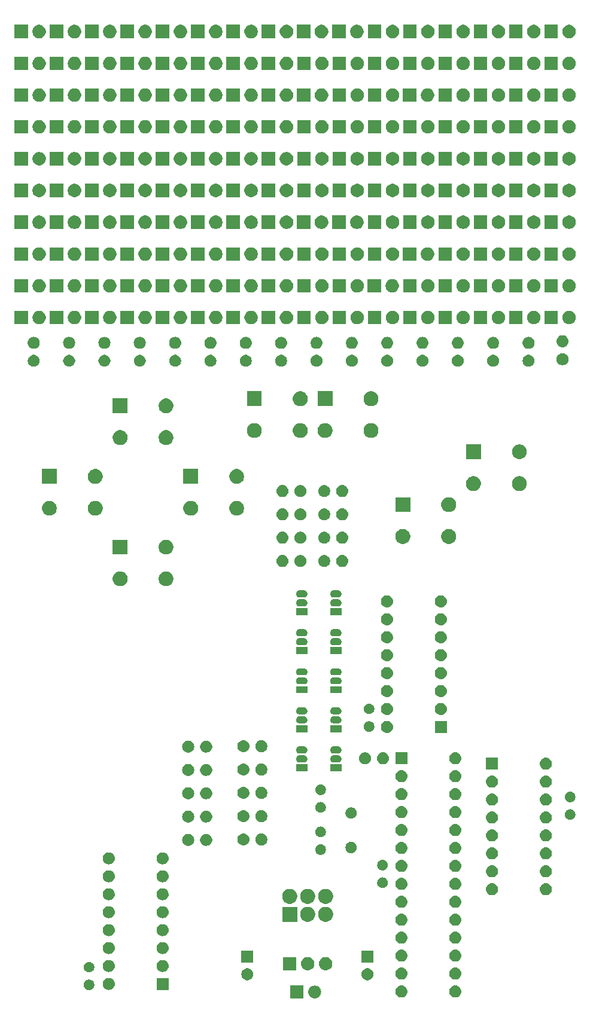
<source format=gbr>
G04 #@! TF.GenerationSoftware,KiCad,Pcbnew,(5.0.1-3-g963ef8bb5)*
G04 #@! TF.CreationDate,2019-03-29T07:41:50-05:00*
G04 #@! TF.ProjectId,HandheldGame,48616E6468656C6447616D652E6B6963,rev?*
G04 #@! TF.SameCoordinates,Original*
G04 #@! TF.FileFunction,Soldermask,Top*
G04 #@! TF.FilePolarity,Negative*
%FSLAX46Y46*%
G04 Gerber Fmt 4.6, Leading zero omitted, Abs format (unit mm)*
G04 Created by KiCad (PCBNEW (5.0.1-3-g963ef8bb5)) date Friday, March 29, 2019 at 07:41:50 AM*
%MOMM*%
%LPD*%
G01*
G04 APERTURE LIST*
%ADD10C,0.100000*%
G04 APERTURE END LIST*
D10*
G36*
X149650442Y-162105518D02*
X149716627Y-162112037D01*
X149829853Y-162146384D01*
X149886467Y-162163557D01*
X150010762Y-162229995D01*
X150042991Y-162247222D01*
X150078729Y-162276552D01*
X150180186Y-162359814D01*
X150263448Y-162461271D01*
X150292778Y-162497009D01*
X150292779Y-162497011D01*
X150376443Y-162653533D01*
X150376443Y-162653534D01*
X150427963Y-162823373D01*
X150445359Y-163000000D01*
X150427963Y-163176627D01*
X150400173Y-163268239D01*
X150376443Y-163346467D01*
X150302348Y-163485087D01*
X150292778Y-163502991D01*
X150263448Y-163538729D01*
X150180186Y-163640186D01*
X150078729Y-163723448D01*
X150042991Y-163752778D01*
X150042989Y-163752779D01*
X149886467Y-163836443D01*
X149829853Y-163853616D01*
X149716627Y-163887963D01*
X149650442Y-163894482D01*
X149584260Y-163901000D01*
X149495740Y-163901000D01*
X149429558Y-163894482D01*
X149363373Y-163887963D01*
X149250147Y-163853616D01*
X149193533Y-163836443D01*
X149037011Y-163752779D01*
X149037009Y-163752778D01*
X149001271Y-163723448D01*
X148899814Y-163640186D01*
X148816552Y-163538729D01*
X148787222Y-163502991D01*
X148777652Y-163485087D01*
X148703557Y-163346467D01*
X148679827Y-163268239D01*
X148652037Y-163176627D01*
X148634641Y-163000000D01*
X148652037Y-162823373D01*
X148703557Y-162653534D01*
X148703557Y-162653533D01*
X148787221Y-162497011D01*
X148787222Y-162497009D01*
X148816552Y-162461271D01*
X148899814Y-162359814D01*
X149001271Y-162276552D01*
X149037009Y-162247222D01*
X149069238Y-162229995D01*
X149193533Y-162163557D01*
X149250147Y-162146384D01*
X149363373Y-162112037D01*
X149429558Y-162105518D01*
X149495740Y-162099000D01*
X149584260Y-162099000D01*
X149650442Y-162105518D01*
X149650442Y-162105518D01*
G37*
G36*
X147901000Y-163901000D02*
X146099000Y-163901000D01*
X146099000Y-162099000D01*
X147901000Y-162099000D01*
X147901000Y-163901000D01*
X147901000Y-163901000D01*
G37*
G36*
X169584821Y-162102313D02*
X169584824Y-162102314D01*
X169584825Y-162102314D01*
X169745239Y-162150975D01*
X169745241Y-162150976D01*
X169745244Y-162150977D01*
X169893078Y-162229995D01*
X170022659Y-162336341D01*
X170129005Y-162465922D01*
X170208023Y-162613756D01*
X170208024Y-162613759D01*
X170208025Y-162613761D01*
X170234242Y-162700187D01*
X170256687Y-162774179D01*
X170273117Y-162941000D01*
X170256687Y-163107821D01*
X170256686Y-163107824D01*
X170256686Y-163107825D01*
X170235816Y-163176625D01*
X170208023Y-163268244D01*
X170129005Y-163416078D01*
X170022659Y-163545659D01*
X169893078Y-163652005D01*
X169745244Y-163731023D01*
X169745241Y-163731024D01*
X169745239Y-163731025D01*
X169584825Y-163779686D01*
X169584824Y-163779686D01*
X169584821Y-163779687D01*
X169459804Y-163792000D01*
X169376196Y-163792000D01*
X169251179Y-163779687D01*
X169251176Y-163779686D01*
X169251175Y-163779686D01*
X169090761Y-163731025D01*
X169090759Y-163731024D01*
X169090756Y-163731023D01*
X168942922Y-163652005D01*
X168813341Y-163545659D01*
X168706995Y-163416078D01*
X168627977Y-163268244D01*
X168600185Y-163176625D01*
X168579314Y-163107825D01*
X168579314Y-163107824D01*
X168579313Y-163107821D01*
X168562883Y-162941000D01*
X168579313Y-162774179D01*
X168601758Y-162700187D01*
X168627975Y-162613761D01*
X168627976Y-162613759D01*
X168627977Y-162613756D01*
X168706995Y-162465922D01*
X168813341Y-162336341D01*
X168942922Y-162229995D01*
X169090756Y-162150977D01*
X169090759Y-162150976D01*
X169090761Y-162150975D01*
X169251175Y-162102314D01*
X169251176Y-162102314D01*
X169251179Y-162102313D01*
X169376196Y-162090000D01*
X169459804Y-162090000D01*
X169584821Y-162102313D01*
X169584821Y-162102313D01*
G37*
G36*
X161964821Y-162102313D02*
X161964824Y-162102314D01*
X161964825Y-162102314D01*
X162125239Y-162150975D01*
X162125241Y-162150976D01*
X162125244Y-162150977D01*
X162273078Y-162229995D01*
X162402659Y-162336341D01*
X162509005Y-162465922D01*
X162588023Y-162613756D01*
X162588024Y-162613759D01*
X162588025Y-162613761D01*
X162614242Y-162700187D01*
X162636687Y-162774179D01*
X162653117Y-162941000D01*
X162636687Y-163107821D01*
X162636686Y-163107824D01*
X162636686Y-163107825D01*
X162615816Y-163176625D01*
X162588023Y-163268244D01*
X162509005Y-163416078D01*
X162402659Y-163545659D01*
X162273078Y-163652005D01*
X162125244Y-163731023D01*
X162125241Y-163731024D01*
X162125239Y-163731025D01*
X161964825Y-163779686D01*
X161964824Y-163779686D01*
X161964821Y-163779687D01*
X161839804Y-163792000D01*
X161756196Y-163792000D01*
X161631179Y-163779687D01*
X161631176Y-163779686D01*
X161631175Y-163779686D01*
X161470761Y-163731025D01*
X161470759Y-163731024D01*
X161470756Y-163731023D01*
X161322922Y-163652005D01*
X161193341Y-163545659D01*
X161086995Y-163416078D01*
X161007977Y-163268244D01*
X160980185Y-163176625D01*
X160959314Y-163107825D01*
X160959314Y-163107824D01*
X160959313Y-163107821D01*
X160942883Y-162941000D01*
X160959313Y-162774179D01*
X160981758Y-162700187D01*
X161007975Y-162613761D01*
X161007976Y-162613759D01*
X161007977Y-162613756D01*
X161086995Y-162465922D01*
X161193341Y-162336341D01*
X161322922Y-162229995D01*
X161470756Y-162150977D01*
X161470759Y-162150976D01*
X161470761Y-162150975D01*
X161631175Y-162102314D01*
X161631176Y-162102314D01*
X161631179Y-162102313D01*
X161756196Y-162090000D01*
X161839804Y-162090000D01*
X161964821Y-162102313D01*
X161964821Y-162102313D01*
G37*
G36*
X117734004Y-161249044D02*
X117821059Y-161266360D01*
X117957732Y-161322972D01*
X117957733Y-161322973D01*
X118080738Y-161405162D01*
X118185338Y-161509762D01*
X118185340Y-161509765D01*
X118267528Y-161632768D01*
X118324140Y-161769441D01*
X118341456Y-161856496D01*
X118353000Y-161914531D01*
X118353000Y-162062469D01*
X118345733Y-162099000D01*
X118324140Y-162207559D01*
X118267528Y-162344232D01*
X118186446Y-162465579D01*
X118185338Y-162467238D01*
X118080738Y-162571838D01*
X118080735Y-162571840D01*
X117957732Y-162654028D01*
X117821059Y-162710640D01*
X117734004Y-162727956D01*
X117675969Y-162739500D01*
X117528031Y-162739500D01*
X117469996Y-162727956D01*
X117382941Y-162710640D01*
X117246268Y-162654028D01*
X117123265Y-162571840D01*
X117123262Y-162571838D01*
X117018662Y-162467238D01*
X117017554Y-162465579D01*
X116936472Y-162344232D01*
X116879860Y-162207559D01*
X116858267Y-162099000D01*
X116851000Y-162062469D01*
X116851000Y-161914531D01*
X116862544Y-161856496D01*
X116879860Y-161769441D01*
X116936472Y-161632768D01*
X117018660Y-161509765D01*
X117018662Y-161509762D01*
X117123262Y-161405162D01*
X117246267Y-161322973D01*
X117246268Y-161322972D01*
X117382941Y-161266360D01*
X117469996Y-161249044D01*
X117528031Y-161237500D01*
X117675969Y-161237500D01*
X117734004Y-161249044D01*
X117734004Y-161249044D01*
G37*
G36*
X128867000Y-162712500D02*
X127165000Y-162712500D01*
X127165000Y-161010500D01*
X128867000Y-161010500D01*
X128867000Y-162712500D01*
X128867000Y-162712500D01*
G37*
G36*
X120562821Y-161022813D02*
X120562824Y-161022814D01*
X120562825Y-161022814D01*
X120723239Y-161071475D01*
X120723241Y-161071476D01*
X120723244Y-161071477D01*
X120871078Y-161150495D01*
X121000659Y-161256841D01*
X121107005Y-161386422D01*
X121186023Y-161534256D01*
X121186024Y-161534259D01*
X121186025Y-161534261D01*
X121234686Y-161694675D01*
X121234687Y-161694679D01*
X121251117Y-161861500D01*
X121234687Y-162028321D01*
X121234686Y-162028324D01*
X121234686Y-162028325D01*
X121193664Y-162163557D01*
X121186023Y-162188744D01*
X121107005Y-162336578D01*
X121000659Y-162466159D01*
X120871078Y-162572505D01*
X120723244Y-162651523D01*
X120723241Y-162651524D01*
X120723239Y-162651525D01*
X120562825Y-162700186D01*
X120562824Y-162700186D01*
X120562821Y-162700187D01*
X120437804Y-162712500D01*
X120354196Y-162712500D01*
X120229179Y-162700187D01*
X120229176Y-162700186D01*
X120229175Y-162700186D01*
X120068761Y-162651525D01*
X120068759Y-162651524D01*
X120068756Y-162651523D01*
X119920922Y-162572505D01*
X119791341Y-162466159D01*
X119684995Y-162336578D01*
X119605977Y-162188744D01*
X119598337Y-162163557D01*
X119557314Y-162028325D01*
X119557314Y-162028324D01*
X119557313Y-162028321D01*
X119540883Y-161861500D01*
X119557313Y-161694679D01*
X119557314Y-161694675D01*
X119605975Y-161534261D01*
X119605976Y-161534259D01*
X119605977Y-161534256D01*
X119684995Y-161386422D01*
X119791341Y-161256841D01*
X119920922Y-161150495D01*
X120068756Y-161071477D01*
X120068759Y-161071476D01*
X120068761Y-161071475D01*
X120229175Y-161022814D01*
X120229176Y-161022814D01*
X120229179Y-161022813D01*
X120354196Y-161010500D01*
X120437804Y-161010500D01*
X120562821Y-161022813D01*
X120562821Y-161022813D01*
G37*
G36*
X157248228Y-159681703D02*
X157403100Y-159745853D01*
X157542481Y-159838985D01*
X157661015Y-159957519D01*
X157754147Y-160096900D01*
X157818297Y-160251772D01*
X157851000Y-160416184D01*
X157851000Y-160583816D01*
X157818297Y-160748228D01*
X157754147Y-160903100D01*
X157661015Y-161042481D01*
X157542481Y-161161015D01*
X157403100Y-161254147D01*
X157248228Y-161318297D01*
X157083816Y-161351000D01*
X156916184Y-161351000D01*
X156751772Y-161318297D01*
X156596900Y-161254147D01*
X156457519Y-161161015D01*
X156338985Y-161042481D01*
X156245853Y-160903100D01*
X156181703Y-160748228D01*
X156149000Y-160583816D01*
X156149000Y-160416184D01*
X156181703Y-160251772D01*
X156245853Y-160096900D01*
X156338985Y-159957519D01*
X156457519Y-159838985D01*
X156596900Y-159745853D01*
X156751772Y-159681703D01*
X156916184Y-159649000D01*
X157083816Y-159649000D01*
X157248228Y-159681703D01*
X157248228Y-159681703D01*
G37*
G36*
X140248228Y-159681703D02*
X140403100Y-159745853D01*
X140542481Y-159838985D01*
X140661015Y-159957519D01*
X140754147Y-160096900D01*
X140818297Y-160251772D01*
X140851000Y-160416184D01*
X140851000Y-160583816D01*
X140818297Y-160748228D01*
X140754147Y-160903100D01*
X140661015Y-161042481D01*
X140542481Y-161161015D01*
X140403100Y-161254147D01*
X140248228Y-161318297D01*
X140083816Y-161351000D01*
X139916184Y-161351000D01*
X139751772Y-161318297D01*
X139596900Y-161254147D01*
X139457519Y-161161015D01*
X139338985Y-161042481D01*
X139245853Y-160903100D01*
X139181703Y-160748228D01*
X139149000Y-160583816D01*
X139149000Y-160416184D01*
X139181703Y-160251772D01*
X139245853Y-160096900D01*
X139338985Y-159957519D01*
X139457519Y-159838985D01*
X139596900Y-159745853D01*
X139751772Y-159681703D01*
X139916184Y-159649000D01*
X140083816Y-159649000D01*
X140248228Y-159681703D01*
X140248228Y-159681703D01*
G37*
G36*
X169584821Y-159562313D02*
X169584824Y-159562314D01*
X169584825Y-159562314D01*
X169745239Y-159610975D01*
X169745241Y-159610976D01*
X169745244Y-159610977D01*
X169893078Y-159689995D01*
X170022659Y-159796341D01*
X170129005Y-159925922D01*
X170208023Y-160073756D01*
X170208024Y-160073759D01*
X170208025Y-160073761D01*
X170256686Y-160234175D01*
X170256687Y-160234179D01*
X170273117Y-160401000D01*
X170256687Y-160567821D01*
X170208023Y-160728244D01*
X170129005Y-160876078D01*
X170022659Y-161005659D01*
X169893078Y-161112005D01*
X169745244Y-161191023D01*
X169745241Y-161191024D01*
X169745239Y-161191025D01*
X169584825Y-161239686D01*
X169584824Y-161239686D01*
X169584821Y-161239687D01*
X169459804Y-161252000D01*
X169376196Y-161252000D01*
X169251179Y-161239687D01*
X169251176Y-161239686D01*
X169251175Y-161239686D01*
X169090761Y-161191025D01*
X169090759Y-161191024D01*
X169090756Y-161191023D01*
X168942922Y-161112005D01*
X168813341Y-161005659D01*
X168706995Y-160876078D01*
X168627977Y-160728244D01*
X168579313Y-160567821D01*
X168562883Y-160401000D01*
X168579313Y-160234179D01*
X168579314Y-160234175D01*
X168627975Y-160073761D01*
X168627976Y-160073759D01*
X168627977Y-160073756D01*
X168706995Y-159925922D01*
X168813341Y-159796341D01*
X168942922Y-159689995D01*
X169090756Y-159610977D01*
X169090759Y-159610976D01*
X169090761Y-159610975D01*
X169251175Y-159562314D01*
X169251176Y-159562314D01*
X169251179Y-159562313D01*
X169376196Y-159550000D01*
X169459804Y-159550000D01*
X169584821Y-159562313D01*
X169584821Y-159562313D01*
G37*
G36*
X161964821Y-159562313D02*
X161964824Y-159562314D01*
X161964825Y-159562314D01*
X162125239Y-159610975D01*
X162125241Y-159610976D01*
X162125244Y-159610977D01*
X162273078Y-159689995D01*
X162402659Y-159796341D01*
X162509005Y-159925922D01*
X162588023Y-160073756D01*
X162588024Y-160073759D01*
X162588025Y-160073761D01*
X162636686Y-160234175D01*
X162636687Y-160234179D01*
X162653117Y-160401000D01*
X162636687Y-160567821D01*
X162588023Y-160728244D01*
X162509005Y-160876078D01*
X162402659Y-161005659D01*
X162273078Y-161112005D01*
X162125244Y-161191023D01*
X162125241Y-161191024D01*
X162125239Y-161191025D01*
X161964825Y-161239686D01*
X161964824Y-161239686D01*
X161964821Y-161239687D01*
X161839804Y-161252000D01*
X161756196Y-161252000D01*
X161631179Y-161239687D01*
X161631176Y-161239686D01*
X161631175Y-161239686D01*
X161470761Y-161191025D01*
X161470759Y-161191024D01*
X161470756Y-161191023D01*
X161322922Y-161112005D01*
X161193341Y-161005659D01*
X161086995Y-160876078D01*
X161007977Y-160728244D01*
X160959313Y-160567821D01*
X160942883Y-160401000D01*
X160959313Y-160234179D01*
X160959314Y-160234175D01*
X161007975Y-160073761D01*
X161007976Y-160073759D01*
X161007977Y-160073756D01*
X161086995Y-159925922D01*
X161193341Y-159796341D01*
X161322922Y-159689995D01*
X161470756Y-159610977D01*
X161470759Y-159610976D01*
X161470761Y-159610975D01*
X161631175Y-159562314D01*
X161631176Y-159562314D01*
X161631179Y-159562313D01*
X161756196Y-159550000D01*
X161839804Y-159550000D01*
X161964821Y-159562313D01*
X161964821Y-159562313D01*
G37*
G36*
X117734004Y-158749044D02*
X117821059Y-158766360D01*
X117957732Y-158822972D01*
X117957733Y-158822973D01*
X118080738Y-158905162D01*
X118185338Y-159009762D01*
X118185340Y-159009765D01*
X118267528Y-159132768D01*
X118324140Y-159269441D01*
X118353000Y-159414533D01*
X118353000Y-159562467D01*
X118324140Y-159707559D01*
X118267528Y-159844232D01*
X118212944Y-159925922D01*
X118185338Y-159967238D01*
X118080738Y-160071838D01*
X118080735Y-160071840D01*
X117957732Y-160154028D01*
X117821059Y-160210640D01*
X117734004Y-160227956D01*
X117675969Y-160239500D01*
X117528031Y-160239500D01*
X117469996Y-160227956D01*
X117382941Y-160210640D01*
X117246268Y-160154028D01*
X117123265Y-160071840D01*
X117123262Y-160071838D01*
X117018662Y-159967238D01*
X116991056Y-159925922D01*
X116936472Y-159844232D01*
X116879860Y-159707559D01*
X116851000Y-159562467D01*
X116851000Y-159414533D01*
X116879860Y-159269441D01*
X116936472Y-159132768D01*
X117018660Y-159009765D01*
X117018662Y-159009762D01*
X117123262Y-158905162D01*
X117246267Y-158822973D01*
X117246268Y-158822972D01*
X117382941Y-158766360D01*
X117469996Y-158749044D01*
X117528031Y-158737500D01*
X117675969Y-158737500D01*
X117734004Y-158749044D01*
X117734004Y-158749044D01*
G37*
G36*
X128182821Y-158482813D02*
X128182824Y-158482814D01*
X128182825Y-158482814D01*
X128343239Y-158531475D01*
X128343241Y-158531476D01*
X128343244Y-158531477D01*
X128491078Y-158610495D01*
X128620659Y-158716841D01*
X128727005Y-158846422D01*
X128806023Y-158994256D01*
X128806024Y-158994259D01*
X128806025Y-158994261D01*
X128854686Y-159154675D01*
X128854687Y-159154679D01*
X128871117Y-159321500D01*
X128854687Y-159488321D01*
X128854686Y-159488324D01*
X128854686Y-159488325D01*
X128817481Y-159610975D01*
X128806023Y-159648744D01*
X128727005Y-159796578D01*
X128620659Y-159926159D01*
X128491078Y-160032505D01*
X128343244Y-160111523D01*
X128343241Y-160111524D01*
X128343239Y-160111525D01*
X128182825Y-160160186D01*
X128182824Y-160160186D01*
X128182821Y-160160187D01*
X128057804Y-160172500D01*
X127974196Y-160172500D01*
X127849179Y-160160187D01*
X127849176Y-160160186D01*
X127849175Y-160160186D01*
X127688761Y-160111525D01*
X127688759Y-160111524D01*
X127688756Y-160111523D01*
X127540922Y-160032505D01*
X127411341Y-159926159D01*
X127304995Y-159796578D01*
X127225977Y-159648744D01*
X127214520Y-159610975D01*
X127177314Y-159488325D01*
X127177314Y-159488324D01*
X127177313Y-159488321D01*
X127160883Y-159321500D01*
X127177313Y-159154679D01*
X127177314Y-159154675D01*
X127225975Y-158994261D01*
X127225976Y-158994259D01*
X127225977Y-158994256D01*
X127304995Y-158846422D01*
X127411341Y-158716841D01*
X127540922Y-158610495D01*
X127688756Y-158531477D01*
X127688759Y-158531476D01*
X127688761Y-158531475D01*
X127849175Y-158482814D01*
X127849176Y-158482814D01*
X127849179Y-158482813D01*
X127974196Y-158470500D01*
X128057804Y-158470500D01*
X128182821Y-158482813D01*
X128182821Y-158482813D01*
G37*
G36*
X120562821Y-158482813D02*
X120562824Y-158482814D01*
X120562825Y-158482814D01*
X120723239Y-158531475D01*
X120723241Y-158531476D01*
X120723244Y-158531477D01*
X120871078Y-158610495D01*
X121000659Y-158716841D01*
X121107005Y-158846422D01*
X121186023Y-158994256D01*
X121186024Y-158994259D01*
X121186025Y-158994261D01*
X121234686Y-159154675D01*
X121234687Y-159154679D01*
X121251117Y-159321500D01*
X121234687Y-159488321D01*
X121234686Y-159488324D01*
X121234686Y-159488325D01*
X121197481Y-159610975D01*
X121186023Y-159648744D01*
X121107005Y-159796578D01*
X121000659Y-159926159D01*
X120871078Y-160032505D01*
X120723244Y-160111523D01*
X120723241Y-160111524D01*
X120723239Y-160111525D01*
X120562825Y-160160186D01*
X120562824Y-160160186D01*
X120562821Y-160160187D01*
X120437804Y-160172500D01*
X120354196Y-160172500D01*
X120229179Y-160160187D01*
X120229176Y-160160186D01*
X120229175Y-160160186D01*
X120068761Y-160111525D01*
X120068759Y-160111524D01*
X120068756Y-160111523D01*
X119920922Y-160032505D01*
X119791341Y-159926159D01*
X119684995Y-159796578D01*
X119605977Y-159648744D01*
X119594520Y-159610975D01*
X119557314Y-159488325D01*
X119557314Y-159488324D01*
X119557313Y-159488321D01*
X119540883Y-159321500D01*
X119557313Y-159154679D01*
X119557314Y-159154675D01*
X119605975Y-158994261D01*
X119605976Y-158994259D01*
X119605977Y-158994256D01*
X119684995Y-158846422D01*
X119791341Y-158716841D01*
X119920922Y-158610495D01*
X120068756Y-158531477D01*
X120068759Y-158531476D01*
X120068761Y-158531475D01*
X120229175Y-158482814D01*
X120229176Y-158482814D01*
X120229179Y-158482813D01*
X120354196Y-158470500D01*
X120437804Y-158470500D01*
X120562821Y-158482813D01*
X120562821Y-158482813D01*
G37*
G36*
X151266425Y-158062760D02*
X151266428Y-158062761D01*
X151266429Y-158062761D01*
X151445693Y-158117140D01*
X151445695Y-158117141D01*
X151610905Y-158205448D01*
X151755712Y-158324288D01*
X151874552Y-158469095D01*
X151874553Y-158469097D01*
X151962860Y-158634307D01*
X152017239Y-158813571D01*
X152017240Y-158813575D01*
X152035601Y-159000000D01*
X152017240Y-159186425D01*
X152017239Y-159186428D01*
X152017239Y-159186429D01*
X151976266Y-159321500D01*
X151962859Y-159365695D01*
X151874552Y-159530905D01*
X151755712Y-159675712D01*
X151610905Y-159794552D01*
X151610903Y-159794553D01*
X151445693Y-159882860D01*
X151266429Y-159937239D01*
X151266428Y-159937239D01*
X151266425Y-159937240D01*
X151126718Y-159951000D01*
X151033282Y-159951000D01*
X150893575Y-159937240D01*
X150893572Y-159937239D01*
X150893571Y-159937239D01*
X150714307Y-159882860D01*
X150549097Y-159794553D01*
X150549095Y-159794552D01*
X150404288Y-159675712D01*
X150285448Y-159530905D01*
X150197141Y-159365695D01*
X150183735Y-159321500D01*
X150142761Y-159186429D01*
X150142761Y-159186428D01*
X150142760Y-159186425D01*
X150124399Y-159000000D01*
X150142760Y-158813575D01*
X150142761Y-158813571D01*
X150197140Y-158634307D01*
X150285447Y-158469097D01*
X150285448Y-158469095D01*
X150404288Y-158324288D01*
X150549095Y-158205448D01*
X150714305Y-158117141D01*
X150714307Y-158117140D01*
X150893571Y-158062761D01*
X150893572Y-158062761D01*
X150893575Y-158062760D01*
X151033282Y-158049000D01*
X151126718Y-158049000D01*
X151266425Y-158062760D01*
X151266425Y-158062760D01*
G37*
G36*
X148726425Y-158062760D02*
X148726428Y-158062761D01*
X148726429Y-158062761D01*
X148905693Y-158117140D01*
X148905695Y-158117141D01*
X149070905Y-158205448D01*
X149215712Y-158324288D01*
X149334552Y-158469095D01*
X149334553Y-158469097D01*
X149422860Y-158634307D01*
X149477239Y-158813571D01*
X149477240Y-158813575D01*
X149495601Y-159000000D01*
X149477240Y-159186425D01*
X149477239Y-159186428D01*
X149477239Y-159186429D01*
X149436266Y-159321500D01*
X149422859Y-159365695D01*
X149334552Y-159530905D01*
X149215712Y-159675712D01*
X149070905Y-159794552D01*
X149070903Y-159794553D01*
X148905693Y-159882860D01*
X148726429Y-159937239D01*
X148726428Y-159937239D01*
X148726425Y-159937240D01*
X148586718Y-159951000D01*
X148493282Y-159951000D01*
X148353575Y-159937240D01*
X148353572Y-159937239D01*
X148353571Y-159937239D01*
X148174307Y-159882860D01*
X148009097Y-159794553D01*
X148009095Y-159794552D01*
X147864288Y-159675712D01*
X147745448Y-159530905D01*
X147657141Y-159365695D01*
X147643735Y-159321500D01*
X147602761Y-159186429D01*
X147602761Y-159186428D01*
X147602760Y-159186425D01*
X147584399Y-159000000D01*
X147602760Y-158813575D01*
X147602761Y-158813571D01*
X147657140Y-158634307D01*
X147745447Y-158469097D01*
X147745448Y-158469095D01*
X147864288Y-158324288D01*
X148009095Y-158205448D01*
X148174305Y-158117141D01*
X148174307Y-158117140D01*
X148353571Y-158062761D01*
X148353572Y-158062761D01*
X148353575Y-158062760D01*
X148493282Y-158049000D01*
X148586718Y-158049000D01*
X148726425Y-158062760D01*
X148726425Y-158062760D01*
G37*
G36*
X146951000Y-159951000D02*
X145049000Y-159951000D01*
X145049000Y-158049000D01*
X146951000Y-158049000D01*
X146951000Y-159951000D01*
X146951000Y-159951000D01*
G37*
G36*
X140851000Y-158851000D02*
X139149000Y-158851000D01*
X139149000Y-157149000D01*
X140851000Y-157149000D01*
X140851000Y-158851000D01*
X140851000Y-158851000D01*
G37*
G36*
X157851000Y-158851000D02*
X156149000Y-158851000D01*
X156149000Y-157149000D01*
X157851000Y-157149000D01*
X157851000Y-158851000D01*
X157851000Y-158851000D01*
G37*
G36*
X169584821Y-157022313D02*
X169584824Y-157022314D01*
X169584825Y-157022314D01*
X169745239Y-157070975D01*
X169745241Y-157070976D01*
X169745244Y-157070977D01*
X169893078Y-157149995D01*
X170022659Y-157256341D01*
X170129005Y-157385922D01*
X170208023Y-157533756D01*
X170208024Y-157533759D01*
X170208025Y-157533761D01*
X170234242Y-157620187D01*
X170256687Y-157694179D01*
X170273117Y-157861000D01*
X170256687Y-158027821D01*
X170256686Y-158027824D01*
X170256686Y-158027825D01*
X170229593Y-158117140D01*
X170208023Y-158188244D01*
X170129005Y-158336078D01*
X170022659Y-158465659D01*
X169893078Y-158572005D01*
X169745244Y-158651023D01*
X169745241Y-158651024D01*
X169745239Y-158651025D01*
X169584825Y-158699686D01*
X169584824Y-158699686D01*
X169584821Y-158699687D01*
X169459804Y-158712000D01*
X169376196Y-158712000D01*
X169251179Y-158699687D01*
X169251176Y-158699686D01*
X169251175Y-158699686D01*
X169090761Y-158651025D01*
X169090759Y-158651024D01*
X169090756Y-158651023D01*
X168942922Y-158572005D01*
X168813341Y-158465659D01*
X168706995Y-158336078D01*
X168627977Y-158188244D01*
X168606408Y-158117140D01*
X168579314Y-158027825D01*
X168579314Y-158027824D01*
X168579313Y-158027821D01*
X168562883Y-157861000D01*
X168579313Y-157694179D01*
X168601758Y-157620187D01*
X168627975Y-157533761D01*
X168627976Y-157533759D01*
X168627977Y-157533756D01*
X168706995Y-157385922D01*
X168813341Y-157256341D01*
X168942922Y-157149995D01*
X169090756Y-157070977D01*
X169090759Y-157070976D01*
X169090761Y-157070975D01*
X169251175Y-157022314D01*
X169251176Y-157022314D01*
X169251179Y-157022313D01*
X169376196Y-157010000D01*
X169459804Y-157010000D01*
X169584821Y-157022313D01*
X169584821Y-157022313D01*
G37*
G36*
X161964821Y-157022313D02*
X161964824Y-157022314D01*
X161964825Y-157022314D01*
X162125239Y-157070975D01*
X162125241Y-157070976D01*
X162125244Y-157070977D01*
X162273078Y-157149995D01*
X162402659Y-157256341D01*
X162509005Y-157385922D01*
X162588023Y-157533756D01*
X162588024Y-157533759D01*
X162588025Y-157533761D01*
X162614242Y-157620187D01*
X162636687Y-157694179D01*
X162653117Y-157861000D01*
X162636687Y-158027821D01*
X162636686Y-158027824D01*
X162636686Y-158027825D01*
X162609593Y-158117140D01*
X162588023Y-158188244D01*
X162509005Y-158336078D01*
X162402659Y-158465659D01*
X162273078Y-158572005D01*
X162125244Y-158651023D01*
X162125241Y-158651024D01*
X162125239Y-158651025D01*
X161964825Y-158699686D01*
X161964824Y-158699686D01*
X161964821Y-158699687D01*
X161839804Y-158712000D01*
X161756196Y-158712000D01*
X161631179Y-158699687D01*
X161631176Y-158699686D01*
X161631175Y-158699686D01*
X161470761Y-158651025D01*
X161470759Y-158651024D01*
X161470756Y-158651023D01*
X161322922Y-158572005D01*
X161193341Y-158465659D01*
X161086995Y-158336078D01*
X161007977Y-158188244D01*
X160986408Y-158117140D01*
X160959314Y-158027825D01*
X160959314Y-158027824D01*
X160959313Y-158027821D01*
X160942883Y-157861000D01*
X160959313Y-157694179D01*
X160981758Y-157620187D01*
X161007975Y-157533761D01*
X161007976Y-157533759D01*
X161007977Y-157533756D01*
X161086995Y-157385922D01*
X161193341Y-157256341D01*
X161322922Y-157149995D01*
X161470756Y-157070977D01*
X161470759Y-157070976D01*
X161470761Y-157070975D01*
X161631175Y-157022314D01*
X161631176Y-157022314D01*
X161631179Y-157022313D01*
X161756196Y-157010000D01*
X161839804Y-157010000D01*
X161964821Y-157022313D01*
X161964821Y-157022313D01*
G37*
G36*
X128182821Y-155942813D02*
X128182824Y-155942814D01*
X128182825Y-155942814D01*
X128343239Y-155991475D01*
X128343241Y-155991476D01*
X128343244Y-155991477D01*
X128491078Y-156070495D01*
X128620659Y-156176841D01*
X128727005Y-156306422D01*
X128806023Y-156454256D01*
X128854687Y-156614679D01*
X128871117Y-156781500D01*
X128854687Y-156948321D01*
X128854686Y-156948324D01*
X128854686Y-156948325D01*
X128817481Y-157070975D01*
X128806023Y-157108744D01*
X128727005Y-157256578D01*
X128620659Y-157386159D01*
X128491078Y-157492505D01*
X128343244Y-157571523D01*
X128343241Y-157571524D01*
X128343239Y-157571525D01*
X128182825Y-157620186D01*
X128182824Y-157620186D01*
X128182821Y-157620187D01*
X128057804Y-157632500D01*
X127974196Y-157632500D01*
X127849179Y-157620187D01*
X127849176Y-157620186D01*
X127849175Y-157620186D01*
X127688761Y-157571525D01*
X127688759Y-157571524D01*
X127688756Y-157571523D01*
X127540922Y-157492505D01*
X127411341Y-157386159D01*
X127304995Y-157256578D01*
X127225977Y-157108744D01*
X127214520Y-157070975D01*
X127177314Y-156948325D01*
X127177314Y-156948324D01*
X127177313Y-156948321D01*
X127160883Y-156781500D01*
X127177313Y-156614679D01*
X127225977Y-156454256D01*
X127304995Y-156306422D01*
X127411341Y-156176841D01*
X127540922Y-156070495D01*
X127688756Y-155991477D01*
X127688759Y-155991476D01*
X127688761Y-155991475D01*
X127849175Y-155942814D01*
X127849176Y-155942814D01*
X127849179Y-155942813D01*
X127974196Y-155930500D01*
X128057804Y-155930500D01*
X128182821Y-155942813D01*
X128182821Y-155942813D01*
G37*
G36*
X120562821Y-155942813D02*
X120562824Y-155942814D01*
X120562825Y-155942814D01*
X120723239Y-155991475D01*
X120723241Y-155991476D01*
X120723244Y-155991477D01*
X120871078Y-156070495D01*
X121000659Y-156176841D01*
X121107005Y-156306422D01*
X121186023Y-156454256D01*
X121234687Y-156614679D01*
X121251117Y-156781500D01*
X121234687Y-156948321D01*
X121234686Y-156948324D01*
X121234686Y-156948325D01*
X121197481Y-157070975D01*
X121186023Y-157108744D01*
X121107005Y-157256578D01*
X121000659Y-157386159D01*
X120871078Y-157492505D01*
X120723244Y-157571523D01*
X120723241Y-157571524D01*
X120723239Y-157571525D01*
X120562825Y-157620186D01*
X120562824Y-157620186D01*
X120562821Y-157620187D01*
X120437804Y-157632500D01*
X120354196Y-157632500D01*
X120229179Y-157620187D01*
X120229176Y-157620186D01*
X120229175Y-157620186D01*
X120068761Y-157571525D01*
X120068759Y-157571524D01*
X120068756Y-157571523D01*
X119920922Y-157492505D01*
X119791341Y-157386159D01*
X119684995Y-157256578D01*
X119605977Y-157108744D01*
X119594520Y-157070975D01*
X119557314Y-156948325D01*
X119557314Y-156948324D01*
X119557313Y-156948321D01*
X119540883Y-156781500D01*
X119557313Y-156614679D01*
X119605977Y-156454256D01*
X119684995Y-156306422D01*
X119791341Y-156176841D01*
X119920922Y-156070495D01*
X120068756Y-155991477D01*
X120068759Y-155991476D01*
X120068761Y-155991475D01*
X120229175Y-155942814D01*
X120229176Y-155942814D01*
X120229179Y-155942813D01*
X120354196Y-155930500D01*
X120437804Y-155930500D01*
X120562821Y-155942813D01*
X120562821Y-155942813D01*
G37*
G36*
X161964821Y-154482313D02*
X161964824Y-154482314D01*
X161964825Y-154482314D01*
X162125239Y-154530975D01*
X162125241Y-154530976D01*
X162125244Y-154530977D01*
X162273078Y-154609995D01*
X162402659Y-154716341D01*
X162509005Y-154845922D01*
X162588023Y-154993756D01*
X162588024Y-154993759D01*
X162588025Y-154993761D01*
X162614242Y-155080187D01*
X162636687Y-155154179D01*
X162653117Y-155321000D01*
X162636687Y-155487821D01*
X162588023Y-155648244D01*
X162509005Y-155796078D01*
X162402659Y-155925659D01*
X162273078Y-156032005D01*
X162125244Y-156111023D01*
X162125241Y-156111024D01*
X162125239Y-156111025D01*
X161964825Y-156159686D01*
X161964824Y-156159686D01*
X161964821Y-156159687D01*
X161839804Y-156172000D01*
X161756196Y-156172000D01*
X161631179Y-156159687D01*
X161631176Y-156159686D01*
X161631175Y-156159686D01*
X161470761Y-156111025D01*
X161470759Y-156111024D01*
X161470756Y-156111023D01*
X161322922Y-156032005D01*
X161193341Y-155925659D01*
X161086995Y-155796078D01*
X161007977Y-155648244D01*
X160959313Y-155487821D01*
X160942883Y-155321000D01*
X160959313Y-155154179D01*
X160981758Y-155080187D01*
X161007975Y-154993761D01*
X161007976Y-154993759D01*
X161007977Y-154993756D01*
X161086995Y-154845922D01*
X161193341Y-154716341D01*
X161322922Y-154609995D01*
X161470756Y-154530977D01*
X161470759Y-154530976D01*
X161470761Y-154530975D01*
X161631175Y-154482314D01*
X161631176Y-154482314D01*
X161631179Y-154482313D01*
X161756196Y-154470000D01*
X161839804Y-154470000D01*
X161964821Y-154482313D01*
X161964821Y-154482313D01*
G37*
G36*
X169584821Y-154482313D02*
X169584824Y-154482314D01*
X169584825Y-154482314D01*
X169745239Y-154530975D01*
X169745241Y-154530976D01*
X169745244Y-154530977D01*
X169893078Y-154609995D01*
X170022659Y-154716341D01*
X170129005Y-154845922D01*
X170208023Y-154993756D01*
X170208024Y-154993759D01*
X170208025Y-154993761D01*
X170234242Y-155080187D01*
X170256687Y-155154179D01*
X170273117Y-155321000D01*
X170256687Y-155487821D01*
X170208023Y-155648244D01*
X170129005Y-155796078D01*
X170022659Y-155925659D01*
X169893078Y-156032005D01*
X169745244Y-156111023D01*
X169745241Y-156111024D01*
X169745239Y-156111025D01*
X169584825Y-156159686D01*
X169584824Y-156159686D01*
X169584821Y-156159687D01*
X169459804Y-156172000D01*
X169376196Y-156172000D01*
X169251179Y-156159687D01*
X169251176Y-156159686D01*
X169251175Y-156159686D01*
X169090761Y-156111025D01*
X169090759Y-156111024D01*
X169090756Y-156111023D01*
X168942922Y-156032005D01*
X168813341Y-155925659D01*
X168706995Y-155796078D01*
X168627977Y-155648244D01*
X168579313Y-155487821D01*
X168562883Y-155321000D01*
X168579313Y-155154179D01*
X168601758Y-155080187D01*
X168627975Y-154993761D01*
X168627976Y-154993759D01*
X168627977Y-154993756D01*
X168706995Y-154845922D01*
X168813341Y-154716341D01*
X168942922Y-154609995D01*
X169090756Y-154530977D01*
X169090759Y-154530976D01*
X169090761Y-154530975D01*
X169251175Y-154482314D01*
X169251176Y-154482314D01*
X169251179Y-154482313D01*
X169376196Y-154470000D01*
X169459804Y-154470000D01*
X169584821Y-154482313D01*
X169584821Y-154482313D01*
G37*
G36*
X128182821Y-153402813D02*
X128182824Y-153402814D01*
X128182825Y-153402814D01*
X128343239Y-153451475D01*
X128343241Y-153451476D01*
X128343244Y-153451477D01*
X128491078Y-153530495D01*
X128620659Y-153636841D01*
X128727005Y-153766422D01*
X128806023Y-153914256D01*
X128854687Y-154074679D01*
X128871117Y-154241500D01*
X128854687Y-154408321D01*
X128854686Y-154408324D01*
X128854686Y-154408325D01*
X128817481Y-154530975D01*
X128806023Y-154568744D01*
X128727005Y-154716578D01*
X128620659Y-154846159D01*
X128491078Y-154952505D01*
X128343244Y-155031523D01*
X128343241Y-155031524D01*
X128343239Y-155031525D01*
X128182825Y-155080186D01*
X128182824Y-155080186D01*
X128182821Y-155080187D01*
X128057804Y-155092500D01*
X127974196Y-155092500D01*
X127849179Y-155080187D01*
X127849176Y-155080186D01*
X127849175Y-155080186D01*
X127688761Y-155031525D01*
X127688759Y-155031524D01*
X127688756Y-155031523D01*
X127540922Y-154952505D01*
X127411341Y-154846159D01*
X127304995Y-154716578D01*
X127225977Y-154568744D01*
X127214520Y-154530975D01*
X127177314Y-154408325D01*
X127177314Y-154408324D01*
X127177313Y-154408321D01*
X127160883Y-154241500D01*
X127177313Y-154074679D01*
X127225977Y-153914256D01*
X127304995Y-153766422D01*
X127411341Y-153636841D01*
X127540922Y-153530495D01*
X127688756Y-153451477D01*
X127688759Y-153451476D01*
X127688761Y-153451475D01*
X127849175Y-153402814D01*
X127849176Y-153402814D01*
X127849179Y-153402813D01*
X127974196Y-153390500D01*
X128057804Y-153390500D01*
X128182821Y-153402813D01*
X128182821Y-153402813D01*
G37*
G36*
X120562821Y-153402813D02*
X120562824Y-153402814D01*
X120562825Y-153402814D01*
X120723239Y-153451475D01*
X120723241Y-153451476D01*
X120723244Y-153451477D01*
X120871078Y-153530495D01*
X121000659Y-153636841D01*
X121107005Y-153766422D01*
X121186023Y-153914256D01*
X121234687Y-154074679D01*
X121251117Y-154241500D01*
X121234687Y-154408321D01*
X121234686Y-154408324D01*
X121234686Y-154408325D01*
X121197481Y-154530975D01*
X121186023Y-154568744D01*
X121107005Y-154716578D01*
X121000659Y-154846159D01*
X120871078Y-154952505D01*
X120723244Y-155031523D01*
X120723241Y-155031524D01*
X120723239Y-155031525D01*
X120562825Y-155080186D01*
X120562824Y-155080186D01*
X120562821Y-155080187D01*
X120437804Y-155092500D01*
X120354196Y-155092500D01*
X120229179Y-155080187D01*
X120229176Y-155080186D01*
X120229175Y-155080186D01*
X120068761Y-155031525D01*
X120068759Y-155031524D01*
X120068756Y-155031523D01*
X119920922Y-154952505D01*
X119791341Y-154846159D01*
X119684995Y-154716578D01*
X119605977Y-154568744D01*
X119594520Y-154530975D01*
X119557314Y-154408325D01*
X119557314Y-154408324D01*
X119557313Y-154408321D01*
X119540883Y-154241500D01*
X119557313Y-154074679D01*
X119605977Y-153914256D01*
X119684995Y-153766422D01*
X119791341Y-153636841D01*
X119920922Y-153530495D01*
X120068756Y-153451477D01*
X120068759Y-153451476D01*
X120068761Y-153451475D01*
X120229175Y-153402814D01*
X120229176Y-153402814D01*
X120229179Y-153402813D01*
X120354196Y-153390500D01*
X120437804Y-153390500D01*
X120562821Y-153402813D01*
X120562821Y-153402813D01*
G37*
G36*
X161964821Y-151942313D02*
X161964824Y-151942314D01*
X161964825Y-151942314D01*
X162125239Y-151990975D01*
X162125241Y-151990976D01*
X162125244Y-151990977D01*
X162273078Y-152069995D01*
X162402659Y-152176341D01*
X162509005Y-152305922D01*
X162588023Y-152453756D01*
X162588024Y-152453759D01*
X162588025Y-152453761D01*
X162614242Y-152540187D01*
X162636687Y-152614179D01*
X162653117Y-152781000D01*
X162636687Y-152947821D01*
X162636686Y-152947824D01*
X162636686Y-152947825D01*
X162600535Y-153067000D01*
X162588023Y-153108244D01*
X162509005Y-153256078D01*
X162402659Y-153385659D01*
X162273078Y-153492005D01*
X162125244Y-153571023D01*
X162125241Y-153571024D01*
X162125239Y-153571025D01*
X161964825Y-153619686D01*
X161964824Y-153619686D01*
X161964821Y-153619687D01*
X161839804Y-153632000D01*
X161756196Y-153632000D01*
X161631179Y-153619687D01*
X161631176Y-153619686D01*
X161631175Y-153619686D01*
X161470761Y-153571025D01*
X161470759Y-153571024D01*
X161470756Y-153571023D01*
X161322922Y-153492005D01*
X161193341Y-153385659D01*
X161086995Y-153256078D01*
X161007977Y-153108244D01*
X160995466Y-153067000D01*
X160959314Y-152947825D01*
X160959314Y-152947824D01*
X160959313Y-152947821D01*
X160942883Y-152781000D01*
X160959313Y-152614179D01*
X160981758Y-152540187D01*
X161007975Y-152453761D01*
X161007976Y-152453759D01*
X161007977Y-152453756D01*
X161086995Y-152305922D01*
X161193341Y-152176341D01*
X161322922Y-152069995D01*
X161470756Y-151990977D01*
X161470759Y-151990976D01*
X161470761Y-151990975D01*
X161631175Y-151942314D01*
X161631176Y-151942314D01*
X161631179Y-151942313D01*
X161756196Y-151930000D01*
X161839804Y-151930000D01*
X161964821Y-151942313D01*
X161964821Y-151942313D01*
G37*
G36*
X169584821Y-151942313D02*
X169584824Y-151942314D01*
X169584825Y-151942314D01*
X169745239Y-151990975D01*
X169745241Y-151990976D01*
X169745244Y-151990977D01*
X169893078Y-152069995D01*
X170022659Y-152176341D01*
X170129005Y-152305922D01*
X170208023Y-152453756D01*
X170208024Y-152453759D01*
X170208025Y-152453761D01*
X170234242Y-152540187D01*
X170256687Y-152614179D01*
X170273117Y-152781000D01*
X170256687Y-152947821D01*
X170256686Y-152947824D01*
X170256686Y-152947825D01*
X170220535Y-153067000D01*
X170208023Y-153108244D01*
X170129005Y-153256078D01*
X170022659Y-153385659D01*
X169893078Y-153492005D01*
X169745244Y-153571023D01*
X169745241Y-153571024D01*
X169745239Y-153571025D01*
X169584825Y-153619686D01*
X169584824Y-153619686D01*
X169584821Y-153619687D01*
X169459804Y-153632000D01*
X169376196Y-153632000D01*
X169251179Y-153619687D01*
X169251176Y-153619686D01*
X169251175Y-153619686D01*
X169090761Y-153571025D01*
X169090759Y-153571024D01*
X169090756Y-153571023D01*
X168942922Y-153492005D01*
X168813341Y-153385659D01*
X168706995Y-153256078D01*
X168627977Y-153108244D01*
X168615466Y-153067000D01*
X168579314Y-152947825D01*
X168579314Y-152947824D01*
X168579313Y-152947821D01*
X168562883Y-152781000D01*
X168579313Y-152614179D01*
X168601758Y-152540187D01*
X168627975Y-152453761D01*
X168627976Y-152453759D01*
X168627977Y-152453756D01*
X168706995Y-152305922D01*
X168813341Y-152176341D01*
X168942922Y-152069995D01*
X169090756Y-151990977D01*
X169090759Y-151990976D01*
X169090761Y-151990975D01*
X169251175Y-151942314D01*
X169251176Y-151942314D01*
X169251179Y-151942313D01*
X169376196Y-151930000D01*
X169459804Y-151930000D01*
X169584821Y-151942313D01*
X169584821Y-151942313D01*
G37*
G36*
X151391231Y-150974003D02*
X151585415Y-151054437D01*
X151760176Y-151171209D01*
X151908791Y-151319824D01*
X152025563Y-151494585D01*
X152105997Y-151688769D01*
X152147000Y-151894908D01*
X152147000Y-152105092D01*
X152105997Y-152311231D01*
X152025563Y-152505415D01*
X151908791Y-152680176D01*
X151760176Y-152828791D01*
X151585415Y-152945563D01*
X151391231Y-153025997D01*
X151185092Y-153067000D01*
X150974908Y-153067000D01*
X150768769Y-153025997D01*
X150574585Y-152945563D01*
X150399824Y-152828791D01*
X150251209Y-152680176D01*
X150134437Y-152505415D01*
X150054003Y-152311231D01*
X150013000Y-152105092D01*
X150013000Y-151894908D01*
X150054003Y-151688769D01*
X150134437Y-151494585D01*
X150251209Y-151319824D01*
X150399824Y-151171209D01*
X150574585Y-151054437D01*
X150768769Y-150974003D01*
X150974908Y-150933000D01*
X151185092Y-150933000D01*
X151391231Y-150974003D01*
X151391231Y-150974003D01*
G37*
G36*
X148851231Y-150974003D02*
X149045415Y-151054437D01*
X149220176Y-151171209D01*
X149368791Y-151319824D01*
X149485563Y-151494585D01*
X149565997Y-151688769D01*
X149607000Y-151894908D01*
X149607000Y-152105092D01*
X149565997Y-152311231D01*
X149485563Y-152505415D01*
X149368791Y-152680176D01*
X149220176Y-152828791D01*
X149045415Y-152945563D01*
X148851231Y-153025997D01*
X148645092Y-153067000D01*
X148434908Y-153067000D01*
X148228769Y-153025997D01*
X148034585Y-152945563D01*
X147859824Y-152828791D01*
X147711209Y-152680176D01*
X147594437Y-152505415D01*
X147514003Y-152311231D01*
X147473000Y-152105092D01*
X147473000Y-151894908D01*
X147514003Y-151688769D01*
X147594437Y-151494585D01*
X147711209Y-151319824D01*
X147859824Y-151171209D01*
X148034585Y-151054437D01*
X148228769Y-150974003D01*
X148434908Y-150933000D01*
X148645092Y-150933000D01*
X148851231Y-150974003D01*
X148851231Y-150974003D01*
G37*
G36*
X147067000Y-153067000D02*
X144933000Y-153067000D01*
X144933000Y-150933000D01*
X147067000Y-150933000D01*
X147067000Y-153067000D01*
X147067000Y-153067000D01*
G37*
G36*
X120562821Y-150862813D02*
X120562824Y-150862814D01*
X120562825Y-150862814D01*
X120723239Y-150911475D01*
X120723241Y-150911476D01*
X120723244Y-150911477D01*
X120871078Y-150990495D01*
X121000659Y-151096841D01*
X121107005Y-151226422D01*
X121186023Y-151374256D01*
X121234687Y-151534679D01*
X121251117Y-151701500D01*
X121234687Y-151868321D01*
X121234686Y-151868324D01*
X121234686Y-151868325D01*
X121197481Y-151990975D01*
X121186023Y-152028744D01*
X121107005Y-152176578D01*
X121000659Y-152306159D01*
X120871078Y-152412505D01*
X120723244Y-152491523D01*
X120723241Y-152491524D01*
X120723239Y-152491525D01*
X120562825Y-152540186D01*
X120562824Y-152540186D01*
X120562821Y-152540187D01*
X120437804Y-152552500D01*
X120354196Y-152552500D01*
X120229179Y-152540187D01*
X120229176Y-152540186D01*
X120229175Y-152540186D01*
X120068761Y-152491525D01*
X120068759Y-152491524D01*
X120068756Y-152491523D01*
X119920922Y-152412505D01*
X119791341Y-152306159D01*
X119684995Y-152176578D01*
X119605977Y-152028744D01*
X119594520Y-151990975D01*
X119557314Y-151868325D01*
X119557314Y-151868324D01*
X119557313Y-151868321D01*
X119540883Y-151701500D01*
X119557313Y-151534679D01*
X119605977Y-151374256D01*
X119684995Y-151226422D01*
X119791341Y-151096841D01*
X119920922Y-150990495D01*
X120068756Y-150911477D01*
X120068759Y-150911476D01*
X120068761Y-150911475D01*
X120229175Y-150862814D01*
X120229176Y-150862814D01*
X120229179Y-150862813D01*
X120354196Y-150850500D01*
X120437804Y-150850500D01*
X120562821Y-150862813D01*
X120562821Y-150862813D01*
G37*
G36*
X128182821Y-150862813D02*
X128182824Y-150862814D01*
X128182825Y-150862814D01*
X128343239Y-150911475D01*
X128343241Y-150911476D01*
X128343244Y-150911477D01*
X128491078Y-150990495D01*
X128620659Y-151096841D01*
X128727005Y-151226422D01*
X128806023Y-151374256D01*
X128854687Y-151534679D01*
X128871117Y-151701500D01*
X128854687Y-151868321D01*
X128854686Y-151868324D01*
X128854686Y-151868325D01*
X128817481Y-151990975D01*
X128806023Y-152028744D01*
X128727005Y-152176578D01*
X128620659Y-152306159D01*
X128491078Y-152412505D01*
X128343244Y-152491523D01*
X128343241Y-152491524D01*
X128343239Y-152491525D01*
X128182825Y-152540186D01*
X128182824Y-152540186D01*
X128182821Y-152540187D01*
X128057804Y-152552500D01*
X127974196Y-152552500D01*
X127849179Y-152540187D01*
X127849176Y-152540186D01*
X127849175Y-152540186D01*
X127688761Y-152491525D01*
X127688759Y-152491524D01*
X127688756Y-152491523D01*
X127540922Y-152412505D01*
X127411341Y-152306159D01*
X127304995Y-152176578D01*
X127225977Y-152028744D01*
X127214520Y-151990975D01*
X127177314Y-151868325D01*
X127177314Y-151868324D01*
X127177313Y-151868321D01*
X127160883Y-151701500D01*
X127177313Y-151534679D01*
X127225977Y-151374256D01*
X127304995Y-151226422D01*
X127411341Y-151096841D01*
X127540922Y-150990495D01*
X127688756Y-150911477D01*
X127688759Y-150911476D01*
X127688761Y-150911475D01*
X127849175Y-150862814D01*
X127849176Y-150862814D01*
X127849179Y-150862813D01*
X127974196Y-150850500D01*
X128057804Y-150850500D01*
X128182821Y-150862813D01*
X128182821Y-150862813D01*
G37*
G36*
X169584821Y-149402313D02*
X169584824Y-149402314D01*
X169584825Y-149402314D01*
X169745239Y-149450975D01*
X169745241Y-149450976D01*
X169745244Y-149450977D01*
X169893078Y-149529995D01*
X170022659Y-149636341D01*
X170129005Y-149765922D01*
X170208023Y-149913756D01*
X170208024Y-149913759D01*
X170208025Y-149913761D01*
X170234242Y-150000187D01*
X170256687Y-150074179D01*
X170273117Y-150241000D01*
X170256687Y-150407821D01*
X170256686Y-150407824D01*
X170256686Y-150407825D01*
X170220535Y-150527000D01*
X170208023Y-150568244D01*
X170129005Y-150716078D01*
X170022659Y-150845659D01*
X169893078Y-150952005D01*
X169745244Y-151031023D01*
X169745241Y-151031024D01*
X169745239Y-151031025D01*
X169584825Y-151079686D01*
X169584824Y-151079686D01*
X169584821Y-151079687D01*
X169459804Y-151092000D01*
X169376196Y-151092000D01*
X169251179Y-151079687D01*
X169251176Y-151079686D01*
X169251175Y-151079686D01*
X169090761Y-151031025D01*
X169090759Y-151031024D01*
X169090756Y-151031023D01*
X168942922Y-150952005D01*
X168813341Y-150845659D01*
X168706995Y-150716078D01*
X168627977Y-150568244D01*
X168615466Y-150527000D01*
X168579314Y-150407825D01*
X168579314Y-150407824D01*
X168579313Y-150407821D01*
X168562883Y-150241000D01*
X168579313Y-150074179D01*
X168601758Y-150000187D01*
X168627975Y-149913761D01*
X168627976Y-149913759D01*
X168627977Y-149913756D01*
X168706995Y-149765922D01*
X168813341Y-149636341D01*
X168942922Y-149529995D01*
X169090756Y-149450977D01*
X169090759Y-149450976D01*
X169090761Y-149450975D01*
X169251175Y-149402314D01*
X169251176Y-149402314D01*
X169251179Y-149402313D01*
X169376196Y-149390000D01*
X169459804Y-149390000D01*
X169584821Y-149402313D01*
X169584821Y-149402313D01*
G37*
G36*
X161964821Y-149402313D02*
X161964824Y-149402314D01*
X161964825Y-149402314D01*
X162125239Y-149450975D01*
X162125241Y-149450976D01*
X162125244Y-149450977D01*
X162273078Y-149529995D01*
X162402659Y-149636341D01*
X162509005Y-149765922D01*
X162588023Y-149913756D01*
X162588024Y-149913759D01*
X162588025Y-149913761D01*
X162614242Y-150000187D01*
X162636687Y-150074179D01*
X162653117Y-150241000D01*
X162636687Y-150407821D01*
X162636686Y-150407824D01*
X162636686Y-150407825D01*
X162600535Y-150527000D01*
X162588023Y-150568244D01*
X162509005Y-150716078D01*
X162402659Y-150845659D01*
X162273078Y-150952005D01*
X162125244Y-151031023D01*
X162125241Y-151031024D01*
X162125239Y-151031025D01*
X161964825Y-151079686D01*
X161964824Y-151079686D01*
X161964821Y-151079687D01*
X161839804Y-151092000D01*
X161756196Y-151092000D01*
X161631179Y-151079687D01*
X161631176Y-151079686D01*
X161631175Y-151079686D01*
X161470761Y-151031025D01*
X161470759Y-151031024D01*
X161470756Y-151031023D01*
X161322922Y-150952005D01*
X161193341Y-150845659D01*
X161086995Y-150716078D01*
X161007977Y-150568244D01*
X160995466Y-150527000D01*
X160959314Y-150407825D01*
X160959314Y-150407824D01*
X160959313Y-150407821D01*
X160942883Y-150241000D01*
X160959313Y-150074179D01*
X160981758Y-150000187D01*
X161007975Y-149913761D01*
X161007976Y-149913759D01*
X161007977Y-149913756D01*
X161086995Y-149765922D01*
X161193341Y-149636341D01*
X161322922Y-149529995D01*
X161470756Y-149450977D01*
X161470759Y-149450976D01*
X161470761Y-149450975D01*
X161631175Y-149402314D01*
X161631176Y-149402314D01*
X161631179Y-149402313D01*
X161756196Y-149390000D01*
X161839804Y-149390000D01*
X161964821Y-149402313D01*
X161964821Y-149402313D01*
G37*
G36*
X151391231Y-148434003D02*
X151585415Y-148514437D01*
X151760176Y-148631209D01*
X151908791Y-148779824D01*
X152025563Y-148954585D01*
X152105997Y-149148769D01*
X152147000Y-149354908D01*
X152147000Y-149565092D01*
X152105997Y-149771231D01*
X152025563Y-149965415D01*
X151908791Y-150140176D01*
X151760176Y-150288791D01*
X151585415Y-150405563D01*
X151391231Y-150485997D01*
X151185092Y-150527000D01*
X150974908Y-150527000D01*
X150768769Y-150485997D01*
X150574585Y-150405563D01*
X150399824Y-150288791D01*
X150251209Y-150140176D01*
X150134437Y-149965415D01*
X150054003Y-149771231D01*
X150013000Y-149565092D01*
X150013000Y-149354908D01*
X150054003Y-149148769D01*
X150134437Y-148954585D01*
X150251209Y-148779824D01*
X150399824Y-148631209D01*
X150574585Y-148514437D01*
X150768769Y-148434003D01*
X150974908Y-148393000D01*
X151185092Y-148393000D01*
X151391231Y-148434003D01*
X151391231Y-148434003D01*
G37*
G36*
X148851231Y-148434003D02*
X149045415Y-148514437D01*
X149220176Y-148631209D01*
X149368791Y-148779824D01*
X149485563Y-148954585D01*
X149565997Y-149148769D01*
X149607000Y-149354908D01*
X149607000Y-149565092D01*
X149565997Y-149771231D01*
X149485563Y-149965415D01*
X149368791Y-150140176D01*
X149220176Y-150288791D01*
X149045415Y-150405563D01*
X148851231Y-150485997D01*
X148645092Y-150527000D01*
X148434908Y-150527000D01*
X148228769Y-150485997D01*
X148034585Y-150405563D01*
X147859824Y-150288791D01*
X147711209Y-150140176D01*
X147594437Y-149965415D01*
X147514003Y-149771231D01*
X147473000Y-149565092D01*
X147473000Y-149354908D01*
X147514003Y-149148769D01*
X147594437Y-148954585D01*
X147711209Y-148779824D01*
X147859824Y-148631209D01*
X148034585Y-148514437D01*
X148228769Y-148434003D01*
X148434908Y-148393000D01*
X148645092Y-148393000D01*
X148851231Y-148434003D01*
X148851231Y-148434003D01*
G37*
G36*
X146311231Y-148434003D02*
X146505415Y-148514437D01*
X146680176Y-148631209D01*
X146828791Y-148779824D01*
X146945563Y-148954585D01*
X147025997Y-149148769D01*
X147067000Y-149354908D01*
X147067000Y-149565092D01*
X147025997Y-149771231D01*
X146945563Y-149965415D01*
X146828791Y-150140176D01*
X146680176Y-150288791D01*
X146505415Y-150405563D01*
X146311231Y-150485997D01*
X146105092Y-150527000D01*
X145894908Y-150527000D01*
X145688769Y-150485997D01*
X145494585Y-150405563D01*
X145319824Y-150288791D01*
X145171209Y-150140176D01*
X145054437Y-149965415D01*
X144974003Y-149771231D01*
X144933000Y-149565092D01*
X144933000Y-149354908D01*
X144974003Y-149148769D01*
X145054437Y-148954585D01*
X145171209Y-148779824D01*
X145319824Y-148631209D01*
X145494585Y-148514437D01*
X145688769Y-148434003D01*
X145894908Y-148393000D01*
X146105092Y-148393000D01*
X146311231Y-148434003D01*
X146311231Y-148434003D01*
G37*
G36*
X128182821Y-148322813D02*
X128182824Y-148322814D01*
X128182825Y-148322814D01*
X128343239Y-148371475D01*
X128343241Y-148371476D01*
X128343244Y-148371477D01*
X128491078Y-148450495D01*
X128620659Y-148556841D01*
X128727005Y-148686422D01*
X128806023Y-148834256D01*
X128806024Y-148834259D01*
X128806025Y-148834261D01*
X128842525Y-148954585D01*
X128854687Y-148994679D01*
X128871117Y-149161500D01*
X128854687Y-149328321D01*
X128854686Y-149328324D01*
X128854686Y-149328325D01*
X128817481Y-149450975D01*
X128806023Y-149488744D01*
X128727005Y-149636578D01*
X128620659Y-149766159D01*
X128491078Y-149872505D01*
X128343244Y-149951523D01*
X128343241Y-149951524D01*
X128343239Y-149951525D01*
X128182825Y-150000186D01*
X128182824Y-150000186D01*
X128182821Y-150000187D01*
X128057804Y-150012500D01*
X127974196Y-150012500D01*
X127849179Y-150000187D01*
X127849176Y-150000186D01*
X127849175Y-150000186D01*
X127688761Y-149951525D01*
X127688759Y-149951524D01*
X127688756Y-149951523D01*
X127540922Y-149872505D01*
X127411341Y-149766159D01*
X127304995Y-149636578D01*
X127225977Y-149488744D01*
X127214520Y-149450975D01*
X127177314Y-149328325D01*
X127177314Y-149328324D01*
X127177313Y-149328321D01*
X127160883Y-149161500D01*
X127177313Y-148994679D01*
X127189475Y-148954585D01*
X127225975Y-148834261D01*
X127225976Y-148834259D01*
X127225977Y-148834256D01*
X127304995Y-148686422D01*
X127411341Y-148556841D01*
X127540922Y-148450495D01*
X127688756Y-148371477D01*
X127688759Y-148371476D01*
X127688761Y-148371475D01*
X127849175Y-148322814D01*
X127849176Y-148322814D01*
X127849179Y-148322813D01*
X127974196Y-148310500D01*
X128057804Y-148310500D01*
X128182821Y-148322813D01*
X128182821Y-148322813D01*
G37*
G36*
X120562821Y-148322813D02*
X120562824Y-148322814D01*
X120562825Y-148322814D01*
X120723239Y-148371475D01*
X120723241Y-148371476D01*
X120723244Y-148371477D01*
X120871078Y-148450495D01*
X121000659Y-148556841D01*
X121107005Y-148686422D01*
X121186023Y-148834256D01*
X121186024Y-148834259D01*
X121186025Y-148834261D01*
X121222525Y-148954585D01*
X121234687Y-148994679D01*
X121251117Y-149161500D01*
X121234687Y-149328321D01*
X121234686Y-149328324D01*
X121234686Y-149328325D01*
X121197481Y-149450975D01*
X121186023Y-149488744D01*
X121107005Y-149636578D01*
X121000659Y-149766159D01*
X120871078Y-149872505D01*
X120723244Y-149951523D01*
X120723241Y-149951524D01*
X120723239Y-149951525D01*
X120562825Y-150000186D01*
X120562824Y-150000186D01*
X120562821Y-150000187D01*
X120437804Y-150012500D01*
X120354196Y-150012500D01*
X120229179Y-150000187D01*
X120229176Y-150000186D01*
X120229175Y-150000186D01*
X120068761Y-149951525D01*
X120068759Y-149951524D01*
X120068756Y-149951523D01*
X119920922Y-149872505D01*
X119791341Y-149766159D01*
X119684995Y-149636578D01*
X119605977Y-149488744D01*
X119594520Y-149450975D01*
X119557314Y-149328325D01*
X119557314Y-149328324D01*
X119557313Y-149328321D01*
X119540883Y-149161500D01*
X119557313Y-148994679D01*
X119569475Y-148954585D01*
X119605975Y-148834261D01*
X119605976Y-148834259D01*
X119605977Y-148834256D01*
X119684995Y-148686422D01*
X119791341Y-148556841D01*
X119920922Y-148450495D01*
X120068756Y-148371477D01*
X120068759Y-148371476D01*
X120068761Y-148371475D01*
X120229175Y-148322814D01*
X120229176Y-148322814D01*
X120229179Y-148322813D01*
X120354196Y-148310500D01*
X120437804Y-148310500D01*
X120562821Y-148322813D01*
X120562821Y-148322813D01*
G37*
G36*
X182411821Y-147624313D02*
X182411824Y-147624314D01*
X182411825Y-147624314D01*
X182572239Y-147672975D01*
X182572241Y-147672976D01*
X182572244Y-147672977D01*
X182720078Y-147751995D01*
X182849659Y-147858341D01*
X182956005Y-147987922D01*
X183035023Y-148135756D01*
X183035024Y-148135759D01*
X183035025Y-148135761D01*
X183080296Y-148285000D01*
X183083687Y-148296179D01*
X183100117Y-148463000D01*
X183083687Y-148629821D01*
X183083686Y-148629824D01*
X183083686Y-148629825D01*
X183066518Y-148686422D01*
X183035023Y-148790244D01*
X182956005Y-148938078D01*
X182849659Y-149067659D01*
X182720078Y-149174005D01*
X182572244Y-149253023D01*
X182572241Y-149253024D01*
X182572239Y-149253025D01*
X182411825Y-149301686D01*
X182411824Y-149301686D01*
X182411821Y-149301687D01*
X182286804Y-149314000D01*
X182203196Y-149314000D01*
X182078179Y-149301687D01*
X182078176Y-149301686D01*
X182078175Y-149301686D01*
X181917761Y-149253025D01*
X181917759Y-149253024D01*
X181917756Y-149253023D01*
X181769922Y-149174005D01*
X181640341Y-149067659D01*
X181533995Y-148938078D01*
X181454977Y-148790244D01*
X181423483Y-148686422D01*
X181406314Y-148629825D01*
X181406314Y-148629824D01*
X181406313Y-148629821D01*
X181389883Y-148463000D01*
X181406313Y-148296179D01*
X181409704Y-148285000D01*
X181454975Y-148135761D01*
X181454976Y-148135759D01*
X181454977Y-148135756D01*
X181533995Y-147987922D01*
X181640341Y-147858341D01*
X181769922Y-147751995D01*
X181917756Y-147672977D01*
X181917759Y-147672976D01*
X181917761Y-147672975D01*
X182078175Y-147624314D01*
X182078176Y-147624314D01*
X182078179Y-147624313D01*
X182203196Y-147612000D01*
X182286804Y-147612000D01*
X182411821Y-147624313D01*
X182411821Y-147624313D01*
G37*
G36*
X174791821Y-147624313D02*
X174791824Y-147624314D01*
X174791825Y-147624314D01*
X174952239Y-147672975D01*
X174952241Y-147672976D01*
X174952244Y-147672977D01*
X175100078Y-147751995D01*
X175229659Y-147858341D01*
X175336005Y-147987922D01*
X175415023Y-148135756D01*
X175415024Y-148135759D01*
X175415025Y-148135761D01*
X175460296Y-148285000D01*
X175463687Y-148296179D01*
X175480117Y-148463000D01*
X175463687Y-148629821D01*
X175463686Y-148629824D01*
X175463686Y-148629825D01*
X175446518Y-148686422D01*
X175415023Y-148790244D01*
X175336005Y-148938078D01*
X175229659Y-149067659D01*
X175100078Y-149174005D01*
X174952244Y-149253023D01*
X174952241Y-149253024D01*
X174952239Y-149253025D01*
X174791825Y-149301686D01*
X174791824Y-149301686D01*
X174791821Y-149301687D01*
X174666804Y-149314000D01*
X174583196Y-149314000D01*
X174458179Y-149301687D01*
X174458176Y-149301686D01*
X174458175Y-149301686D01*
X174297761Y-149253025D01*
X174297759Y-149253024D01*
X174297756Y-149253023D01*
X174149922Y-149174005D01*
X174020341Y-149067659D01*
X173913995Y-148938078D01*
X173834977Y-148790244D01*
X173803483Y-148686422D01*
X173786314Y-148629825D01*
X173786314Y-148629824D01*
X173786313Y-148629821D01*
X173769883Y-148463000D01*
X173786313Y-148296179D01*
X173789704Y-148285000D01*
X173834975Y-148135761D01*
X173834976Y-148135759D01*
X173834977Y-148135756D01*
X173913995Y-147987922D01*
X174020341Y-147858341D01*
X174149922Y-147751995D01*
X174297756Y-147672977D01*
X174297759Y-147672976D01*
X174297761Y-147672975D01*
X174458175Y-147624314D01*
X174458176Y-147624314D01*
X174458179Y-147624313D01*
X174583196Y-147612000D01*
X174666804Y-147612000D01*
X174791821Y-147624313D01*
X174791821Y-147624313D01*
G37*
G36*
X169584821Y-146862313D02*
X169584824Y-146862314D01*
X169584825Y-146862314D01*
X169745239Y-146910975D01*
X169745241Y-146910976D01*
X169745244Y-146910977D01*
X169893078Y-146989995D01*
X170022659Y-147096341D01*
X170129005Y-147225922D01*
X170208023Y-147373756D01*
X170208024Y-147373759D01*
X170208025Y-147373761D01*
X170234242Y-147460187D01*
X170256687Y-147534179D01*
X170273117Y-147701000D01*
X170256687Y-147867821D01*
X170256686Y-147867824D01*
X170256686Y-147867825D01*
X170250041Y-147889732D01*
X170208023Y-148028244D01*
X170129005Y-148176078D01*
X170022659Y-148305659D01*
X169893078Y-148412005D01*
X169745244Y-148491023D01*
X169745241Y-148491024D01*
X169745239Y-148491025D01*
X169584825Y-148539686D01*
X169584824Y-148539686D01*
X169584821Y-148539687D01*
X169459804Y-148552000D01*
X169376196Y-148552000D01*
X169251179Y-148539687D01*
X169251176Y-148539686D01*
X169251175Y-148539686D01*
X169090761Y-148491025D01*
X169090759Y-148491024D01*
X169090756Y-148491023D01*
X168942922Y-148412005D01*
X168813341Y-148305659D01*
X168706995Y-148176078D01*
X168627977Y-148028244D01*
X168585960Y-147889732D01*
X168579314Y-147867825D01*
X168579314Y-147867824D01*
X168579313Y-147867821D01*
X168562883Y-147701000D01*
X168579313Y-147534179D01*
X168601758Y-147460187D01*
X168627975Y-147373761D01*
X168627976Y-147373759D01*
X168627977Y-147373756D01*
X168706995Y-147225922D01*
X168813341Y-147096341D01*
X168942922Y-146989995D01*
X169090756Y-146910977D01*
X169090759Y-146910976D01*
X169090761Y-146910975D01*
X169251175Y-146862314D01*
X169251176Y-146862314D01*
X169251179Y-146862313D01*
X169376196Y-146850000D01*
X169459804Y-146850000D01*
X169584821Y-146862313D01*
X169584821Y-146862313D01*
G37*
G36*
X161964821Y-146862313D02*
X161964824Y-146862314D01*
X161964825Y-146862314D01*
X162125239Y-146910975D01*
X162125241Y-146910976D01*
X162125244Y-146910977D01*
X162273078Y-146989995D01*
X162402659Y-147096341D01*
X162509005Y-147225922D01*
X162588023Y-147373756D01*
X162588024Y-147373759D01*
X162588025Y-147373761D01*
X162614242Y-147460187D01*
X162636687Y-147534179D01*
X162653117Y-147701000D01*
X162636687Y-147867821D01*
X162636686Y-147867824D01*
X162636686Y-147867825D01*
X162630041Y-147889732D01*
X162588023Y-148028244D01*
X162509005Y-148176078D01*
X162402659Y-148305659D01*
X162273078Y-148412005D01*
X162125244Y-148491023D01*
X162125241Y-148491024D01*
X162125239Y-148491025D01*
X161964825Y-148539686D01*
X161964824Y-148539686D01*
X161964821Y-148539687D01*
X161839804Y-148552000D01*
X161756196Y-148552000D01*
X161631179Y-148539687D01*
X161631176Y-148539686D01*
X161631175Y-148539686D01*
X161470761Y-148491025D01*
X161470759Y-148491024D01*
X161470756Y-148491023D01*
X161322922Y-148412005D01*
X161193341Y-148305659D01*
X161086995Y-148176078D01*
X161007977Y-148028244D01*
X160965960Y-147889732D01*
X160959314Y-147867825D01*
X160959314Y-147867824D01*
X160959313Y-147867821D01*
X160942883Y-147701000D01*
X160959313Y-147534179D01*
X160981758Y-147460187D01*
X161007975Y-147373761D01*
X161007976Y-147373759D01*
X161007977Y-147373756D01*
X161086995Y-147225922D01*
X161193341Y-147096341D01*
X161322922Y-146989995D01*
X161470756Y-146910977D01*
X161470759Y-146910976D01*
X161470761Y-146910975D01*
X161631175Y-146862314D01*
X161631176Y-146862314D01*
X161631179Y-146862313D01*
X161756196Y-146850000D01*
X161839804Y-146850000D01*
X161964821Y-146862313D01*
X161964821Y-146862313D01*
G37*
G36*
X159263004Y-146794544D02*
X159350059Y-146811860D01*
X159486732Y-146868472D01*
X159608079Y-146949554D01*
X159609738Y-146950662D01*
X159714338Y-147055262D01*
X159714340Y-147055265D01*
X159796528Y-147178268D01*
X159853140Y-147314941D01*
X159864839Y-147373756D01*
X159882000Y-147460031D01*
X159882000Y-147607969D01*
X159870456Y-147666004D01*
X159853140Y-147753059D01*
X159796528Y-147889732D01*
X159715446Y-148011079D01*
X159714338Y-148012738D01*
X159609738Y-148117338D01*
X159609735Y-148117340D01*
X159486732Y-148199528D01*
X159350059Y-148256140D01*
X159263004Y-148273456D01*
X159204969Y-148285000D01*
X159057031Y-148285000D01*
X158998996Y-148273456D01*
X158911941Y-148256140D01*
X158775268Y-148199528D01*
X158652265Y-148117340D01*
X158652262Y-148117338D01*
X158547662Y-148012738D01*
X158546554Y-148011079D01*
X158465472Y-147889732D01*
X158408860Y-147753059D01*
X158391544Y-147666004D01*
X158380000Y-147607969D01*
X158380000Y-147460031D01*
X158397161Y-147373756D01*
X158408860Y-147314941D01*
X158465472Y-147178268D01*
X158547660Y-147055265D01*
X158547662Y-147055262D01*
X158652262Y-146950662D01*
X158653921Y-146949554D01*
X158775268Y-146868472D01*
X158911941Y-146811860D01*
X158998996Y-146794544D01*
X159057031Y-146783000D01*
X159204969Y-146783000D01*
X159263004Y-146794544D01*
X159263004Y-146794544D01*
G37*
G36*
X128182821Y-145782813D02*
X128182824Y-145782814D01*
X128182825Y-145782814D01*
X128343239Y-145831475D01*
X128343241Y-145831476D01*
X128343244Y-145831477D01*
X128491078Y-145910495D01*
X128620659Y-146016841D01*
X128727005Y-146146422D01*
X128806023Y-146294256D01*
X128806024Y-146294259D01*
X128806025Y-146294261D01*
X128854686Y-146454675D01*
X128854687Y-146454679D01*
X128871117Y-146621500D01*
X128854687Y-146788321D01*
X128854686Y-146788324D01*
X128854686Y-146788325D01*
X128817481Y-146910975D01*
X128806023Y-146948744D01*
X128727005Y-147096578D01*
X128620659Y-147226159D01*
X128491078Y-147332505D01*
X128343244Y-147411523D01*
X128343241Y-147411524D01*
X128343239Y-147411525D01*
X128182825Y-147460186D01*
X128182824Y-147460186D01*
X128182821Y-147460187D01*
X128057804Y-147472500D01*
X127974196Y-147472500D01*
X127849179Y-147460187D01*
X127849176Y-147460186D01*
X127849175Y-147460186D01*
X127688761Y-147411525D01*
X127688759Y-147411524D01*
X127688756Y-147411523D01*
X127540922Y-147332505D01*
X127411341Y-147226159D01*
X127304995Y-147096578D01*
X127225977Y-146948744D01*
X127214520Y-146910975D01*
X127177314Y-146788325D01*
X127177314Y-146788324D01*
X127177313Y-146788321D01*
X127160883Y-146621500D01*
X127177313Y-146454679D01*
X127177314Y-146454675D01*
X127225975Y-146294261D01*
X127225976Y-146294259D01*
X127225977Y-146294256D01*
X127304995Y-146146422D01*
X127411341Y-146016841D01*
X127540922Y-145910495D01*
X127688756Y-145831477D01*
X127688759Y-145831476D01*
X127688761Y-145831475D01*
X127849175Y-145782814D01*
X127849176Y-145782814D01*
X127849179Y-145782813D01*
X127974196Y-145770500D01*
X128057804Y-145770500D01*
X128182821Y-145782813D01*
X128182821Y-145782813D01*
G37*
G36*
X120562821Y-145782813D02*
X120562824Y-145782814D01*
X120562825Y-145782814D01*
X120723239Y-145831475D01*
X120723241Y-145831476D01*
X120723244Y-145831477D01*
X120871078Y-145910495D01*
X121000659Y-146016841D01*
X121107005Y-146146422D01*
X121186023Y-146294256D01*
X121186024Y-146294259D01*
X121186025Y-146294261D01*
X121234686Y-146454675D01*
X121234687Y-146454679D01*
X121251117Y-146621500D01*
X121234687Y-146788321D01*
X121234686Y-146788324D01*
X121234686Y-146788325D01*
X121197481Y-146910975D01*
X121186023Y-146948744D01*
X121107005Y-147096578D01*
X121000659Y-147226159D01*
X120871078Y-147332505D01*
X120723244Y-147411523D01*
X120723241Y-147411524D01*
X120723239Y-147411525D01*
X120562825Y-147460186D01*
X120562824Y-147460186D01*
X120562821Y-147460187D01*
X120437804Y-147472500D01*
X120354196Y-147472500D01*
X120229179Y-147460187D01*
X120229176Y-147460186D01*
X120229175Y-147460186D01*
X120068761Y-147411525D01*
X120068759Y-147411524D01*
X120068756Y-147411523D01*
X119920922Y-147332505D01*
X119791341Y-147226159D01*
X119684995Y-147096578D01*
X119605977Y-146948744D01*
X119594520Y-146910975D01*
X119557314Y-146788325D01*
X119557314Y-146788324D01*
X119557313Y-146788321D01*
X119540883Y-146621500D01*
X119557313Y-146454679D01*
X119557314Y-146454675D01*
X119605975Y-146294261D01*
X119605976Y-146294259D01*
X119605977Y-146294256D01*
X119684995Y-146146422D01*
X119791341Y-146016841D01*
X119920922Y-145910495D01*
X120068756Y-145831477D01*
X120068759Y-145831476D01*
X120068761Y-145831475D01*
X120229175Y-145782814D01*
X120229176Y-145782814D01*
X120229179Y-145782813D01*
X120354196Y-145770500D01*
X120437804Y-145770500D01*
X120562821Y-145782813D01*
X120562821Y-145782813D01*
G37*
G36*
X174791821Y-145084313D02*
X174791824Y-145084314D01*
X174791825Y-145084314D01*
X174952239Y-145132975D01*
X174952241Y-145132976D01*
X174952244Y-145132977D01*
X175100078Y-145211995D01*
X175229659Y-145318341D01*
X175336005Y-145447922D01*
X175415023Y-145595756D01*
X175415024Y-145595759D01*
X175415025Y-145595761D01*
X175427255Y-145636078D01*
X175463687Y-145756179D01*
X175480117Y-145923000D01*
X175463687Y-146089821D01*
X175463686Y-146089824D01*
X175463686Y-146089825D01*
X175446518Y-146146422D01*
X175415023Y-146250244D01*
X175336005Y-146398078D01*
X175229659Y-146527659D01*
X175100078Y-146634005D01*
X174952244Y-146713023D01*
X174952241Y-146713024D01*
X174952239Y-146713025D01*
X174791825Y-146761686D01*
X174791824Y-146761686D01*
X174791821Y-146761687D01*
X174666804Y-146774000D01*
X174583196Y-146774000D01*
X174458179Y-146761687D01*
X174458176Y-146761686D01*
X174458175Y-146761686D01*
X174297761Y-146713025D01*
X174297759Y-146713024D01*
X174297756Y-146713023D01*
X174149922Y-146634005D01*
X174020341Y-146527659D01*
X173913995Y-146398078D01*
X173834977Y-146250244D01*
X173803483Y-146146422D01*
X173786314Y-146089825D01*
X173786314Y-146089824D01*
X173786313Y-146089821D01*
X173769883Y-145923000D01*
X173786313Y-145756179D01*
X173822745Y-145636078D01*
X173834975Y-145595761D01*
X173834976Y-145595759D01*
X173834977Y-145595756D01*
X173913995Y-145447922D01*
X174020341Y-145318341D01*
X174149922Y-145211995D01*
X174297756Y-145132977D01*
X174297759Y-145132976D01*
X174297761Y-145132975D01*
X174458175Y-145084314D01*
X174458176Y-145084314D01*
X174458179Y-145084313D01*
X174583196Y-145072000D01*
X174666804Y-145072000D01*
X174791821Y-145084313D01*
X174791821Y-145084313D01*
G37*
G36*
X182411821Y-145084313D02*
X182411824Y-145084314D01*
X182411825Y-145084314D01*
X182572239Y-145132975D01*
X182572241Y-145132976D01*
X182572244Y-145132977D01*
X182720078Y-145211995D01*
X182849659Y-145318341D01*
X182956005Y-145447922D01*
X183035023Y-145595756D01*
X183035024Y-145595759D01*
X183035025Y-145595761D01*
X183047255Y-145636078D01*
X183083687Y-145756179D01*
X183100117Y-145923000D01*
X183083687Y-146089821D01*
X183083686Y-146089824D01*
X183083686Y-146089825D01*
X183066518Y-146146422D01*
X183035023Y-146250244D01*
X182956005Y-146398078D01*
X182849659Y-146527659D01*
X182720078Y-146634005D01*
X182572244Y-146713023D01*
X182572241Y-146713024D01*
X182572239Y-146713025D01*
X182411825Y-146761686D01*
X182411824Y-146761686D01*
X182411821Y-146761687D01*
X182286804Y-146774000D01*
X182203196Y-146774000D01*
X182078179Y-146761687D01*
X182078176Y-146761686D01*
X182078175Y-146761686D01*
X181917761Y-146713025D01*
X181917759Y-146713024D01*
X181917756Y-146713023D01*
X181769922Y-146634005D01*
X181640341Y-146527659D01*
X181533995Y-146398078D01*
X181454977Y-146250244D01*
X181423483Y-146146422D01*
X181406314Y-146089825D01*
X181406314Y-146089824D01*
X181406313Y-146089821D01*
X181389883Y-145923000D01*
X181406313Y-145756179D01*
X181442745Y-145636078D01*
X181454975Y-145595761D01*
X181454976Y-145595759D01*
X181454977Y-145595756D01*
X181533995Y-145447922D01*
X181640341Y-145318341D01*
X181769922Y-145211995D01*
X181917756Y-145132977D01*
X181917759Y-145132976D01*
X181917761Y-145132975D01*
X182078175Y-145084314D01*
X182078176Y-145084314D01*
X182078179Y-145084313D01*
X182203196Y-145072000D01*
X182286804Y-145072000D01*
X182411821Y-145084313D01*
X182411821Y-145084313D01*
G37*
G36*
X169584821Y-144322313D02*
X169584824Y-144322314D01*
X169584825Y-144322314D01*
X169745239Y-144370975D01*
X169745241Y-144370976D01*
X169745244Y-144370977D01*
X169893078Y-144449995D01*
X170022659Y-144556341D01*
X170129005Y-144685922D01*
X170208023Y-144833756D01*
X170208024Y-144833759D01*
X170208025Y-144833761D01*
X170246329Y-144960033D01*
X170256687Y-144994179D01*
X170273117Y-145161000D01*
X170256687Y-145327821D01*
X170256686Y-145327824D01*
X170256686Y-145327825D01*
X170237907Y-145389732D01*
X170208023Y-145488244D01*
X170129005Y-145636078D01*
X170022659Y-145765659D01*
X169893078Y-145872005D01*
X169745244Y-145951023D01*
X169745241Y-145951024D01*
X169745239Y-145951025D01*
X169584825Y-145999686D01*
X169584824Y-145999686D01*
X169584821Y-145999687D01*
X169459804Y-146012000D01*
X169376196Y-146012000D01*
X169251179Y-145999687D01*
X169251176Y-145999686D01*
X169251175Y-145999686D01*
X169090761Y-145951025D01*
X169090759Y-145951024D01*
X169090756Y-145951023D01*
X168942922Y-145872005D01*
X168813341Y-145765659D01*
X168706995Y-145636078D01*
X168627977Y-145488244D01*
X168598094Y-145389732D01*
X168579314Y-145327825D01*
X168579314Y-145327824D01*
X168579313Y-145327821D01*
X168562883Y-145161000D01*
X168579313Y-144994179D01*
X168589671Y-144960033D01*
X168627975Y-144833761D01*
X168627976Y-144833759D01*
X168627977Y-144833756D01*
X168706995Y-144685922D01*
X168813341Y-144556341D01*
X168942922Y-144449995D01*
X169090756Y-144370977D01*
X169090759Y-144370976D01*
X169090761Y-144370975D01*
X169251175Y-144322314D01*
X169251176Y-144322314D01*
X169251179Y-144322313D01*
X169376196Y-144310000D01*
X169459804Y-144310000D01*
X169584821Y-144322313D01*
X169584821Y-144322313D01*
G37*
G36*
X161964821Y-144322313D02*
X161964824Y-144322314D01*
X161964825Y-144322314D01*
X162125239Y-144370975D01*
X162125241Y-144370976D01*
X162125244Y-144370977D01*
X162273078Y-144449995D01*
X162402659Y-144556341D01*
X162509005Y-144685922D01*
X162588023Y-144833756D01*
X162588024Y-144833759D01*
X162588025Y-144833761D01*
X162626329Y-144960033D01*
X162636687Y-144994179D01*
X162653117Y-145161000D01*
X162636687Y-145327821D01*
X162636686Y-145327824D01*
X162636686Y-145327825D01*
X162617907Y-145389732D01*
X162588023Y-145488244D01*
X162509005Y-145636078D01*
X162402659Y-145765659D01*
X162273078Y-145872005D01*
X162125244Y-145951023D01*
X162125241Y-145951024D01*
X162125239Y-145951025D01*
X161964825Y-145999686D01*
X161964824Y-145999686D01*
X161964821Y-145999687D01*
X161839804Y-146012000D01*
X161756196Y-146012000D01*
X161631179Y-145999687D01*
X161631176Y-145999686D01*
X161631175Y-145999686D01*
X161470761Y-145951025D01*
X161470759Y-145951024D01*
X161470756Y-145951023D01*
X161322922Y-145872005D01*
X161193341Y-145765659D01*
X161086995Y-145636078D01*
X161007977Y-145488244D01*
X160978094Y-145389732D01*
X160959314Y-145327825D01*
X160959314Y-145327824D01*
X160959313Y-145327821D01*
X160942883Y-145161000D01*
X160959313Y-144994179D01*
X160969671Y-144960033D01*
X161007975Y-144833761D01*
X161007976Y-144833759D01*
X161007977Y-144833756D01*
X161086995Y-144685922D01*
X161193341Y-144556341D01*
X161322922Y-144449995D01*
X161470756Y-144370977D01*
X161470759Y-144370976D01*
X161470761Y-144370975D01*
X161631175Y-144322314D01*
X161631176Y-144322314D01*
X161631179Y-144322313D01*
X161756196Y-144310000D01*
X161839804Y-144310000D01*
X161964821Y-144322313D01*
X161964821Y-144322313D01*
G37*
G36*
X159263004Y-144294544D02*
X159350059Y-144311860D01*
X159486732Y-144368472D01*
X159486733Y-144368473D01*
X159609738Y-144450662D01*
X159714338Y-144555262D01*
X159714340Y-144555265D01*
X159796528Y-144678268D01*
X159853140Y-144814941D01*
X159864395Y-144871525D01*
X159882000Y-144960031D01*
X159882000Y-145107969D01*
X159871451Y-145161000D01*
X159853140Y-145253059D01*
X159796528Y-145389732D01*
X159796527Y-145389733D01*
X159714338Y-145512738D01*
X159609738Y-145617338D01*
X159609735Y-145617340D01*
X159486732Y-145699528D01*
X159350059Y-145756140D01*
X159263004Y-145773456D01*
X159204969Y-145785000D01*
X159057031Y-145785000D01*
X158998996Y-145773456D01*
X158911941Y-145756140D01*
X158775268Y-145699528D01*
X158652265Y-145617340D01*
X158652262Y-145617338D01*
X158547662Y-145512738D01*
X158465473Y-145389733D01*
X158465472Y-145389732D01*
X158408860Y-145253059D01*
X158390549Y-145161000D01*
X158380000Y-145107969D01*
X158380000Y-144960031D01*
X158397605Y-144871525D01*
X158408860Y-144814941D01*
X158465472Y-144678268D01*
X158547660Y-144555265D01*
X158547662Y-144555262D01*
X158652262Y-144450662D01*
X158775267Y-144368473D01*
X158775268Y-144368472D01*
X158911941Y-144311860D01*
X158998996Y-144294544D01*
X159057031Y-144283000D01*
X159204969Y-144283000D01*
X159263004Y-144294544D01*
X159263004Y-144294544D01*
G37*
G36*
X120562821Y-143242813D02*
X120562824Y-143242814D01*
X120562825Y-143242814D01*
X120723239Y-143291475D01*
X120723241Y-143291476D01*
X120723244Y-143291477D01*
X120871078Y-143370495D01*
X121000659Y-143476841D01*
X121107005Y-143606422D01*
X121186023Y-143754256D01*
X121186024Y-143754259D01*
X121186025Y-143754261D01*
X121234686Y-143914675D01*
X121234687Y-143914679D01*
X121251117Y-144081500D01*
X121234687Y-144248321D01*
X121234686Y-144248324D01*
X121234686Y-144248325D01*
X121197481Y-144370975D01*
X121186023Y-144408744D01*
X121107005Y-144556578D01*
X121000659Y-144686159D01*
X120871078Y-144792505D01*
X120723244Y-144871523D01*
X120723241Y-144871524D01*
X120723239Y-144871525D01*
X120562825Y-144920186D01*
X120562824Y-144920186D01*
X120562821Y-144920187D01*
X120437804Y-144932500D01*
X120354196Y-144932500D01*
X120229179Y-144920187D01*
X120229176Y-144920186D01*
X120229175Y-144920186D01*
X120068761Y-144871525D01*
X120068759Y-144871524D01*
X120068756Y-144871523D01*
X119920922Y-144792505D01*
X119791341Y-144686159D01*
X119684995Y-144556578D01*
X119605977Y-144408744D01*
X119594520Y-144370975D01*
X119557314Y-144248325D01*
X119557314Y-144248324D01*
X119557313Y-144248321D01*
X119540883Y-144081500D01*
X119557313Y-143914679D01*
X119557314Y-143914675D01*
X119605975Y-143754261D01*
X119605976Y-143754259D01*
X119605977Y-143754256D01*
X119684995Y-143606422D01*
X119791341Y-143476841D01*
X119920922Y-143370495D01*
X120068756Y-143291477D01*
X120068759Y-143291476D01*
X120068761Y-143291475D01*
X120229175Y-143242814D01*
X120229176Y-143242814D01*
X120229179Y-143242813D01*
X120354196Y-143230500D01*
X120437804Y-143230500D01*
X120562821Y-143242813D01*
X120562821Y-143242813D01*
G37*
G36*
X128182821Y-143242813D02*
X128182824Y-143242814D01*
X128182825Y-143242814D01*
X128343239Y-143291475D01*
X128343241Y-143291476D01*
X128343244Y-143291477D01*
X128491078Y-143370495D01*
X128620659Y-143476841D01*
X128727005Y-143606422D01*
X128806023Y-143754256D01*
X128806024Y-143754259D01*
X128806025Y-143754261D01*
X128854686Y-143914675D01*
X128854687Y-143914679D01*
X128871117Y-144081500D01*
X128854687Y-144248321D01*
X128854686Y-144248324D01*
X128854686Y-144248325D01*
X128817481Y-144370975D01*
X128806023Y-144408744D01*
X128727005Y-144556578D01*
X128620659Y-144686159D01*
X128491078Y-144792505D01*
X128343244Y-144871523D01*
X128343241Y-144871524D01*
X128343239Y-144871525D01*
X128182825Y-144920186D01*
X128182824Y-144920186D01*
X128182821Y-144920187D01*
X128057804Y-144932500D01*
X127974196Y-144932500D01*
X127849179Y-144920187D01*
X127849176Y-144920186D01*
X127849175Y-144920186D01*
X127688761Y-144871525D01*
X127688759Y-144871524D01*
X127688756Y-144871523D01*
X127540922Y-144792505D01*
X127411341Y-144686159D01*
X127304995Y-144556578D01*
X127225977Y-144408744D01*
X127214520Y-144370975D01*
X127177314Y-144248325D01*
X127177314Y-144248324D01*
X127177313Y-144248321D01*
X127160883Y-144081500D01*
X127177313Y-143914679D01*
X127177314Y-143914675D01*
X127225975Y-143754261D01*
X127225976Y-143754259D01*
X127225977Y-143754256D01*
X127304995Y-143606422D01*
X127411341Y-143476841D01*
X127540922Y-143370495D01*
X127688756Y-143291477D01*
X127688759Y-143291476D01*
X127688761Y-143291475D01*
X127849175Y-143242814D01*
X127849176Y-143242814D01*
X127849179Y-143242813D01*
X127974196Y-143230500D01*
X128057804Y-143230500D01*
X128182821Y-143242813D01*
X128182821Y-143242813D01*
G37*
G36*
X182411821Y-142544313D02*
X182411824Y-142544314D01*
X182411825Y-142544314D01*
X182572239Y-142592975D01*
X182572241Y-142592976D01*
X182572244Y-142592977D01*
X182720078Y-142671995D01*
X182849659Y-142778341D01*
X182956005Y-142907922D01*
X183035023Y-143055756D01*
X183035024Y-143055759D01*
X183035025Y-143055761D01*
X183047255Y-143096078D01*
X183083687Y-143216179D01*
X183100117Y-143383000D01*
X183083687Y-143549821D01*
X183083686Y-143549824D01*
X183083686Y-143549825D01*
X183066518Y-143606422D01*
X183035023Y-143710244D01*
X182956005Y-143858078D01*
X182849659Y-143987659D01*
X182720078Y-144094005D01*
X182572244Y-144173023D01*
X182572241Y-144173024D01*
X182572239Y-144173025D01*
X182411825Y-144221686D01*
X182411824Y-144221686D01*
X182411821Y-144221687D01*
X182286804Y-144234000D01*
X182203196Y-144234000D01*
X182078179Y-144221687D01*
X182078176Y-144221686D01*
X182078175Y-144221686D01*
X181917761Y-144173025D01*
X181917759Y-144173024D01*
X181917756Y-144173023D01*
X181769922Y-144094005D01*
X181640341Y-143987659D01*
X181533995Y-143858078D01*
X181454977Y-143710244D01*
X181423483Y-143606422D01*
X181406314Y-143549825D01*
X181406314Y-143549824D01*
X181406313Y-143549821D01*
X181389883Y-143383000D01*
X181406313Y-143216179D01*
X181442745Y-143096078D01*
X181454975Y-143055761D01*
X181454976Y-143055759D01*
X181454977Y-143055756D01*
X181533995Y-142907922D01*
X181640341Y-142778341D01*
X181769922Y-142671995D01*
X181917756Y-142592977D01*
X181917759Y-142592976D01*
X181917761Y-142592975D01*
X182078175Y-142544314D01*
X182078176Y-142544314D01*
X182078179Y-142544313D01*
X182203196Y-142532000D01*
X182286804Y-142532000D01*
X182411821Y-142544313D01*
X182411821Y-142544313D01*
G37*
G36*
X174791821Y-142544313D02*
X174791824Y-142544314D01*
X174791825Y-142544314D01*
X174952239Y-142592975D01*
X174952241Y-142592976D01*
X174952244Y-142592977D01*
X175100078Y-142671995D01*
X175229659Y-142778341D01*
X175336005Y-142907922D01*
X175415023Y-143055756D01*
X175415024Y-143055759D01*
X175415025Y-143055761D01*
X175427255Y-143096078D01*
X175463687Y-143216179D01*
X175480117Y-143383000D01*
X175463687Y-143549821D01*
X175463686Y-143549824D01*
X175463686Y-143549825D01*
X175446518Y-143606422D01*
X175415023Y-143710244D01*
X175336005Y-143858078D01*
X175229659Y-143987659D01*
X175100078Y-144094005D01*
X174952244Y-144173023D01*
X174952241Y-144173024D01*
X174952239Y-144173025D01*
X174791825Y-144221686D01*
X174791824Y-144221686D01*
X174791821Y-144221687D01*
X174666804Y-144234000D01*
X174583196Y-144234000D01*
X174458179Y-144221687D01*
X174458176Y-144221686D01*
X174458175Y-144221686D01*
X174297761Y-144173025D01*
X174297759Y-144173024D01*
X174297756Y-144173023D01*
X174149922Y-144094005D01*
X174020341Y-143987659D01*
X173913995Y-143858078D01*
X173834977Y-143710244D01*
X173803483Y-143606422D01*
X173786314Y-143549825D01*
X173786314Y-143549824D01*
X173786313Y-143549821D01*
X173769883Y-143383000D01*
X173786313Y-143216179D01*
X173822745Y-143096078D01*
X173834975Y-143055761D01*
X173834976Y-143055759D01*
X173834977Y-143055756D01*
X173913995Y-142907922D01*
X174020341Y-142778341D01*
X174149922Y-142671995D01*
X174297756Y-142592977D01*
X174297759Y-142592976D01*
X174297761Y-142592975D01*
X174458175Y-142544314D01*
X174458176Y-142544314D01*
X174458179Y-142544313D01*
X174583196Y-142532000D01*
X174666804Y-142532000D01*
X174791821Y-142544313D01*
X174791821Y-142544313D01*
G37*
G36*
X150500004Y-142095544D02*
X150587059Y-142112860D01*
X150723732Y-142169472D01*
X150845079Y-142250554D01*
X150846738Y-142251662D01*
X150951338Y-142356262D01*
X150951340Y-142356265D01*
X151033528Y-142479268D01*
X151090140Y-142615941D01*
X151101290Y-142671996D01*
X151119000Y-142761031D01*
X151119000Y-142908969D01*
X151107456Y-142967004D01*
X151090140Y-143054059D01*
X151033528Y-143190732D01*
X150998728Y-143242814D01*
X150951338Y-143313738D01*
X150846738Y-143418338D01*
X150846735Y-143418340D01*
X150723732Y-143500528D01*
X150587059Y-143557140D01*
X150500004Y-143574456D01*
X150441969Y-143586000D01*
X150294031Y-143586000D01*
X150235996Y-143574456D01*
X150148941Y-143557140D01*
X150012268Y-143500528D01*
X149889265Y-143418340D01*
X149889262Y-143418338D01*
X149784662Y-143313738D01*
X149737272Y-143242814D01*
X149702472Y-143190732D01*
X149645860Y-143054059D01*
X149628544Y-142967004D01*
X149617000Y-142908969D01*
X149617000Y-142761031D01*
X149634710Y-142671996D01*
X149645860Y-142615941D01*
X149702472Y-142479268D01*
X149784660Y-142356265D01*
X149784662Y-142356262D01*
X149889262Y-142251662D01*
X149890921Y-142250554D01*
X150012268Y-142169472D01*
X150148941Y-142112860D01*
X150235996Y-142095544D01*
X150294031Y-142084000D01*
X150441969Y-142084000D01*
X150500004Y-142095544D01*
X150500004Y-142095544D01*
G37*
G36*
X169584821Y-141782313D02*
X169584824Y-141782314D01*
X169584825Y-141782314D01*
X169745239Y-141830975D01*
X169745241Y-141830976D01*
X169745244Y-141830977D01*
X169893078Y-141909995D01*
X170022659Y-142016341D01*
X170129005Y-142145922D01*
X170208023Y-142293756D01*
X170208024Y-142293759D01*
X170208025Y-142293761D01*
X170226984Y-142356262D01*
X170256687Y-142454179D01*
X170273117Y-142621000D01*
X170256687Y-142787821D01*
X170256686Y-142787824D01*
X170256686Y-142787825D01*
X170214342Y-142927416D01*
X170208023Y-142948244D01*
X170129005Y-143096078D01*
X170022659Y-143225659D01*
X169893078Y-143332005D01*
X169745244Y-143411023D01*
X169745241Y-143411024D01*
X169745239Y-143411025D01*
X169584825Y-143459686D01*
X169584824Y-143459686D01*
X169584821Y-143459687D01*
X169459804Y-143472000D01*
X169376196Y-143472000D01*
X169251179Y-143459687D01*
X169251176Y-143459686D01*
X169251175Y-143459686D01*
X169090761Y-143411025D01*
X169090759Y-143411024D01*
X169090756Y-143411023D01*
X168942922Y-143332005D01*
X168813341Y-143225659D01*
X168706995Y-143096078D01*
X168627977Y-142948244D01*
X168621659Y-142927416D01*
X168579314Y-142787825D01*
X168579314Y-142787824D01*
X168579313Y-142787821D01*
X168562883Y-142621000D01*
X168579313Y-142454179D01*
X168609016Y-142356262D01*
X168627975Y-142293761D01*
X168627976Y-142293759D01*
X168627977Y-142293756D01*
X168706995Y-142145922D01*
X168813341Y-142016341D01*
X168942922Y-141909995D01*
X169090756Y-141830977D01*
X169090759Y-141830976D01*
X169090761Y-141830975D01*
X169251175Y-141782314D01*
X169251176Y-141782314D01*
X169251179Y-141782313D01*
X169376196Y-141770000D01*
X169459804Y-141770000D01*
X169584821Y-141782313D01*
X169584821Y-141782313D01*
G37*
G36*
X161964821Y-141782313D02*
X161964824Y-141782314D01*
X161964825Y-141782314D01*
X162125239Y-141830975D01*
X162125241Y-141830976D01*
X162125244Y-141830977D01*
X162273078Y-141909995D01*
X162402659Y-142016341D01*
X162509005Y-142145922D01*
X162588023Y-142293756D01*
X162588024Y-142293759D01*
X162588025Y-142293761D01*
X162606984Y-142356262D01*
X162636687Y-142454179D01*
X162653117Y-142621000D01*
X162636687Y-142787821D01*
X162636686Y-142787824D01*
X162636686Y-142787825D01*
X162594342Y-142927416D01*
X162588023Y-142948244D01*
X162509005Y-143096078D01*
X162402659Y-143225659D01*
X162273078Y-143332005D01*
X162125244Y-143411023D01*
X162125241Y-143411024D01*
X162125239Y-143411025D01*
X161964825Y-143459686D01*
X161964824Y-143459686D01*
X161964821Y-143459687D01*
X161839804Y-143472000D01*
X161756196Y-143472000D01*
X161631179Y-143459687D01*
X161631176Y-143459686D01*
X161631175Y-143459686D01*
X161470761Y-143411025D01*
X161470759Y-143411024D01*
X161470756Y-143411023D01*
X161322922Y-143332005D01*
X161193341Y-143225659D01*
X161086995Y-143096078D01*
X161007977Y-142948244D01*
X161001659Y-142927416D01*
X160959314Y-142787825D01*
X160959314Y-142787824D01*
X160959313Y-142787821D01*
X160942883Y-142621000D01*
X160959313Y-142454179D01*
X160989016Y-142356262D01*
X161007975Y-142293761D01*
X161007976Y-142293759D01*
X161007977Y-142293756D01*
X161086995Y-142145922D01*
X161193341Y-142016341D01*
X161322922Y-141909995D01*
X161470756Y-141830977D01*
X161470759Y-141830976D01*
X161470761Y-141830975D01*
X161631175Y-141782314D01*
X161631176Y-141782314D01*
X161631179Y-141782313D01*
X161756196Y-141770000D01*
X161839804Y-141770000D01*
X161964821Y-141782313D01*
X161964821Y-141782313D01*
G37*
G36*
X154919643Y-141777781D02*
X155065415Y-141838162D01*
X155196611Y-141925824D01*
X155308176Y-142037389D01*
X155395838Y-142168585D01*
X155456219Y-142314357D01*
X155487000Y-142469107D01*
X155487000Y-142626893D01*
X155456219Y-142781643D01*
X155395838Y-142927415D01*
X155308176Y-143058611D01*
X155196611Y-143170176D01*
X155065415Y-143257838D01*
X154919643Y-143318219D01*
X154764893Y-143349000D01*
X154607107Y-143349000D01*
X154452357Y-143318219D01*
X154306585Y-143257838D01*
X154175389Y-143170176D01*
X154063824Y-143058611D01*
X153976162Y-142927415D01*
X153915781Y-142781643D01*
X153885000Y-142626893D01*
X153885000Y-142469107D01*
X153915781Y-142314357D01*
X153976162Y-142168585D01*
X154063824Y-142037389D01*
X154175389Y-141925824D01*
X154306585Y-141838162D01*
X154452357Y-141777781D01*
X154607107Y-141747000D01*
X154764893Y-141747000D01*
X154919643Y-141777781D01*
X154919643Y-141777781D01*
G37*
G36*
X134423728Y-140659703D02*
X134578600Y-140723853D01*
X134717981Y-140816985D01*
X134836515Y-140935519D01*
X134929647Y-141074900D01*
X134993797Y-141229772D01*
X135026500Y-141394184D01*
X135026500Y-141561816D01*
X134993797Y-141726228D01*
X134929647Y-141881100D01*
X134836515Y-142020481D01*
X134717981Y-142139015D01*
X134578600Y-142232147D01*
X134423728Y-142296297D01*
X134259316Y-142329000D01*
X134091684Y-142329000D01*
X133927272Y-142296297D01*
X133772400Y-142232147D01*
X133633019Y-142139015D01*
X133514485Y-142020481D01*
X133421353Y-141881100D01*
X133357203Y-141726228D01*
X133324500Y-141561816D01*
X133324500Y-141394184D01*
X133357203Y-141229772D01*
X133421353Y-141074900D01*
X133514485Y-140935519D01*
X133633019Y-140816985D01*
X133772400Y-140723853D01*
X133927272Y-140659703D01*
X134091684Y-140627000D01*
X134259316Y-140627000D01*
X134423728Y-140659703D01*
X134423728Y-140659703D01*
G37*
G36*
X131802321Y-140639313D02*
X131802324Y-140639314D01*
X131802325Y-140639314D01*
X131962739Y-140687975D01*
X131962741Y-140687976D01*
X131962744Y-140687977D01*
X132110578Y-140766995D01*
X132240159Y-140873341D01*
X132346505Y-141002922D01*
X132425523Y-141150756D01*
X132425524Y-141150759D01*
X132425525Y-141150761D01*
X132474186Y-141311175D01*
X132474187Y-141311179D01*
X132490617Y-141478000D01*
X132474187Y-141644821D01*
X132474186Y-141644824D01*
X132474186Y-141644825D01*
X132432480Y-141782313D01*
X132425523Y-141805244D01*
X132346505Y-141953078D01*
X132240159Y-142082659D01*
X132110578Y-142189005D01*
X131962744Y-142268023D01*
X131962741Y-142268024D01*
X131962739Y-142268025D01*
X131802325Y-142316686D01*
X131802324Y-142316686D01*
X131802321Y-142316687D01*
X131677304Y-142329000D01*
X131593696Y-142329000D01*
X131468679Y-142316687D01*
X131468676Y-142316686D01*
X131468675Y-142316686D01*
X131308261Y-142268025D01*
X131308259Y-142268024D01*
X131308256Y-142268023D01*
X131160422Y-142189005D01*
X131030841Y-142082659D01*
X130924495Y-141953078D01*
X130845477Y-141805244D01*
X130838521Y-141782313D01*
X130796814Y-141644825D01*
X130796814Y-141644824D01*
X130796813Y-141644821D01*
X130780383Y-141478000D01*
X130796813Y-141311179D01*
X130796814Y-141311175D01*
X130845475Y-141150761D01*
X130845476Y-141150759D01*
X130845477Y-141150756D01*
X130924495Y-141002922D01*
X131030841Y-140873341D01*
X131160422Y-140766995D01*
X131308256Y-140687977D01*
X131308259Y-140687976D01*
X131308261Y-140687975D01*
X131468675Y-140639314D01*
X131468676Y-140639314D01*
X131468679Y-140639313D01*
X131593696Y-140627000D01*
X131677304Y-140627000D01*
X131802321Y-140639313D01*
X131802321Y-140639313D01*
G37*
G36*
X142234228Y-140596203D02*
X142389100Y-140660353D01*
X142528481Y-140753485D01*
X142647015Y-140872019D01*
X142740147Y-141011400D01*
X142804297Y-141166272D01*
X142837000Y-141330684D01*
X142837000Y-141498316D01*
X142804297Y-141662728D01*
X142740147Y-141817600D01*
X142647015Y-141956981D01*
X142528481Y-142075515D01*
X142389100Y-142168647D01*
X142234228Y-142232797D01*
X142069816Y-142265500D01*
X141902184Y-142265500D01*
X141737772Y-142232797D01*
X141582900Y-142168647D01*
X141443519Y-142075515D01*
X141324985Y-141956981D01*
X141231853Y-141817600D01*
X141167703Y-141662728D01*
X141135000Y-141498316D01*
X141135000Y-141330684D01*
X141167703Y-141166272D01*
X141231853Y-141011400D01*
X141324985Y-140872019D01*
X141443519Y-140753485D01*
X141582900Y-140660353D01*
X141737772Y-140596203D01*
X141902184Y-140563500D01*
X142069816Y-140563500D01*
X142234228Y-140596203D01*
X142234228Y-140596203D01*
G37*
G36*
X139612821Y-140575813D02*
X139612824Y-140575814D01*
X139612825Y-140575814D01*
X139773239Y-140624475D01*
X139773241Y-140624476D01*
X139773244Y-140624477D01*
X139921078Y-140703495D01*
X140050659Y-140809841D01*
X140157005Y-140939422D01*
X140236023Y-141087256D01*
X140236024Y-141087259D01*
X140236025Y-141087261D01*
X140279255Y-141229772D01*
X140284687Y-141247679D01*
X140301117Y-141414500D01*
X140284687Y-141581321D01*
X140284686Y-141581324D01*
X140284686Y-141581325D01*
X140254242Y-141681687D01*
X140236023Y-141741744D01*
X140157005Y-141889578D01*
X140050659Y-142019159D01*
X139921078Y-142125505D01*
X139773244Y-142204523D01*
X139773241Y-142204524D01*
X139773239Y-142204525D01*
X139612825Y-142253186D01*
X139612824Y-142253186D01*
X139612821Y-142253187D01*
X139487804Y-142265500D01*
X139404196Y-142265500D01*
X139279179Y-142253187D01*
X139279176Y-142253186D01*
X139279175Y-142253186D01*
X139118761Y-142204525D01*
X139118759Y-142204524D01*
X139118756Y-142204523D01*
X138970922Y-142125505D01*
X138841341Y-142019159D01*
X138734995Y-141889578D01*
X138655977Y-141741744D01*
X138637759Y-141681687D01*
X138607314Y-141581325D01*
X138607314Y-141581324D01*
X138607313Y-141581321D01*
X138590883Y-141414500D01*
X138607313Y-141247679D01*
X138612745Y-141229772D01*
X138655975Y-141087261D01*
X138655976Y-141087259D01*
X138655977Y-141087256D01*
X138734995Y-140939422D01*
X138841341Y-140809841D01*
X138970922Y-140703495D01*
X139118756Y-140624477D01*
X139118759Y-140624476D01*
X139118761Y-140624475D01*
X139279175Y-140575814D01*
X139279176Y-140575814D01*
X139279179Y-140575813D01*
X139404196Y-140563500D01*
X139487804Y-140563500D01*
X139612821Y-140575813D01*
X139612821Y-140575813D01*
G37*
G36*
X174791821Y-140004313D02*
X174791824Y-140004314D01*
X174791825Y-140004314D01*
X174952239Y-140052975D01*
X174952241Y-140052976D01*
X174952244Y-140052977D01*
X175100078Y-140131995D01*
X175229659Y-140238341D01*
X175336005Y-140367922D01*
X175415023Y-140515756D01*
X175415024Y-140515759D01*
X175415025Y-140515761D01*
X175458886Y-140660353D01*
X175463687Y-140676179D01*
X175480117Y-140843000D01*
X175463687Y-141009821D01*
X175463686Y-141009824D01*
X175463686Y-141009825D01*
X175420934Y-141150761D01*
X175415023Y-141170244D01*
X175336005Y-141318078D01*
X175229659Y-141447659D01*
X175100078Y-141554005D01*
X174952244Y-141633023D01*
X174952241Y-141633024D01*
X174952239Y-141633025D01*
X174791825Y-141681686D01*
X174791824Y-141681686D01*
X174791821Y-141681687D01*
X174666804Y-141694000D01*
X174583196Y-141694000D01*
X174458179Y-141681687D01*
X174458176Y-141681686D01*
X174458175Y-141681686D01*
X174297761Y-141633025D01*
X174297759Y-141633024D01*
X174297756Y-141633023D01*
X174149922Y-141554005D01*
X174020341Y-141447659D01*
X173913995Y-141318078D01*
X173834977Y-141170244D01*
X173829067Y-141150761D01*
X173786314Y-141009825D01*
X173786314Y-141009824D01*
X173786313Y-141009821D01*
X173769883Y-140843000D01*
X173786313Y-140676179D01*
X173791114Y-140660353D01*
X173834975Y-140515761D01*
X173834976Y-140515759D01*
X173834977Y-140515756D01*
X173913995Y-140367922D01*
X174020341Y-140238341D01*
X174149922Y-140131995D01*
X174297756Y-140052977D01*
X174297759Y-140052976D01*
X174297761Y-140052975D01*
X174458175Y-140004314D01*
X174458176Y-140004314D01*
X174458179Y-140004313D01*
X174583196Y-139992000D01*
X174666804Y-139992000D01*
X174791821Y-140004313D01*
X174791821Y-140004313D01*
G37*
G36*
X182411821Y-140004313D02*
X182411824Y-140004314D01*
X182411825Y-140004314D01*
X182572239Y-140052975D01*
X182572241Y-140052976D01*
X182572244Y-140052977D01*
X182720078Y-140131995D01*
X182849659Y-140238341D01*
X182956005Y-140367922D01*
X183035023Y-140515756D01*
X183035024Y-140515759D01*
X183035025Y-140515761D01*
X183078886Y-140660353D01*
X183083687Y-140676179D01*
X183100117Y-140843000D01*
X183083687Y-141009821D01*
X183083686Y-141009824D01*
X183083686Y-141009825D01*
X183040934Y-141150761D01*
X183035023Y-141170244D01*
X182956005Y-141318078D01*
X182849659Y-141447659D01*
X182720078Y-141554005D01*
X182572244Y-141633023D01*
X182572241Y-141633024D01*
X182572239Y-141633025D01*
X182411825Y-141681686D01*
X182411824Y-141681686D01*
X182411821Y-141681687D01*
X182286804Y-141694000D01*
X182203196Y-141694000D01*
X182078179Y-141681687D01*
X182078176Y-141681686D01*
X182078175Y-141681686D01*
X181917761Y-141633025D01*
X181917759Y-141633024D01*
X181917756Y-141633023D01*
X181769922Y-141554005D01*
X181640341Y-141447659D01*
X181533995Y-141318078D01*
X181454977Y-141170244D01*
X181449067Y-141150761D01*
X181406314Y-141009825D01*
X181406314Y-141009824D01*
X181406313Y-141009821D01*
X181389883Y-140843000D01*
X181406313Y-140676179D01*
X181411114Y-140660353D01*
X181454975Y-140515761D01*
X181454976Y-140515759D01*
X181454977Y-140515756D01*
X181533995Y-140367922D01*
X181640341Y-140238341D01*
X181769922Y-140131995D01*
X181917756Y-140052977D01*
X181917759Y-140052976D01*
X181917761Y-140052975D01*
X182078175Y-140004314D01*
X182078176Y-140004314D01*
X182078179Y-140004313D01*
X182203196Y-139992000D01*
X182286804Y-139992000D01*
X182411821Y-140004313D01*
X182411821Y-140004313D01*
G37*
G36*
X150500004Y-139595544D02*
X150587059Y-139612860D01*
X150723732Y-139669472D01*
X150723733Y-139669473D01*
X150846738Y-139751662D01*
X150951338Y-139856262D01*
X150951340Y-139856265D01*
X151033528Y-139979268D01*
X151090140Y-140115941D01*
X151093333Y-140131995D01*
X151114487Y-140238341D01*
X151119000Y-140261033D01*
X151119000Y-140408967D01*
X151090140Y-140554059D01*
X151033528Y-140690732D01*
X150953942Y-140809841D01*
X150951338Y-140813738D01*
X150846738Y-140918338D01*
X150846735Y-140918340D01*
X150723732Y-141000528D01*
X150587059Y-141057140D01*
X150500004Y-141074456D01*
X150441969Y-141086000D01*
X150294031Y-141086000D01*
X150235996Y-141074456D01*
X150148941Y-141057140D01*
X150012268Y-141000528D01*
X149889265Y-140918340D01*
X149889262Y-140918338D01*
X149784662Y-140813738D01*
X149782058Y-140809841D01*
X149702472Y-140690732D01*
X149645860Y-140554059D01*
X149617000Y-140408967D01*
X149617000Y-140261033D01*
X149621514Y-140238341D01*
X149642667Y-140131995D01*
X149645860Y-140115941D01*
X149702472Y-139979268D01*
X149784660Y-139856265D01*
X149784662Y-139856262D01*
X149889262Y-139751662D01*
X150012267Y-139669473D01*
X150012268Y-139669472D01*
X150148941Y-139612860D01*
X150235996Y-139595544D01*
X150294031Y-139584000D01*
X150441969Y-139584000D01*
X150500004Y-139595544D01*
X150500004Y-139595544D01*
G37*
G36*
X161964821Y-139242313D02*
X161964824Y-139242314D01*
X161964825Y-139242314D01*
X162125239Y-139290975D01*
X162125241Y-139290976D01*
X162125244Y-139290977D01*
X162273078Y-139369995D01*
X162402659Y-139476341D01*
X162509005Y-139605922D01*
X162588023Y-139753756D01*
X162636687Y-139914179D01*
X162653117Y-140081000D01*
X162636687Y-140247821D01*
X162588023Y-140408244D01*
X162509005Y-140556078D01*
X162402659Y-140685659D01*
X162273078Y-140792005D01*
X162125244Y-140871023D01*
X162125241Y-140871024D01*
X162125239Y-140871025D01*
X161964825Y-140919686D01*
X161964824Y-140919686D01*
X161964821Y-140919687D01*
X161839804Y-140932000D01*
X161756196Y-140932000D01*
X161631179Y-140919687D01*
X161631176Y-140919686D01*
X161631175Y-140919686D01*
X161470761Y-140871025D01*
X161470759Y-140871024D01*
X161470756Y-140871023D01*
X161322922Y-140792005D01*
X161193341Y-140685659D01*
X161086995Y-140556078D01*
X161007977Y-140408244D01*
X160959313Y-140247821D01*
X160942883Y-140081000D01*
X160959313Y-139914179D01*
X161007977Y-139753756D01*
X161086995Y-139605922D01*
X161193341Y-139476341D01*
X161322922Y-139369995D01*
X161470756Y-139290977D01*
X161470759Y-139290976D01*
X161470761Y-139290975D01*
X161631175Y-139242314D01*
X161631176Y-139242314D01*
X161631179Y-139242313D01*
X161756196Y-139230000D01*
X161839804Y-139230000D01*
X161964821Y-139242313D01*
X161964821Y-139242313D01*
G37*
G36*
X169584821Y-139242313D02*
X169584824Y-139242314D01*
X169584825Y-139242314D01*
X169745239Y-139290975D01*
X169745241Y-139290976D01*
X169745244Y-139290977D01*
X169893078Y-139369995D01*
X170022659Y-139476341D01*
X170129005Y-139605922D01*
X170208023Y-139753756D01*
X170256687Y-139914179D01*
X170273117Y-140081000D01*
X170256687Y-140247821D01*
X170208023Y-140408244D01*
X170129005Y-140556078D01*
X170022659Y-140685659D01*
X169893078Y-140792005D01*
X169745244Y-140871023D01*
X169745241Y-140871024D01*
X169745239Y-140871025D01*
X169584825Y-140919686D01*
X169584824Y-140919686D01*
X169584821Y-140919687D01*
X169459804Y-140932000D01*
X169376196Y-140932000D01*
X169251179Y-140919687D01*
X169251176Y-140919686D01*
X169251175Y-140919686D01*
X169090761Y-140871025D01*
X169090759Y-140871024D01*
X169090756Y-140871023D01*
X168942922Y-140792005D01*
X168813341Y-140685659D01*
X168706995Y-140556078D01*
X168627977Y-140408244D01*
X168579313Y-140247821D01*
X168562883Y-140081000D01*
X168579313Y-139914179D01*
X168627977Y-139753756D01*
X168706995Y-139605922D01*
X168813341Y-139476341D01*
X168942922Y-139369995D01*
X169090756Y-139290977D01*
X169090759Y-139290976D01*
X169090761Y-139290975D01*
X169251175Y-139242314D01*
X169251176Y-139242314D01*
X169251179Y-139242313D01*
X169376196Y-139230000D01*
X169459804Y-139230000D01*
X169584821Y-139242313D01*
X169584821Y-139242313D01*
G37*
G36*
X182411821Y-137464313D02*
X182411824Y-137464314D01*
X182411825Y-137464314D01*
X182572239Y-137512975D01*
X182572241Y-137512976D01*
X182572244Y-137512977D01*
X182720078Y-137591995D01*
X182849659Y-137698341D01*
X182956005Y-137827922D01*
X183035023Y-137975756D01*
X183035024Y-137975759D01*
X183035025Y-137975761D01*
X183076504Y-138112500D01*
X183083687Y-138136179D01*
X183100117Y-138303000D01*
X183083687Y-138469821D01*
X183083686Y-138469824D01*
X183083686Y-138469825D01*
X183050538Y-138579100D01*
X183035023Y-138630244D01*
X182956005Y-138778078D01*
X182849659Y-138907659D01*
X182720078Y-139014005D01*
X182572244Y-139093023D01*
X182572241Y-139093024D01*
X182572239Y-139093025D01*
X182411825Y-139141686D01*
X182411824Y-139141686D01*
X182411821Y-139141687D01*
X182286804Y-139154000D01*
X182203196Y-139154000D01*
X182078179Y-139141687D01*
X182078176Y-139141686D01*
X182078175Y-139141686D01*
X181917761Y-139093025D01*
X181917759Y-139093024D01*
X181917756Y-139093023D01*
X181769922Y-139014005D01*
X181640341Y-138907659D01*
X181533995Y-138778078D01*
X181454977Y-138630244D01*
X181439463Y-138579100D01*
X181406314Y-138469825D01*
X181406314Y-138469824D01*
X181406313Y-138469821D01*
X181389883Y-138303000D01*
X181406313Y-138136179D01*
X181413496Y-138112500D01*
X181454975Y-137975761D01*
X181454976Y-137975759D01*
X181454977Y-137975756D01*
X181533995Y-137827922D01*
X181640341Y-137698341D01*
X181769922Y-137591995D01*
X181917756Y-137512977D01*
X181917759Y-137512976D01*
X181917761Y-137512975D01*
X182078175Y-137464314D01*
X182078176Y-137464314D01*
X182078179Y-137464313D01*
X182203196Y-137452000D01*
X182286804Y-137452000D01*
X182411821Y-137464313D01*
X182411821Y-137464313D01*
G37*
G36*
X174791821Y-137464313D02*
X174791824Y-137464314D01*
X174791825Y-137464314D01*
X174952239Y-137512975D01*
X174952241Y-137512976D01*
X174952244Y-137512977D01*
X175100078Y-137591995D01*
X175229659Y-137698341D01*
X175336005Y-137827922D01*
X175415023Y-137975756D01*
X175415024Y-137975759D01*
X175415025Y-137975761D01*
X175456504Y-138112500D01*
X175463687Y-138136179D01*
X175480117Y-138303000D01*
X175463687Y-138469821D01*
X175463686Y-138469824D01*
X175463686Y-138469825D01*
X175430538Y-138579100D01*
X175415023Y-138630244D01*
X175336005Y-138778078D01*
X175229659Y-138907659D01*
X175100078Y-139014005D01*
X174952244Y-139093023D01*
X174952241Y-139093024D01*
X174952239Y-139093025D01*
X174791825Y-139141686D01*
X174791824Y-139141686D01*
X174791821Y-139141687D01*
X174666804Y-139154000D01*
X174583196Y-139154000D01*
X174458179Y-139141687D01*
X174458176Y-139141686D01*
X174458175Y-139141686D01*
X174297761Y-139093025D01*
X174297759Y-139093024D01*
X174297756Y-139093023D01*
X174149922Y-139014005D01*
X174020341Y-138907659D01*
X173913995Y-138778078D01*
X173834977Y-138630244D01*
X173819463Y-138579100D01*
X173786314Y-138469825D01*
X173786314Y-138469824D01*
X173786313Y-138469821D01*
X173769883Y-138303000D01*
X173786313Y-138136179D01*
X173793496Y-138112500D01*
X173834975Y-137975761D01*
X173834976Y-137975759D01*
X173834977Y-137975756D01*
X173913995Y-137827922D01*
X174020341Y-137698341D01*
X174149922Y-137591995D01*
X174297756Y-137512977D01*
X174297759Y-137512976D01*
X174297761Y-137512975D01*
X174458175Y-137464314D01*
X174458176Y-137464314D01*
X174458179Y-137464313D01*
X174583196Y-137452000D01*
X174666804Y-137452000D01*
X174791821Y-137464313D01*
X174791821Y-137464313D01*
G37*
G36*
X134423728Y-137357703D02*
X134578600Y-137421853D01*
X134717981Y-137514985D01*
X134836515Y-137633519D01*
X134929647Y-137772900D01*
X134993797Y-137927772D01*
X135026500Y-138092184D01*
X135026500Y-138259816D01*
X134993797Y-138424228D01*
X134929647Y-138579100D01*
X134836515Y-138718481D01*
X134717981Y-138837015D01*
X134578600Y-138930147D01*
X134423728Y-138994297D01*
X134259316Y-139027000D01*
X134091684Y-139027000D01*
X133927272Y-138994297D01*
X133772400Y-138930147D01*
X133633019Y-138837015D01*
X133514485Y-138718481D01*
X133421353Y-138579100D01*
X133357203Y-138424228D01*
X133324500Y-138259816D01*
X133324500Y-138092184D01*
X133357203Y-137927772D01*
X133421353Y-137772900D01*
X133514485Y-137633519D01*
X133633019Y-137514985D01*
X133772400Y-137421853D01*
X133927272Y-137357703D01*
X134091684Y-137325000D01*
X134259316Y-137325000D01*
X134423728Y-137357703D01*
X134423728Y-137357703D01*
G37*
G36*
X131802321Y-137337313D02*
X131802324Y-137337314D01*
X131802325Y-137337314D01*
X131962739Y-137385975D01*
X131962741Y-137385976D01*
X131962744Y-137385977D01*
X132110578Y-137464995D01*
X132240159Y-137571341D01*
X132346505Y-137700922D01*
X132425523Y-137848756D01*
X132425524Y-137848759D01*
X132425525Y-137848761D01*
X132458046Y-137955969D01*
X132474187Y-138009179D01*
X132490617Y-138176000D01*
X132474187Y-138342821D01*
X132474186Y-138342824D01*
X132474186Y-138342825D01*
X132437022Y-138465340D01*
X132425523Y-138503244D01*
X132346505Y-138651078D01*
X132240159Y-138780659D01*
X132110578Y-138887005D01*
X131962744Y-138966023D01*
X131962741Y-138966024D01*
X131962739Y-138966025D01*
X131802325Y-139014686D01*
X131802324Y-139014686D01*
X131802321Y-139014687D01*
X131677304Y-139027000D01*
X131593696Y-139027000D01*
X131468679Y-139014687D01*
X131468676Y-139014686D01*
X131468675Y-139014686D01*
X131308261Y-138966025D01*
X131308259Y-138966024D01*
X131308256Y-138966023D01*
X131160422Y-138887005D01*
X131030841Y-138780659D01*
X130924495Y-138651078D01*
X130845477Y-138503244D01*
X130833979Y-138465340D01*
X130796814Y-138342825D01*
X130796814Y-138342824D01*
X130796813Y-138342821D01*
X130780383Y-138176000D01*
X130796813Y-138009179D01*
X130812954Y-137955969D01*
X130845475Y-137848761D01*
X130845476Y-137848759D01*
X130845477Y-137848756D01*
X130924495Y-137700922D01*
X131030841Y-137571341D01*
X131160422Y-137464995D01*
X131308256Y-137385977D01*
X131308259Y-137385976D01*
X131308261Y-137385975D01*
X131468675Y-137337314D01*
X131468676Y-137337314D01*
X131468679Y-137337313D01*
X131593696Y-137325000D01*
X131677304Y-137325000D01*
X131802321Y-137337313D01*
X131802321Y-137337313D01*
G37*
G36*
X142234228Y-137294203D02*
X142389100Y-137358353D01*
X142528481Y-137451485D01*
X142647015Y-137570019D01*
X142740147Y-137709400D01*
X142804297Y-137864272D01*
X142837000Y-138028684D01*
X142837000Y-138196316D01*
X142804297Y-138360728D01*
X142740147Y-138515600D01*
X142647015Y-138654981D01*
X142528481Y-138773515D01*
X142389100Y-138866647D01*
X142234228Y-138930797D01*
X142069816Y-138963500D01*
X141902184Y-138963500D01*
X141737772Y-138930797D01*
X141582900Y-138866647D01*
X141443519Y-138773515D01*
X141324985Y-138654981D01*
X141231853Y-138515600D01*
X141167703Y-138360728D01*
X141135000Y-138196316D01*
X141135000Y-138028684D01*
X141167703Y-137864272D01*
X141231853Y-137709400D01*
X141324985Y-137570019D01*
X141443519Y-137451485D01*
X141582900Y-137358353D01*
X141737772Y-137294203D01*
X141902184Y-137261500D01*
X142069816Y-137261500D01*
X142234228Y-137294203D01*
X142234228Y-137294203D01*
G37*
G36*
X139612821Y-137273813D02*
X139612824Y-137273814D01*
X139612825Y-137273814D01*
X139773239Y-137322475D01*
X139773241Y-137322476D01*
X139773244Y-137322477D01*
X139921078Y-137401495D01*
X140050659Y-137507841D01*
X140157005Y-137637422D01*
X140236023Y-137785256D01*
X140236024Y-137785259D01*
X140236025Y-137785261D01*
X140271329Y-137901643D01*
X140284687Y-137945679D01*
X140301117Y-138112500D01*
X140284687Y-138279321D01*
X140284686Y-138279324D01*
X140284686Y-138279325D01*
X140254242Y-138379687D01*
X140236023Y-138439744D01*
X140157005Y-138587578D01*
X140050659Y-138717159D01*
X139921078Y-138823505D01*
X139773244Y-138902523D01*
X139773241Y-138902524D01*
X139773239Y-138902525D01*
X139612825Y-138951186D01*
X139612824Y-138951186D01*
X139612821Y-138951187D01*
X139487804Y-138963500D01*
X139404196Y-138963500D01*
X139279179Y-138951187D01*
X139279176Y-138951186D01*
X139279175Y-138951186D01*
X139118761Y-138902525D01*
X139118759Y-138902524D01*
X139118756Y-138902523D01*
X138970922Y-138823505D01*
X138841341Y-138717159D01*
X138734995Y-138587578D01*
X138655977Y-138439744D01*
X138637759Y-138379687D01*
X138607314Y-138279325D01*
X138607314Y-138279324D01*
X138607313Y-138279321D01*
X138590883Y-138112500D01*
X138607313Y-137945679D01*
X138620671Y-137901643D01*
X138655975Y-137785261D01*
X138655976Y-137785259D01*
X138655977Y-137785256D01*
X138734995Y-137637422D01*
X138841341Y-137507841D01*
X138970922Y-137401495D01*
X139118756Y-137322477D01*
X139118759Y-137322476D01*
X139118761Y-137322475D01*
X139279175Y-137273814D01*
X139279176Y-137273814D01*
X139279179Y-137273813D01*
X139404196Y-137261500D01*
X139487804Y-137261500D01*
X139612821Y-137273813D01*
X139612821Y-137273813D01*
G37*
G36*
X185806004Y-137142544D02*
X185893059Y-137159860D01*
X186029732Y-137216472D01*
X186097121Y-137261500D01*
X186152738Y-137298662D01*
X186257338Y-137403262D01*
X186257340Y-137403265D01*
X186339528Y-137526268D01*
X186396140Y-137662941D01*
X186405067Y-137707821D01*
X186425000Y-137808031D01*
X186425000Y-137955969D01*
X186414416Y-138009179D01*
X186396140Y-138101059D01*
X186339528Y-138237732D01*
X186324772Y-138259816D01*
X186257338Y-138360738D01*
X186152738Y-138465338D01*
X186152735Y-138465340D01*
X186029732Y-138547528D01*
X185893059Y-138604140D01*
X185806004Y-138621456D01*
X185747969Y-138633000D01*
X185600031Y-138633000D01*
X185541996Y-138621456D01*
X185454941Y-138604140D01*
X185318268Y-138547528D01*
X185195265Y-138465340D01*
X185195262Y-138465338D01*
X185090662Y-138360738D01*
X185023228Y-138259816D01*
X185008472Y-138237732D01*
X184951860Y-138101059D01*
X184933584Y-138009179D01*
X184923000Y-137955969D01*
X184923000Y-137808031D01*
X184942933Y-137707821D01*
X184951860Y-137662941D01*
X185008472Y-137526268D01*
X185090660Y-137403265D01*
X185090662Y-137403262D01*
X185195262Y-137298662D01*
X185250879Y-137261500D01*
X185318268Y-137216472D01*
X185454941Y-137159860D01*
X185541996Y-137142544D01*
X185600031Y-137131000D01*
X185747969Y-137131000D01*
X185806004Y-137142544D01*
X185806004Y-137142544D01*
G37*
G36*
X154919643Y-136897781D02*
X155065415Y-136958162D01*
X155196611Y-137045824D01*
X155308176Y-137157389D01*
X155395838Y-137288585D01*
X155456219Y-137434357D01*
X155487000Y-137589107D01*
X155487000Y-137746893D01*
X155456219Y-137901643D01*
X155395838Y-138047415D01*
X155308176Y-138178611D01*
X155196611Y-138290176D01*
X155065415Y-138377838D01*
X154919643Y-138438219D01*
X154764893Y-138469000D01*
X154607107Y-138469000D01*
X154452357Y-138438219D01*
X154306585Y-138377838D01*
X154175389Y-138290176D01*
X154063824Y-138178611D01*
X153976162Y-138047415D01*
X153915781Y-137901643D01*
X153885000Y-137746893D01*
X153885000Y-137589107D01*
X153915781Y-137434357D01*
X153976162Y-137288585D01*
X154063824Y-137157389D01*
X154175389Y-137045824D01*
X154306585Y-136958162D01*
X154452357Y-136897781D01*
X154607107Y-136867000D01*
X154764893Y-136867000D01*
X154919643Y-136897781D01*
X154919643Y-136897781D01*
G37*
G36*
X161964821Y-136702313D02*
X161964824Y-136702314D01*
X161964825Y-136702314D01*
X162125239Y-136750975D01*
X162125241Y-136750976D01*
X162125244Y-136750977D01*
X162273078Y-136829995D01*
X162402659Y-136936341D01*
X162509005Y-137065922D01*
X162588023Y-137213756D01*
X162588024Y-137213759D01*
X162588025Y-137213761D01*
X162631886Y-137358353D01*
X162636687Y-137374179D01*
X162653117Y-137541000D01*
X162636687Y-137707821D01*
X162636686Y-137707824D01*
X162636686Y-137707825D01*
X162593934Y-137848761D01*
X162588023Y-137868244D01*
X162509005Y-138016078D01*
X162402659Y-138145659D01*
X162273078Y-138252005D01*
X162125244Y-138331023D01*
X162125241Y-138331024D01*
X162125239Y-138331025D01*
X161964825Y-138379686D01*
X161964824Y-138379686D01*
X161964821Y-138379687D01*
X161839804Y-138392000D01*
X161756196Y-138392000D01*
X161631179Y-138379687D01*
X161631176Y-138379686D01*
X161631175Y-138379686D01*
X161470761Y-138331025D01*
X161470759Y-138331024D01*
X161470756Y-138331023D01*
X161322922Y-138252005D01*
X161193341Y-138145659D01*
X161086995Y-138016078D01*
X161007977Y-137868244D01*
X161002067Y-137848761D01*
X160959314Y-137707825D01*
X160959314Y-137707824D01*
X160959313Y-137707821D01*
X160942883Y-137541000D01*
X160959313Y-137374179D01*
X160964114Y-137358353D01*
X161007975Y-137213761D01*
X161007976Y-137213759D01*
X161007977Y-137213756D01*
X161086995Y-137065922D01*
X161193341Y-136936341D01*
X161322922Y-136829995D01*
X161470756Y-136750977D01*
X161470759Y-136750976D01*
X161470761Y-136750975D01*
X161631175Y-136702314D01*
X161631176Y-136702314D01*
X161631179Y-136702313D01*
X161756196Y-136690000D01*
X161839804Y-136690000D01*
X161964821Y-136702313D01*
X161964821Y-136702313D01*
G37*
G36*
X169584821Y-136702313D02*
X169584824Y-136702314D01*
X169584825Y-136702314D01*
X169745239Y-136750975D01*
X169745241Y-136750976D01*
X169745244Y-136750977D01*
X169893078Y-136829995D01*
X170022659Y-136936341D01*
X170129005Y-137065922D01*
X170208023Y-137213756D01*
X170208024Y-137213759D01*
X170208025Y-137213761D01*
X170251886Y-137358353D01*
X170256687Y-137374179D01*
X170273117Y-137541000D01*
X170256687Y-137707821D01*
X170256686Y-137707824D01*
X170256686Y-137707825D01*
X170213934Y-137848761D01*
X170208023Y-137868244D01*
X170129005Y-138016078D01*
X170022659Y-138145659D01*
X169893078Y-138252005D01*
X169745244Y-138331023D01*
X169745241Y-138331024D01*
X169745239Y-138331025D01*
X169584825Y-138379686D01*
X169584824Y-138379686D01*
X169584821Y-138379687D01*
X169459804Y-138392000D01*
X169376196Y-138392000D01*
X169251179Y-138379687D01*
X169251176Y-138379686D01*
X169251175Y-138379686D01*
X169090761Y-138331025D01*
X169090759Y-138331024D01*
X169090756Y-138331023D01*
X168942922Y-138252005D01*
X168813341Y-138145659D01*
X168706995Y-138016078D01*
X168627977Y-137868244D01*
X168622067Y-137848761D01*
X168579314Y-137707825D01*
X168579314Y-137707824D01*
X168579313Y-137707821D01*
X168562883Y-137541000D01*
X168579313Y-137374179D01*
X168584114Y-137358353D01*
X168627975Y-137213761D01*
X168627976Y-137213759D01*
X168627977Y-137213756D01*
X168706995Y-137065922D01*
X168813341Y-136936341D01*
X168942922Y-136829995D01*
X169090756Y-136750977D01*
X169090759Y-136750976D01*
X169090761Y-136750975D01*
X169251175Y-136702314D01*
X169251176Y-136702314D01*
X169251179Y-136702313D01*
X169376196Y-136690000D01*
X169459804Y-136690000D01*
X169584821Y-136702313D01*
X169584821Y-136702313D01*
G37*
G36*
X150500004Y-136126544D02*
X150587059Y-136143860D01*
X150723732Y-136200472D01*
X150723733Y-136200473D01*
X150846738Y-136282662D01*
X150951338Y-136387262D01*
X150951340Y-136387265D01*
X151033528Y-136510268D01*
X151090140Y-136646941D01*
X151119000Y-136792033D01*
X151119000Y-136939967D01*
X151090140Y-137085059D01*
X151033528Y-137221732D01*
X150956299Y-137337313D01*
X150951338Y-137344738D01*
X150846738Y-137449338D01*
X150846735Y-137449340D01*
X150723732Y-137531528D01*
X150587059Y-137588140D01*
X150500004Y-137605456D01*
X150441969Y-137617000D01*
X150294031Y-137617000D01*
X150235996Y-137605456D01*
X150148941Y-137588140D01*
X150012268Y-137531528D01*
X149889265Y-137449340D01*
X149889262Y-137449338D01*
X149784662Y-137344738D01*
X149779701Y-137337313D01*
X149702472Y-137221732D01*
X149645860Y-137085059D01*
X149617000Y-136939967D01*
X149617000Y-136792033D01*
X149645860Y-136646941D01*
X149702472Y-136510268D01*
X149784660Y-136387265D01*
X149784662Y-136387262D01*
X149889262Y-136282662D01*
X150012267Y-136200473D01*
X150012268Y-136200472D01*
X150148941Y-136143860D01*
X150235996Y-136126544D01*
X150294031Y-136115000D01*
X150441969Y-136115000D01*
X150500004Y-136126544D01*
X150500004Y-136126544D01*
G37*
G36*
X174791821Y-134924313D02*
X174791824Y-134924314D01*
X174791825Y-134924314D01*
X174952239Y-134972975D01*
X174952241Y-134972976D01*
X174952244Y-134972977D01*
X175100078Y-135051995D01*
X175229659Y-135158341D01*
X175336005Y-135287922D01*
X175415023Y-135435756D01*
X175415024Y-135435759D01*
X175415025Y-135435761D01*
X175463686Y-135596175D01*
X175463687Y-135596179D01*
X175480117Y-135763000D01*
X175463687Y-135929821D01*
X175463686Y-135929824D01*
X175463686Y-135929825D01*
X175427982Y-136047527D01*
X175415023Y-136090244D01*
X175336005Y-136238078D01*
X175229659Y-136367659D01*
X175100078Y-136474005D01*
X174952244Y-136553023D01*
X174952241Y-136553024D01*
X174952239Y-136553025D01*
X174791825Y-136601686D01*
X174791824Y-136601686D01*
X174791821Y-136601687D01*
X174666804Y-136614000D01*
X174583196Y-136614000D01*
X174458179Y-136601687D01*
X174458176Y-136601686D01*
X174458175Y-136601686D01*
X174297761Y-136553025D01*
X174297759Y-136553024D01*
X174297756Y-136553023D01*
X174149922Y-136474005D01*
X174020341Y-136367659D01*
X173913995Y-136238078D01*
X173834977Y-136090244D01*
X173822019Y-136047527D01*
X173786314Y-135929825D01*
X173786314Y-135929824D01*
X173786313Y-135929821D01*
X173769883Y-135763000D01*
X173786313Y-135596179D01*
X173786314Y-135596175D01*
X173834975Y-135435761D01*
X173834976Y-135435759D01*
X173834977Y-135435756D01*
X173913995Y-135287922D01*
X174020341Y-135158341D01*
X174149922Y-135051995D01*
X174297756Y-134972977D01*
X174297759Y-134972976D01*
X174297761Y-134972975D01*
X174458175Y-134924314D01*
X174458176Y-134924314D01*
X174458179Y-134924313D01*
X174583196Y-134912000D01*
X174666804Y-134912000D01*
X174791821Y-134924313D01*
X174791821Y-134924313D01*
G37*
G36*
X182411821Y-134924313D02*
X182411824Y-134924314D01*
X182411825Y-134924314D01*
X182572239Y-134972975D01*
X182572241Y-134972976D01*
X182572244Y-134972977D01*
X182720078Y-135051995D01*
X182849659Y-135158341D01*
X182956005Y-135287922D01*
X183035023Y-135435756D01*
X183035024Y-135435759D01*
X183035025Y-135435761D01*
X183083686Y-135596175D01*
X183083687Y-135596179D01*
X183100117Y-135763000D01*
X183083687Y-135929821D01*
X183083686Y-135929824D01*
X183083686Y-135929825D01*
X183047982Y-136047527D01*
X183035023Y-136090244D01*
X182956005Y-136238078D01*
X182849659Y-136367659D01*
X182720078Y-136474005D01*
X182572244Y-136553023D01*
X182572241Y-136553024D01*
X182572239Y-136553025D01*
X182411825Y-136601686D01*
X182411824Y-136601686D01*
X182411821Y-136601687D01*
X182286804Y-136614000D01*
X182203196Y-136614000D01*
X182078179Y-136601687D01*
X182078176Y-136601686D01*
X182078175Y-136601686D01*
X181917761Y-136553025D01*
X181917759Y-136553024D01*
X181917756Y-136553023D01*
X181769922Y-136474005D01*
X181640341Y-136367659D01*
X181533995Y-136238078D01*
X181454977Y-136090244D01*
X181442019Y-136047527D01*
X181406314Y-135929825D01*
X181406314Y-135929824D01*
X181406313Y-135929821D01*
X181389883Y-135763000D01*
X181406313Y-135596179D01*
X181406314Y-135596175D01*
X181454975Y-135435761D01*
X181454976Y-135435759D01*
X181454977Y-135435756D01*
X181533995Y-135287922D01*
X181640341Y-135158341D01*
X181769922Y-135051995D01*
X181917756Y-134972977D01*
X181917759Y-134972976D01*
X181917761Y-134972975D01*
X182078175Y-134924314D01*
X182078176Y-134924314D01*
X182078179Y-134924313D01*
X182203196Y-134912000D01*
X182286804Y-134912000D01*
X182411821Y-134924313D01*
X182411821Y-134924313D01*
G37*
G36*
X185806004Y-134642544D02*
X185893059Y-134659860D01*
X186029732Y-134716472D01*
X186045015Y-134726684D01*
X186152738Y-134798662D01*
X186257338Y-134903262D01*
X186257340Y-134903265D01*
X186339528Y-135026268D01*
X186396140Y-135162941D01*
X186406216Y-135213600D01*
X186425000Y-135308031D01*
X186425000Y-135455969D01*
X186413456Y-135514004D01*
X186396140Y-135601059D01*
X186339528Y-135737732D01*
X186339527Y-135737733D01*
X186257338Y-135860738D01*
X186152738Y-135965338D01*
X186152735Y-135965340D01*
X186029732Y-136047528D01*
X185893059Y-136104140D01*
X185806004Y-136121456D01*
X185747969Y-136133000D01*
X185600031Y-136133000D01*
X185541996Y-136121456D01*
X185454941Y-136104140D01*
X185318268Y-136047528D01*
X185195265Y-135965340D01*
X185195262Y-135965338D01*
X185090662Y-135860738D01*
X185008473Y-135737733D01*
X185008472Y-135737732D01*
X184951860Y-135601059D01*
X184934544Y-135514004D01*
X184923000Y-135455969D01*
X184923000Y-135308031D01*
X184941784Y-135213600D01*
X184951860Y-135162941D01*
X185008472Y-135026268D01*
X185090660Y-134903265D01*
X185090662Y-134903262D01*
X185195262Y-134798662D01*
X185302985Y-134726684D01*
X185318268Y-134716472D01*
X185454941Y-134659860D01*
X185541996Y-134642544D01*
X185600031Y-134631000D01*
X185747969Y-134631000D01*
X185806004Y-134642544D01*
X185806004Y-134642544D01*
G37*
G36*
X161964821Y-134162313D02*
X161964824Y-134162314D01*
X161964825Y-134162314D01*
X162125239Y-134210975D01*
X162125241Y-134210976D01*
X162125244Y-134210977D01*
X162273078Y-134289995D01*
X162402659Y-134396341D01*
X162509005Y-134525922D01*
X162588023Y-134673756D01*
X162588024Y-134673759D01*
X162588025Y-134673761D01*
X162625913Y-134798662D01*
X162636687Y-134834179D01*
X162653117Y-135001000D01*
X162636687Y-135167821D01*
X162636686Y-135167824D01*
X162636686Y-135167825D01*
X162603538Y-135277100D01*
X162588023Y-135328244D01*
X162509005Y-135476078D01*
X162402659Y-135605659D01*
X162273078Y-135712005D01*
X162125244Y-135791023D01*
X162125241Y-135791024D01*
X162125239Y-135791025D01*
X161964825Y-135839686D01*
X161964824Y-135839686D01*
X161964821Y-135839687D01*
X161839804Y-135852000D01*
X161756196Y-135852000D01*
X161631179Y-135839687D01*
X161631176Y-135839686D01*
X161631175Y-135839686D01*
X161470761Y-135791025D01*
X161470759Y-135791024D01*
X161470756Y-135791023D01*
X161322922Y-135712005D01*
X161193341Y-135605659D01*
X161086995Y-135476078D01*
X161007977Y-135328244D01*
X160992463Y-135277100D01*
X160959314Y-135167825D01*
X160959314Y-135167824D01*
X160959313Y-135167821D01*
X160942883Y-135001000D01*
X160959313Y-134834179D01*
X160970087Y-134798662D01*
X161007975Y-134673761D01*
X161007976Y-134673759D01*
X161007977Y-134673756D01*
X161086995Y-134525922D01*
X161193341Y-134396341D01*
X161322922Y-134289995D01*
X161470756Y-134210977D01*
X161470759Y-134210976D01*
X161470761Y-134210975D01*
X161631175Y-134162314D01*
X161631176Y-134162314D01*
X161631179Y-134162313D01*
X161756196Y-134150000D01*
X161839804Y-134150000D01*
X161964821Y-134162313D01*
X161964821Y-134162313D01*
G37*
G36*
X169584821Y-134162313D02*
X169584824Y-134162314D01*
X169584825Y-134162314D01*
X169745239Y-134210975D01*
X169745241Y-134210976D01*
X169745244Y-134210977D01*
X169893078Y-134289995D01*
X170022659Y-134396341D01*
X170129005Y-134525922D01*
X170208023Y-134673756D01*
X170208024Y-134673759D01*
X170208025Y-134673761D01*
X170245913Y-134798662D01*
X170256687Y-134834179D01*
X170273117Y-135001000D01*
X170256687Y-135167821D01*
X170256686Y-135167824D01*
X170256686Y-135167825D01*
X170223538Y-135277100D01*
X170208023Y-135328244D01*
X170129005Y-135476078D01*
X170022659Y-135605659D01*
X169893078Y-135712005D01*
X169745244Y-135791023D01*
X169745241Y-135791024D01*
X169745239Y-135791025D01*
X169584825Y-135839686D01*
X169584824Y-135839686D01*
X169584821Y-135839687D01*
X169459804Y-135852000D01*
X169376196Y-135852000D01*
X169251179Y-135839687D01*
X169251176Y-135839686D01*
X169251175Y-135839686D01*
X169090761Y-135791025D01*
X169090759Y-135791024D01*
X169090756Y-135791023D01*
X168942922Y-135712005D01*
X168813341Y-135605659D01*
X168706995Y-135476078D01*
X168627977Y-135328244D01*
X168612463Y-135277100D01*
X168579314Y-135167825D01*
X168579314Y-135167824D01*
X168579313Y-135167821D01*
X168562883Y-135001000D01*
X168579313Y-134834179D01*
X168590087Y-134798662D01*
X168627975Y-134673761D01*
X168627976Y-134673759D01*
X168627977Y-134673756D01*
X168706995Y-134525922D01*
X168813341Y-134396341D01*
X168942922Y-134289995D01*
X169090756Y-134210977D01*
X169090759Y-134210976D01*
X169090761Y-134210975D01*
X169251175Y-134162314D01*
X169251176Y-134162314D01*
X169251179Y-134162313D01*
X169376196Y-134150000D01*
X169459804Y-134150000D01*
X169584821Y-134162313D01*
X169584821Y-134162313D01*
G37*
G36*
X131802321Y-134035313D02*
X131802324Y-134035314D01*
X131802325Y-134035314D01*
X131962739Y-134083975D01*
X131962741Y-134083976D01*
X131962744Y-134083977D01*
X132110578Y-134162995D01*
X132240159Y-134269341D01*
X132346505Y-134398922D01*
X132425523Y-134546756D01*
X132425524Y-134546759D01*
X132425525Y-134546761D01*
X132459833Y-134659860D01*
X132474187Y-134707179D01*
X132490617Y-134874000D01*
X132474187Y-135040821D01*
X132474186Y-135040824D01*
X132474186Y-135040825D01*
X132437142Y-135162944D01*
X132425523Y-135201244D01*
X132346505Y-135349078D01*
X132240159Y-135478659D01*
X132110578Y-135585005D01*
X131962744Y-135664023D01*
X131962741Y-135664024D01*
X131962739Y-135664025D01*
X131802325Y-135712686D01*
X131802324Y-135712686D01*
X131802321Y-135712687D01*
X131677304Y-135725000D01*
X131593696Y-135725000D01*
X131468679Y-135712687D01*
X131468676Y-135712686D01*
X131468675Y-135712686D01*
X131308261Y-135664025D01*
X131308259Y-135664024D01*
X131308256Y-135664023D01*
X131160422Y-135585005D01*
X131030841Y-135478659D01*
X130924495Y-135349078D01*
X130845477Y-135201244D01*
X130833859Y-135162944D01*
X130796814Y-135040825D01*
X130796814Y-135040824D01*
X130796813Y-135040821D01*
X130780383Y-134874000D01*
X130796813Y-134707179D01*
X130811167Y-134659860D01*
X130845475Y-134546761D01*
X130845476Y-134546759D01*
X130845477Y-134546756D01*
X130924495Y-134398922D01*
X131030841Y-134269341D01*
X131160422Y-134162995D01*
X131308256Y-134083977D01*
X131308259Y-134083976D01*
X131308261Y-134083975D01*
X131468675Y-134035314D01*
X131468676Y-134035314D01*
X131468679Y-134035313D01*
X131593696Y-134023000D01*
X131677304Y-134023000D01*
X131802321Y-134035313D01*
X131802321Y-134035313D01*
G37*
G36*
X134423728Y-134055703D02*
X134578600Y-134119853D01*
X134717981Y-134212985D01*
X134836515Y-134331519D01*
X134929647Y-134470900D01*
X134993797Y-134625772D01*
X135026500Y-134790184D01*
X135026500Y-134957816D01*
X134993797Y-135122228D01*
X134929647Y-135277100D01*
X134836515Y-135416481D01*
X134717981Y-135535015D01*
X134578600Y-135628147D01*
X134423728Y-135692297D01*
X134259316Y-135725000D01*
X134091684Y-135725000D01*
X133927272Y-135692297D01*
X133772400Y-135628147D01*
X133633019Y-135535015D01*
X133514485Y-135416481D01*
X133421353Y-135277100D01*
X133357203Y-135122228D01*
X133324500Y-134957816D01*
X133324500Y-134790184D01*
X133357203Y-134625772D01*
X133421353Y-134470900D01*
X133514485Y-134331519D01*
X133633019Y-134212985D01*
X133772400Y-134119853D01*
X133927272Y-134055703D01*
X134091684Y-134023000D01*
X134259316Y-134023000D01*
X134423728Y-134055703D01*
X134423728Y-134055703D01*
G37*
G36*
X139612821Y-133971813D02*
X139612824Y-133971814D01*
X139612825Y-133971814D01*
X139773239Y-134020475D01*
X139773241Y-134020476D01*
X139773244Y-134020477D01*
X139921078Y-134099495D01*
X140050659Y-134205841D01*
X140157005Y-134335422D01*
X140236023Y-134483256D01*
X140236024Y-134483259D01*
X140236025Y-134483261D01*
X140266904Y-134585056D01*
X140284687Y-134643679D01*
X140301117Y-134810500D01*
X140284687Y-134977321D01*
X140284686Y-134977324D01*
X140284686Y-134977325D01*
X140251071Y-135088140D01*
X140236023Y-135137744D01*
X140157005Y-135285578D01*
X140050659Y-135415159D01*
X139921078Y-135521505D01*
X139773244Y-135600523D01*
X139773241Y-135600524D01*
X139773239Y-135600525D01*
X139612825Y-135649186D01*
X139612824Y-135649186D01*
X139612821Y-135649187D01*
X139487804Y-135661500D01*
X139404196Y-135661500D01*
X139279179Y-135649187D01*
X139279176Y-135649186D01*
X139279175Y-135649186D01*
X139118761Y-135600525D01*
X139118759Y-135600524D01*
X139118756Y-135600523D01*
X138970922Y-135521505D01*
X138841341Y-135415159D01*
X138734995Y-135285578D01*
X138655977Y-135137744D01*
X138640930Y-135088140D01*
X138607314Y-134977325D01*
X138607314Y-134977324D01*
X138607313Y-134977321D01*
X138590883Y-134810500D01*
X138607313Y-134643679D01*
X138625096Y-134585056D01*
X138655975Y-134483261D01*
X138655976Y-134483259D01*
X138655977Y-134483256D01*
X138734995Y-134335422D01*
X138841341Y-134205841D01*
X138970922Y-134099495D01*
X139118756Y-134020477D01*
X139118759Y-134020476D01*
X139118761Y-134020475D01*
X139279175Y-133971814D01*
X139279176Y-133971814D01*
X139279179Y-133971813D01*
X139404196Y-133959500D01*
X139487804Y-133959500D01*
X139612821Y-133971813D01*
X139612821Y-133971813D01*
G37*
G36*
X142234228Y-133992203D02*
X142389100Y-134056353D01*
X142528481Y-134149485D01*
X142647015Y-134268019D01*
X142740147Y-134407400D01*
X142804297Y-134562272D01*
X142837000Y-134726684D01*
X142837000Y-134894316D01*
X142804297Y-135058728D01*
X142740147Y-135213600D01*
X142647015Y-135352981D01*
X142528481Y-135471515D01*
X142389100Y-135564647D01*
X142234228Y-135628797D01*
X142069816Y-135661500D01*
X141902184Y-135661500D01*
X141737772Y-135628797D01*
X141582900Y-135564647D01*
X141443519Y-135471515D01*
X141324985Y-135352981D01*
X141231853Y-135213600D01*
X141167703Y-135058728D01*
X141135000Y-134894316D01*
X141135000Y-134726684D01*
X141167703Y-134562272D01*
X141231853Y-134407400D01*
X141324985Y-134268019D01*
X141443519Y-134149485D01*
X141582900Y-134056353D01*
X141737772Y-133992203D01*
X141902184Y-133959500D01*
X142069816Y-133959500D01*
X142234228Y-133992203D01*
X142234228Y-133992203D01*
G37*
G36*
X150500004Y-133626544D02*
X150587059Y-133643860D01*
X150723732Y-133700472D01*
X150723733Y-133700473D01*
X150846738Y-133782662D01*
X150951338Y-133887262D01*
X150951340Y-133887265D01*
X151033528Y-134010268D01*
X151090140Y-134146941D01*
X151093333Y-134162995D01*
X151119000Y-134292031D01*
X151119000Y-134439969D01*
X151107456Y-134498004D01*
X151090140Y-134585059D01*
X151033528Y-134721732D01*
X151033527Y-134721733D01*
X150951338Y-134844738D01*
X150846738Y-134949338D01*
X150846735Y-134949340D01*
X150723732Y-135031528D01*
X150587059Y-135088140D01*
X150500004Y-135105456D01*
X150441969Y-135117000D01*
X150294031Y-135117000D01*
X150235996Y-135105456D01*
X150148941Y-135088140D01*
X150012268Y-135031528D01*
X149889265Y-134949340D01*
X149889262Y-134949338D01*
X149784662Y-134844738D01*
X149702473Y-134721733D01*
X149702472Y-134721732D01*
X149645860Y-134585059D01*
X149628544Y-134498004D01*
X149617000Y-134439969D01*
X149617000Y-134292031D01*
X149642667Y-134162995D01*
X149645860Y-134146941D01*
X149702472Y-134010268D01*
X149784660Y-133887265D01*
X149784662Y-133887262D01*
X149889262Y-133782662D01*
X150012267Y-133700473D01*
X150012268Y-133700472D01*
X150148941Y-133643860D01*
X150235996Y-133626544D01*
X150294031Y-133615000D01*
X150441969Y-133615000D01*
X150500004Y-133626544D01*
X150500004Y-133626544D01*
G37*
G36*
X174791821Y-132384313D02*
X174791824Y-132384314D01*
X174791825Y-132384314D01*
X174952239Y-132432975D01*
X174952241Y-132432976D01*
X174952244Y-132432977D01*
X175100078Y-132511995D01*
X175229659Y-132618341D01*
X175336005Y-132747922D01*
X175415023Y-132895756D01*
X175463687Y-133056179D01*
X175480117Y-133223000D01*
X175463687Y-133389821D01*
X175415023Y-133550244D01*
X175336005Y-133698078D01*
X175229659Y-133827659D01*
X175100078Y-133934005D01*
X174952244Y-134013023D01*
X174952241Y-134013024D01*
X174952239Y-134013025D01*
X174791825Y-134061686D01*
X174791824Y-134061686D01*
X174791821Y-134061687D01*
X174666804Y-134074000D01*
X174583196Y-134074000D01*
X174458179Y-134061687D01*
X174458176Y-134061686D01*
X174458175Y-134061686D01*
X174297761Y-134013025D01*
X174297759Y-134013024D01*
X174297756Y-134013023D01*
X174149922Y-133934005D01*
X174020341Y-133827659D01*
X173913995Y-133698078D01*
X173834977Y-133550244D01*
X173786313Y-133389821D01*
X173769883Y-133223000D01*
X173786313Y-133056179D01*
X173834977Y-132895756D01*
X173913995Y-132747922D01*
X174020341Y-132618341D01*
X174149922Y-132511995D01*
X174297756Y-132432977D01*
X174297759Y-132432976D01*
X174297761Y-132432975D01*
X174458175Y-132384314D01*
X174458176Y-132384314D01*
X174458179Y-132384313D01*
X174583196Y-132372000D01*
X174666804Y-132372000D01*
X174791821Y-132384313D01*
X174791821Y-132384313D01*
G37*
G36*
X182411821Y-132384313D02*
X182411824Y-132384314D01*
X182411825Y-132384314D01*
X182572239Y-132432975D01*
X182572241Y-132432976D01*
X182572244Y-132432977D01*
X182720078Y-132511995D01*
X182849659Y-132618341D01*
X182956005Y-132747922D01*
X183035023Y-132895756D01*
X183083687Y-133056179D01*
X183100117Y-133223000D01*
X183083687Y-133389821D01*
X183035023Y-133550244D01*
X182956005Y-133698078D01*
X182849659Y-133827659D01*
X182720078Y-133934005D01*
X182572244Y-134013023D01*
X182572241Y-134013024D01*
X182572239Y-134013025D01*
X182411825Y-134061686D01*
X182411824Y-134061686D01*
X182411821Y-134061687D01*
X182286804Y-134074000D01*
X182203196Y-134074000D01*
X182078179Y-134061687D01*
X182078176Y-134061686D01*
X182078175Y-134061686D01*
X181917761Y-134013025D01*
X181917759Y-134013024D01*
X181917756Y-134013023D01*
X181769922Y-133934005D01*
X181640341Y-133827659D01*
X181533995Y-133698078D01*
X181454977Y-133550244D01*
X181406313Y-133389821D01*
X181389883Y-133223000D01*
X181406313Y-133056179D01*
X181454977Y-132895756D01*
X181533995Y-132747922D01*
X181640341Y-132618341D01*
X181769922Y-132511995D01*
X181917756Y-132432977D01*
X181917759Y-132432976D01*
X181917761Y-132432975D01*
X182078175Y-132384314D01*
X182078176Y-132384314D01*
X182078179Y-132384313D01*
X182203196Y-132372000D01*
X182286804Y-132372000D01*
X182411821Y-132384313D01*
X182411821Y-132384313D01*
G37*
G36*
X169584821Y-131622313D02*
X169584824Y-131622314D01*
X169584825Y-131622314D01*
X169745239Y-131670975D01*
X169745241Y-131670976D01*
X169745244Y-131670977D01*
X169893078Y-131749995D01*
X170022659Y-131856341D01*
X170129005Y-131985922D01*
X170208023Y-132133756D01*
X170208024Y-132133759D01*
X170208025Y-132133761D01*
X170256686Y-132294175D01*
X170256687Y-132294179D01*
X170273117Y-132461000D01*
X170256687Y-132627821D01*
X170208023Y-132788244D01*
X170129005Y-132936078D01*
X170022659Y-133065659D01*
X169893078Y-133172005D01*
X169745244Y-133251023D01*
X169745241Y-133251024D01*
X169745239Y-133251025D01*
X169584825Y-133299686D01*
X169584824Y-133299686D01*
X169584821Y-133299687D01*
X169459804Y-133312000D01*
X169376196Y-133312000D01*
X169251179Y-133299687D01*
X169251176Y-133299686D01*
X169251175Y-133299686D01*
X169090761Y-133251025D01*
X169090759Y-133251024D01*
X169090756Y-133251023D01*
X168942922Y-133172005D01*
X168813341Y-133065659D01*
X168706995Y-132936078D01*
X168627977Y-132788244D01*
X168579313Y-132627821D01*
X168562883Y-132461000D01*
X168579313Y-132294179D01*
X168579314Y-132294175D01*
X168627975Y-132133761D01*
X168627976Y-132133759D01*
X168627977Y-132133756D01*
X168706995Y-131985922D01*
X168813341Y-131856341D01*
X168942922Y-131749995D01*
X169090756Y-131670977D01*
X169090759Y-131670976D01*
X169090761Y-131670975D01*
X169251175Y-131622314D01*
X169251176Y-131622314D01*
X169251179Y-131622313D01*
X169376196Y-131610000D01*
X169459804Y-131610000D01*
X169584821Y-131622313D01*
X169584821Y-131622313D01*
G37*
G36*
X161964821Y-131622313D02*
X161964824Y-131622314D01*
X161964825Y-131622314D01*
X162125239Y-131670975D01*
X162125241Y-131670976D01*
X162125244Y-131670977D01*
X162273078Y-131749995D01*
X162402659Y-131856341D01*
X162509005Y-131985922D01*
X162588023Y-132133756D01*
X162588024Y-132133759D01*
X162588025Y-132133761D01*
X162636686Y-132294175D01*
X162636687Y-132294179D01*
X162653117Y-132461000D01*
X162636687Y-132627821D01*
X162588023Y-132788244D01*
X162509005Y-132936078D01*
X162402659Y-133065659D01*
X162273078Y-133172005D01*
X162125244Y-133251023D01*
X162125241Y-133251024D01*
X162125239Y-133251025D01*
X161964825Y-133299686D01*
X161964824Y-133299686D01*
X161964821Y-133299687D01*
X161839804Y-133312000D01*
X161756196Y-133312000D01*
X161631179Y-133299687D01*
X161631176Y-133299686D01*
X161631175Y-133299686D01*
X161470761Y-133251025D01*
X161470759Y-133251024D01*
X161470756Y-133251023D01*
X161322922Y-133172005D01*
X161193341Y-133065659D01*
X161086995Y-132936078D01*
X161007977Y-132788244D01*
X160959313Y-132627821D01*
X160942883Y-132461000D01*
X160959313Y-132294179D01*
X160959314Y-132294175D01*
X161007975Y-132133761D01*
X161007976Y-132133759D01*
X161007977Y-132133756D01*
X161086995Y-131985922D01*
X161193341Y-131856341D01*
X161322922Y-131749995D01*
X161470756Y-131670977D01*
X161470759Y-131670976D01*
X161470761Y-131670975D01*
X161631175Y-131622314D01*
X161631176Y-131622314D01*
X161631179Y-131622313D01*
X161756196Y-131610000D01*
X161839804Y-131610000D01*
X161964821Y-131622313D01*
X161964821Y-131622313D01*
G37*
G36*
X134423728Y-130753703D02*
X134578600Y-130817853D01*
X134717981Y-130910985D01*
X134836515Y-131029519D01*
X134929647Y-131168900D01*
X134993797Y-131323772D01*
X135026500Y-131488184D01*
X135026500Y-131655816D01*
X134993797Y-131820228D01*
X134929647Y-131975100D01*
X134836515Y-132114481D01*
X134717981Y-132233015D01*
X134578600Y-132326147D01*
X134423728Y-132390297D01*
X134259316Y-132423000D01*
X134091684Y-132423000D01*
X133927272Y-132390297D01*
X133772400Y-132326147D01*
X133633019Y-132233015D01*
X133514485Y-132114481D01*
X133421353Y-131975100D01*
X133357203Y-131820228D01*
X133324500Y-131655816D01*
X133324500Y-131488184D01*
X133357203Y-131323772D01*
X133421353Y-131168900D01*
X133514485Y-131029519D01*
X133633019Y-130910985D01*
X133772400Y-130817853D01*
X133927272Y-130753703D01*
X134091684Y-130721000D01*
X134259316Y-130721000D01*
X134423728Y-130753703D01*
X134423728Y-130753703D01*
G37*
G36*
X131802321Y-130733313D02*
X131802324Y-130733314D01*
X131802325Y-130733314D01*
X131962739Y-130781975D01*
X131962741Y-130781976D01*
X131962744Y-130781977D01*
X132110578Y-130860995D01*
X132240159Y-130967341D01*
X132346505Y-131096922D01*
X132425523Y-131244756D01*
X132425524Y-131244759D01*
X132425525Y-131244761D01*
X132474186Y-131405175D01*
X132474187Y-131405179D01*
X132490617Y-131572000D01*
X132474187Y-131738821D01*
X132474186Y-131738824D01*
X132474186Y-131738825D01*
X132449493Y-131820228D01*
X132425523Y-131899244D01*
X132346505Y-132047078D01*
X132240159Y-132176659D01*
X132110578Y-132283005D01*
X131962744Y-132362023D01*
X131962741Y-132362024D01*
X131962739Y-132362025D01*
X131802325Y-132410686D01*
X131802324Y-132410686D01*
X131802321Y-132410687D01*
X131677304Y-132423000D01*
X131593696Y-132423000D01*
X131468679Y-132410687D01*
X131468676Y-132410686D01*
X131468675Y-132410686D01*
X131308261Y-132362025D01*
X131308259Y-132362024D01*
X131308256Y-132362023D01*
X131160422Y-132283005D01*
X131030841Y-132176659D01*
X130924495Y-132047078D01*
X130845477Y-131899244D01*
X130821508Y-131820228D01*
X130796814Y-131738825D01*
X130796814Y-131738824D01*
X130796813Y-131738821D01*
X130780383Y-131572000D01*
X130796813Y-131405179D01*
X130796814Y-131405175D01*
X130845475Y-131244761D01*
X130845476Y-131244759D01*
X130845477Y-131244756D01*
X130924495Y-131096922D01*
X131030841Y-130967341D01*
X131160422Y-130860995D01*
X131308256Y-130781977D01*
X131308259Y-130781976D01*
X131308261Y-130781975D01*
X131468675Y-130733314D01*
X131468676Y-130733314D01*
X131468679Y-130733313D01*
X131593696Y-130721000D01*
X131677304Y-130721000D01*
X131802321Y-130733313D01*
X131802321Y-130733313D01*
G37*
G36*
X142234228Y-130690203D02*
X142389100Y-130754353D01*
X142528481Y-130847485D01*
X142647015Y-130966019D01*
X142740147Y-131105400D01*
X142804297Y-131260272D01*
X142837000Y-131424684D01*
X142837000Y-131592316D01*
X142804297Y-131756728D01*
X142740147Y-131911600D01*
X142647015Y-132050981D01*
X142528481Y-132169515D01*
X142389100Y-132262647D01*
X142234228Y-132326797D01*
X142069816Y-132359500D01*
X141902184Y-132359500D01*
X141737772Y-132326797D01*
X141582900Y-132262647D01*
X141443519Y-132169515D01*
X141324985Y-132050981D01*
X141231853Y-131911600D01*
X141167703Y-131756728D01*
X141135000Y-131592316D01*
X141135000Y-131424684D01*
X141167703Y-131260272D01*
X141231853Y-131105400D01*
X141324985Y-130966019D01*
X141443519Y-130847485D01*
X141582900Y-130754353D01*
X141737772Y-130690203D01*
X141902184Y-130657500D01*
X142069816Y-130657500D01*
X142234228Y-130690203D01*
X142234228Y-130690203D01*
G37*
G36*
X139612821Y-130669813D02*
X139612824Y-130669814D01*
X139612825Y-130669814D01*
X139773239Y-130718475D01*
X139773241Y-130718476D01*
X139773244Y-130718477D01*
X139921078Y-130797495D01*
X140050659Y-130903841D01*
X140157005Y-131033422D01*
X140236023Y-131181256D01*
X140236024Y-131181259D01*
X140236025Y-131181261D01*
X140268300Y-131287659D01*
X140284687Y-131341679D01*
X140301117Y-131508500D01*
X140284687Y-131675321D01*
X140284686Y-131675324D01*
X140284686Y-131675325D01*
X140259993Y-131756728D01*
X140236023Y-131835744D01*
X140157005Y-131983578D01*
X140050659Y-132113159D01*
X139921078Y-132219505D01*
X139773244Y-132298523D01*
X139773241Y-132298524D01*
X139773239Y-132298525D01*
X139612825Y-132347186D01*
X139612824Y-132347186D01*
X139612821Y-132347187D01*
X139487804Y-132359500D01*
X139404196Y-132359500D01*
X139279179Y-132347187D01*
X139279176Y-132347186D01*
X139279175Y-132347186D01*
X139118761Y-132298525D01*
X139118759Y-132298524D01*
X139118756Y-132298523D01*
X138970922Y-132219505D01*
X138841341Y-132113159D01*
X138734995Y-131983578D01*
X138655977Y-131835744D01*
X138632008Y-131756728D01*
X138607314Y-131675325D01*
X138607314Y-131675324D01*
X138607313Y-131675321D01*
X138590883Y-131508500D01*
X138607313Y-131341679D01*
X138623700Y-131287659D01*
X138655975Y-131181261D01*
X138655976Y-131181259D01*
X138655977Y-131181256D01*
X138734995Y-131033422D01*
X138841341Y-130903841D01*
X138970922Y-130797495D01*
X139118756Y-130718477D01*
X139118759Y-130718476D01*
X139118761Y-130718475D01*
X139279175Y-130669814D01*
X139279176Y-130669814D01*
X139279179Y-130669813D01*
X139404196Y-130657500D01*
X139487804Y-130657500D01*
X139612821Y-130669813D01*
X139612821Y-130669813D01*
G37*
G36*
X153328000Y-131755500D02*
X151726000Y-131755500D01*
X151726000Y-130753500D01*
X153328000Y-130753500D01*
X153328000Y-131755500D01*
X153328000Y-131755500D01*
G37*
G36*
X148502000Y-131755500D02*
X146900000Y-131755500D01*
X146900000Y-130753500D01*
X148502000Y-130753500D01*
X148502000Y-131755500D01*
X148502000Y-131755500D01*
G37*
G36*
X175476000Y-131534000D02*
X173774000Y-131534000D01*
X173774000Y-129832000D01*
X175476000Y-129832000D01*
X175476000Y-131534000D01*
X175476000Y-131534000D01*
G37*
G36*
X182411821Y-129844313D02*
X182411824Y-129844314D01*
X182411825Y-129844314D01*
X182572239Y-129892975D01*
X182572241Y-129892976D01*
X182572244Y-129892977D01*
X182720078Y-129971995D01*
X182849659Y-130078341D01*
X182956005Y-130207922D01*
X183035023Y-130355756D01*
X183035024Y-130355759D01*
X183035025Y-130355761D01*
X183072182Y-130478251D01*
X183083687Y-130516179D01*
X183100117Y-130683000D01*
X183083687Y-130849821D01*
X183083686Y-130849824D01*
X183083686Y-130849825D01*
X183080298Y-130860995D01*
X183035023Y-131010244D01*
X182956005Y-131158078D01*
X182849659Y-131287659D01*
X182720078Y-131394005D01*
X182572244Y-131473023D01*
X182572241Y-131473024D01*
X182572239Y-131473025D01*
X182411825Y-131521686D01*
X182411824Y-131521686D01*
X182411821Y-131521687D01*
X182286804Y-131534000D01*
X182203196Y-131534000D01*
X182078179Y-131521687D01*
X182078176Y-131521686D01*
X182078175Y-131521686D01*
X181917761Y-131473025D01*
X181917759Y-131473024D01*
X181917756Y-131473023D01*
X181769922Y-131394005D01*
X181640341Y-131287659D01*
X181533995Y-131158078D01*
X181454977Y-131010244D01*
X181409703Y-130860995D01*
X181406314Y-130849825D01*
X181406314Y-130849824D01*
X181406313Y-130849821D01*
X181389883Y-130683000D01*
X181406313Y-130516179D01*
X181417818Y-130478251D01*
X181454975Y-130355761D01*
X181454976Y-130355759D01*
X181454977Y-130355756D01*
X181533995Y-130207922D01*
X181640341Y-130078341D01*
X181769922Y-129971995D01*
X181917756Y-129892977D01*
X181917759Y-129892976D01*
X181917761Y-129892975D01*
X182078175Y-129844314D01*
X182078176Y-129844314D01*
X182078179Y-129844313D01*
X182203196Y-129832000D01*
X182286804Y-129832000D01*
X182411821Y-129844313D01*
X182411821Y-129844313D01*
G37*
G36*
X162649000Y-130772000D02*
X160947000Y-130772000D01*
X160947000Y-129070000D01*
X162649000Y-129070000D01*
X162649000Y-130772000D01*
X162649000Y-130772000D01*
G37*
G36*
X169584821Y-129082313D02*
X169584824Y-129082314D01*
X169584825Y-129082314D01*
X169745239Y-129130975D01*
X169745241Y-129130976D01*
X169745244Y-129130977D01*
X169893078Y-129209995D01*
X170022659Y-129316341D01*
X170129005Y-129445922D01*
X170208023Y-129593756D01*
X170208024Y-129593759D01*
X170208025Y-129593761D01*
X170241712Y-129704812D01*
X170256687Y-129754179D01*
X170273117Y-129921000D01*
X170256687Y-130087821D01*
X170256686Y-130087824D01*
X170256686Y-130087825D01*
X170229589Y-130177153D01*
X170208023Y-130248244D01*
X170129005Y-130396078D01*
X170022659Y-130525659D01*
X169893078Y-130632005D01*
X169745244Y-130711023D01*
X169745241Y-130711024D01*
X169745239Y-130711025D01*
X169584825Y-130759686D01*
X169584824Y-130759686D01*
X169584821Y-130759687D01*
X169459804Y-130772000D01*
X169376196Y-130772000D01*
X169251179Y-130759687D01*
X169251176Y-130759686D01*
X169251175Y-130759686D01*
X169090761Y-130711025D01*
X169090759Y-130711024D01*
X169090756Y-130711023D01*
X168942922Y-130632005D01*
X168813341Y-130525659D01*
X168706995Y-130396078D01*
X168627977Y-130248244D01*
X168606412Y-130177153D01*
X168579314Y-130087825D01*
X168579314Y-130087824D01*
X168579313Y-130087821D01*
X168562883Y-129921000D01*
X168579313Y-129754179D01*
X168594288Y-129704812D01*
X168627975Y-129593761D01*
X168627976Y-129593759D01*
X168627977Y-129593756D01*
X168706995Y-129445922D01*
X168813341Y-129316341D01*
X168942922Y-129209995D01*
X169090756Y-129130977D01*
X169090759Y-129130976D01*
X169090761Y-129130975D01*
X169251175Y-129082314D01*
X169251176Y-129082314D01*
X169251179Y-129082313D01*
X169376196Y-129070000D01*
X169459804Y-129070000D01*
X169584821Y-129082313D01*
X169584821Y-129082313D01*
G37*
G36*
X159361321Y-129082313D02*
X159361324Y-129082314D01*
X159361325Y-129082314D01*
X159521739Y-129130975D01*
X159521741Y-129130976D01*
X159521744Y-129130977D01*
X159669578Y-129209995D01*
X159799159Y-129316341D01*
X159905505Y-129445922D01*
X159984523Y-129593756D01*
X159984524Y-129593759D01*
X159984525Y-129593761D01*
X160018212Y-129704812D01*
X160033187Y-129754179D01*
X160049617Y-129921000D01*
X160033187Y-130087821D01*
X160033186Y-130087824D01*
X160033186Y-130087825D01*
X160006089Y-130177153D01*
X159984523Y-130248244D01*
X159905505Y-130396078D01*
X159799159Y-130525659D01*
X159669578Y-130632005D01*
X159521744Y-130711023D01*
X159521741Y-130711024D01*
X159521739Y-130711025D01*
X159361325Y-130759686D01*
X159361324Y-130759686D01*
X159361321Y-130759687D01*
X159236304Y-130772000D01*
X159152696Y-130772000D01*
X159027679Y-130759687D01*
X159027676Y-130759686D01*
X159027675Y-130759686D01*
X158867261Y-130711025D01*
X158867259Y-130711024D01*
X158867256Y-130711023D01*
X158719422Y-130632005D01*
X158589841Y-130525659D01*
X158483495Y-130396078D01*
X158404477Y-130248244D01*
X158382912Y-130177153D01*
X158355814Y-130087825D01*
X158355814Y-130087824D01*
X158355813Y-130087821D01*
X158339383Y-129921000D01*
X158355813Y-129754179D01*
X158370788Y-129704812D01*
X158404475Y-129593761D01*
X158404476Y-129593759D01*
X158404477Y-129593756D01*
X158483495Y-129445922D01*
X158589841Y-129316341D01*
X158719422Y-129209995D01*
X158867256Y-129130977D01*
X158867259Y-129130976D01*
X158867261Y-129130975D01*
X159027675Y-129082314D01*
X159027676Y-129082314D01*
X159027679Y-129082313D01*
X159152696Y-129070000D01*
X159236304Y-129070000D01*
X159361321Y-129082313D01*
X159361321Y-129082313D01*
G37*
G36*
X156902728Y-129102703D02*
X157057600Y-129166853D01*
X157196981Y-129259985D01*
X157315515Y-129378519D01*
X157408647Y-129517900D01*
X157472797Y-129672772D01*
X157505500Y-129837184D01*
X157505500Y-130004816D01*
X157472797Y-130169228D01*
X157408647Y-130324100D01*
X157315515Y-130463481D01*
X157196981Y-130582015D01*
X157057600Y-130675147D01*
X156902728Y-130739297D01*
X156738316Y-130772000D01*
X156570684Y-130772000D01*
X156406272Y-130739297D01*
X156251400Y-130675147D01*
X156112019Y-130582015D01*
X155993485Y-130463481D01*
X155900353Y-130324100D01*
X155836203Y-130169228D01*
X155803500Y-130004816D01*
X155803500Y-129837184D01*
X155836203Y-129672772D01*
X155900353Y-129517900D01*
X155993485Y-129378519D01*
X156112019Y-129259985D01*
X156251400Y-129166853D01*
X156406272Y-129102703D01*
X156570684Y-129070000D01*
X156738316Y-129070000D01*
X156902728Y-129102703D01*
X156902728Y-129102703D01*
G37*
G36*
X148099213Y-129490749D02*
X148193652Y-129519397D01*
X148280687Y-129565918D01*
X148356975Y-129628525D01*
X148419582Y-129704813D01*
X148466103Y-129791848D01*
X148494751Y-129886287D01*
X148504424Y-129984500D01*
X148494751Y-130082713D01*
X148466103Y-130177152D01*
X148419582Y-130264187D01*
X148356975Y-130340475D01*
X148280687Y-130403082D01*
X148193652Y-130449603D01*
X148099213Y-130478251D01*
X148025612Y-130485500D01*
X147376388Y-130485500D01*
X147302787Y-130478251D01*
X147208348Y-130449603D01*
X147121313Y-130403082D01*
X147045025Y-130340475D01*
X146982418Y-130264187D01*
X146935897Y-130177152D01*
X146907249Y-130082713D01*
X146897576Y-129984500D01*
X146907249Y-129886287D01*
X146935897Y-129791848D01*
X146982418Y-129704813D01*
X147045025Y-129628525D01*
X147121313Y-129565918D01*
X147208348Y-129519397D01*
X147302787Y-129490749D01*
X147376388Y-129483500D01*
X148025612Y-129483500D01*
X148099213Y-129490749D01*
X148099213Y-129490749D01*
G37*
G36*
X152925213Y-129490749D02*
X153019652Y-129519397D01*
X153106687Y-129565918D01*
X153182975Y-129628525D01*
X153245582Y-129704813D01*
X153292103Y-129791848D01*
X153320751Y-129886287D01*
X153330424Y-129984500D01*
X153320751Y-130082713D01*
X153292103Y-130177152D01*
X153245582Y-130264187D01*
X153182975Y-130340475D01*
X153106687Y-130403082D01*
X153019652Y-130449603D01*
X152925213Y-130478251D01*
X152851612Y-130485500D01*
X152202388Y-130485500D01*
X152128787Y-130478251D01*
X152034348Y-130449603D01*
X151947313Y-130403082D01*
X151871025Y-130340475D01*
X151808418Y-130264187D01*
X151761897Y-130177152D01*
X151733249Y-130082713D01*
X151723576Y-129984500D01*
X151733249Y-129886287D01*
X151761897Y-129791848D01*
X151808418Y-129704813D01*
X151871025Y-129628525D01*
X151947313Y-129565918D01*
X152034348Y-129519397D01*
X152128787Y-129490749D01*
X152202388Y-129483500D01*
X152851612Y-129483500D01*
X152925213Y-129490749D01*
X152925213Y-129490749D01*
G37*
G36*
X148099213Y-128220749D02*
X148193652Y-128249397D01*
X148280687Y-128295918D01*
X148356975Y-128358525D01*
X148419582Y-128434813D01*
X148466103Y-128521848D01*
X148494751Y-128616287D01*
X148504424Y-128714500D01*
X148494751Y-128812713D01*
X148466103Y-128907152D01*
X148419582Y-128994187D01*
X148356975Y-129070475D01*
X148280687Y-129133082D01*
X148193652Y-129179603D01*
X148099213Y-129208251D01*
X148025612Y-129215500D01*
X147376388Y-129215500D01*
X147302787Y-129208251D01*
X147208348Y-129179603D01*
X147121313Y-129133082D01*
X147045025Y-129070475D01*
X146982418Y-128994187D01*
X146935897Y-128907152D01*
X146907249Y-128812713D01*
X146897576Y-128714500D01*
X146907249Y-128616287D01*
X146935897Y-128521848D01*
X146982418Y-128434813D01*
X147045025Y-128358525D01*
X147121313Y-128295918D01*
X147208348Y-128249397D01*
X147302787Y-128220749D01*
X147376388Y-128213500D01*
X148025612Y-128213500D01*
X148099213Y-128220749D01*
X148099213Y-128220749D01*
G37*
G36*
X152925213Y-128220749D02*
X153019652Y-128249397D01*
X153106687Y-128295918D01*
X153182975Y-128358525D01*
X153245582Y-128434813D01*
X153292103Y-128521848D01*
X153320751Y-128616287D01*
X153330424Y-128714500D01*
X153320751Y-128812713D01*
X153292103Y-128907152D01*
X153245582Y-128994187D01*
X153182975Y-129070475D01*
X153106687Y-129133082D01*
X153019652Y-129179603D01*
X152925213Y-129208251D01*
X152851612Y-129215500D01*
X152202388Y-129215500D01*
X152128787Y-129208251D01*
X152034348Y-129179603D01*
X151947313Y-129133082D01*
X151871025Y-129070475D01*
X151808418Y-128994187D01*
X151761897Y-128907152D01*
X151733249Y-128812713D01*
X151723576Y-128714500D01*
X151733249Y-128616287D01*
X151761897Y-128521848D01*
X151808418Y-128434813D01*
X151871025Y-128358525D01*
X151947313Y-128295918D01*
X152034348Y-128249397D01*
X152128787Y-128220749D01*
X152202388Y-128213500D01*
X152851612Y-128213500D01*
X152925213Y-128220749D01*
X152925213Y-128220749D01*
G37*
G36*
X134423728Y-127451703D02*
X134578600Y-127515853D01*
X134717981Y-127608985D01*
X134836515Y-127727519D01*
X134929647Y-127866900D01*
X134993797Y-128021772D01*
X135026500Y-128186184D01*
X135026500Y-128353816D01*
X134993797Y-128518228D01*
X134929647Y-128673100D01*
X134836515Y-128812481D01*
X134717981Y-128931015D01*
X134578600Y-129024147D01*
X134423728Y-129088297D01*
X134259316Y-129121000D01*
X134091684Y-129121000D01*
X133927272Y-129088297D01*
X133772400Y-129024147D01*
X133633019Y-128931015D01*
X133514485Y-128812481D01*
X133421353Y-128673100D01*
X133357203Y-128518228D01*
X133324500Y-128353816D01*
X133324500Y-128186184D01*
X133357203Y-128021772D01*
X133421353Y-127866900D01*
X133514485Y-127727519D01*
X133633019Y-127608985D01*
X133772400Y-127515853D01*
X133927272Y-127451703D01*
X134091684Y-127419000D01*
X134259316Y-127419000D01*
X134423728Y-127451703D01*
X134423728Y-127451703D01*
G37*
G36*
X131802321Y-127431313D02*
X131802324Y-127431314D01*
X131802325Y-127431314D01*
X131962739Y-127479975D01*
X131962741Y-127479976D01*
X131962744Y-127479977D01*
X132110578Y-127558995D01*
X132240159Y-127665341D01*
X132346505Y-127794922D01*
X132425523Y-127942756D01*
X132425524Y-127942759D01*
X132425525Y-127942761D01*
X132474186Y-128103175D01*
X132474187Y-128103179D01*
X132490617Y-128270000D01*
X132474187Y-128436821D01*
X132474186Y-128436824D01*
X132474186Y-128436825D01*
X132448395Y-128521848D01*
X132425523Y-128597244D01*
X132346505Y-128745078D01*
X132240159Y-128874659D01*
X132110578Y-128981005D01*
X131962744Y-129060023D01*
X131962741Y-129060024D01*
X131962739Y-129060025D01*
X131802325Y-129108686D01*
X131802324Y-129108686D01*
X131802321Y-129108687D01*
X131677304Y-129121000D01*
X131593696Y-129121000D01*
X131468679Y-129108687D01*
X131468676Y-129108686D01*
X131468675Y-129108686D01*
X131308261Y-129060025D01*
X131308259Y-129060024D01*
X131308256Y-129060023D01*
X131160422Y-128981005D01*
X131030841Y-128874659D01*
X130924495Y-128745078D01*
X130845477Y-128597244D01*
X130822606Y-128521848D01*
X130796814Y-128436825D01*
X130796814Y-128436824D01*
X130796813Y-128436821D01*
X130780383Y-128270000D01*
X130796813Y-128103179D01*
X130796814Y-128103175D01*
X130845475Y-127942761D01*
X130845476Y-127942759D01*
X130845477Y-127942756D01*
X130924495Y-127794922D01*
X131030841Y-127665341D01*
X131160422Y-127558995D01*
X131308256Y-127479977D01*
X131308259Y-127479976D01*
X131308261Y-127479975D01*
X131468675Y-127431314D01*
X131468676Y-127431314D01*
X131468679Y-127431313D01*
X131593696Y-127419000D01*
X131677304Y-127419000D01*
X131802321Y-127431313D01*
X131802321Y-127431313D01*
G37*
G36*
X142234228Y-127388203D02*
X142389100Y-127452353D01*
X142528481Y-127545485D01*
X142647015Y-127664019D01*
X142740147Y-127803400D01*
X142804297Y-127958272D01*
X142837000Y-128122684D01*
X142837000Y-128290316D01*
X142804297Y-128454728D01*
X142740147Y-128609600D01*
X142647015Y-128748981D01*
X142528481Y-128867515D01*
X142389100Y-128960647D01*
X142234228Y-129024797D01*
X142069816Y-129057500D01*
X141902184Y-129057500D01*
X141737772Y-129024797D01*
X141582900Y-128960647D01*
X141443519Y-128867515D01*
X141324985Y-128748981D01*
X141231853Y-128609600D01*
X141167703Y-128454728D01*
X141135000Y-128290316D01*
X141135000Y-128122684D01*
X141167703Y-127958272D01*
X141231853Y-127803400D01*
X141324985Y-127664019D01*
X141443519Y-127545485D01*
X141582900Y-127452353D01*
X141737772Y-127388203D01*
X141902184Y-127355500D01*
X142069816Y-127355500D01*
X142234228Y-127388203D01*
X142234228Y-127388203D01*
G37*
G36*
X139612821Y-127367813D02*
X139612824Y-127367814D01*
X139612825Y-127367814D01*
X139773239Y-127416475D01*
X139773241Y-127416476D01*
X139773244Y-127416477D01*
X139921078Y-127495495D01*
X140050659Y-127601841D01*
X140157005Y-127731422D01*
X140236023Y-127879256D01*
X140236024Y-127879259D01*
X140236025Y-127879261D01*
X140279255Y-128021772D01*
X140284687Y-128039679D01*
X140301117Y-128206500D01*
X140284687Y-128373321D01*
X140284686Y-128373324D01*
X140284686Y-128373325D01*
X140259993Y-128454728D01*
X140236023Y-128533744D01*
X140157005Y-128681578D01*
X140050659Y-128811159D01*
X139921078Y-128917505D01*
X139773244Y-128996523D01*
X139773241Y-128996524D01*
X139773239Y-128996525D01*
X139612825Y-129045186D01*
X139612824Y-129045186D01*
X139612821Y-129045187D01*
X139487804Y-129057500D01*
X139404196Y-129057500D01*
X139279179Y-129045187D01*
X139279176Y-129045186D01*
X139279175Y-129045186D01*
X139118761Y-128996525D01*
X139118759Y-128996524D01*
X139118756Y-128996523D01*
X138970922Y-128917505D01*
X138841341Y-128811159D01*
X138734995Y-128681578D01*
X138655977Y-128533744D01*
X138632008Y-128454728D01*
X138607314Y-128373325D01*
X138607314Y-128373324D01*
X138607313Y-128373321D01*
X138590883Y-128206500D01*
X138607313Y-128039679D01*
X138612745Y-128021772D01*
X138655975Y-127879261D01*
X138655976Y-127879259D01*
X138655977Y-127879256D01*
X138734995Y-127731422D01*
X138841341Y-127601841D01*
X138970922Y-127495495D01*
X139118756Y-127416477D01*
X139118759Y-127416476D01*
X139118761Y-127416475D01*
X139279175Y-127367814D01*
X139279176Y-127367814D01*
X139279179Y-127367813D01*
X139404196Y-127355500D01*
X139487804Y-127355500D01*
X139612821Y-127367813D01*
X139612821Y-127367813D01*
G37*
G36*
X159932821Y-124637313D02*
X159932824Y-124637314D01*
X159932825Y-124637314D01*
X160093239Y-124685975D01*
X160093241Y-124685976D01*
X160093244Y-124685977D01*
X160241078Y-124764995D01*
X160370659Y-124871341D01*
X160477005Y-125000922D01*
X160556023Y-125148756D01*
X160556024Y-125148759D01*
X160556025Y-125148761D01*
X160569579Y-125193444D01*
X160604687Y-125309179D01*
X160621117Y-125476000D01*
X160604687Y-125642821D01*
X160556023Y-125803244D01*
X160477005Y-125951078D01*
X160370659Y-126080659D01*
X160241078Y-126187005D01*
X160093244Y-126266023D01*
X160093241Y-126266024D01*
X160093239Y-126266025D01*
X159932825Y-126314686D01*
X159932824Y-126314686D01*
X159932821Y-126314687D01*
X159807804Y-126327000D01*
X159724196Y-126327000D01*
X159599179Y-126314687D01*
X159599176Y-126314686D01*
X159599175Y-126314686D01*
X159438761Y-126266025D01*
X159438759Y-126266024D01*
X159438756Y-126266023D01*
X159290922Y-126187005D01*
X159161341Y-126080659D01*
X159054995Y-125951078D01*
X158975977Y-125803244D01*
X158927313Y-125642821D01*
X158910883Y-125476000D01*
X158927313Y-125309179D01*
X158962421Y-125193444D01*
X158975975Y-125148761D01*
X158975976Y-125148759D01*
X158975977Y-125148756D01*
X159054995Y-125000922D01*
X159161341Y-124871341D01*
X159290922Y-124764995D01*
X159438756Y-124685977D01*
X159438759Y-124685976D01*
X159438761Y-124685975D01*
X159599175Y-124637314D01*
X159599176Y-124637314D01*
X159599179Y-124637313D01*
X159724196Y-124625000D01*
X159807804Y-124625000D01*
X159932821Y-124637313D01*
X159932821Y-124637313D01*
G37*
G36*
X168237000Y-126327000D02*
X166535000Y-126327000D01*
X166535000Y-124625000D01*
X168237000Y-124625000D01*
X168237000Y-126327000D01*
X168237000Y-126327000D01*
G37*
G36*
X153328000Y-126231000D02*
X151726000Y-126231000D01*
X151726000Y-125229000D01*
X153328000Y-125229000D01*
X153328000Y-126231000D01*
X153328000Y-126231000D01*
G37*
G36*
X148502000Y-126231000D02*
X146900000Y-126231000D01*
X146900000Y-125229000D01*
X148502000Y-125229000D01*
X148502000Y-126231000D01*
X148502000Y-126231000D01*
G37*
G36*
X157358004Y-124673044D02*
X157445059Y-124690360D01*
X157581732Y-124746972D01*
X157685001Y-124815974D01*
X157704738Y-124829162D01*
X157809338Y-124933762D01*
X157809340Y-124933765D01*
X157891528Y-125056768D01*
X157948140Y-125193441D01*
X157955213Y-125229000D01*
X157971161Y-125309175D01*
X157977000Y-125338533D01*
X157977000Y-125486467D01*
X157948140Y-125631559D01*
X157891528Y-125768232D01*
X157810446Y-125889579D01*
X157809338Y-125891238D01*
X157704738Y-125995838D01*
X157704735Y-125995840D01*
X157581732Y-126078028D01*
X157445059Y-126134640D01*
X157358004Y-126151956D01*
X157299969Y-126163500D01*
X157152031Y-126163500D01*
X157093996Y-126151956D01*
X157006941Y-126134640D01*
X156870268Y-126078028D01*
X156747265Y-125995840D01*
X156747262Y-125995838D01*
X156642662Y-125891238D01*
X156641554Y-125889579D01*
X156560472Y-125768232D01*
X156503860Y-125631559D01*
X156475000Y-125486467D01*
X156475000Y-125338533D01*
X156480840Y-125309175D01*
X156496787Y-125229000D01*
X156503860Y-125193441D01*
X156560472Y-125056768D01*
X156642660Y-124933765D01*
X156642662Y-124933762D01*
X156747262Y-124829162D01*
X156766999Y-124815974D01*
X156870268Y-124746972D01*
X157006941Y-124690360D01*
X157093996Y-124673044D01*
X157152031Y-124661500D01*
X157299969Y-124661500D01*
X157358004Y-124673044D01*
X157358004Y-124673044D01*
G37*
G36*
X148099213Y-123966249D02*
X148193652Y-123994897D01*
X148280687Y-124041418D01*
X148356975Y-124104025D01*
X148419582Y-124180313D01*
X148466103Y-124267348D01*
X148494751Y-124361787D01*
X148504424Y-124460000D01*
X148494751Y-124558213D01*
X148466103Y-124652652D01*
X148419582Y-124739687D01*
X148356975Y-124815975D01*
X148280687Y-124878582D01*
X148193652Y-124925103D01*
X148099213Y-124953751D01*
X148025612Y-124961000D01*
X147376388Y-124961000D01*
X147302787Y-124953751D01*
X147208348Y-124925103D01*
X147121313Y-124878582D01*
X147045025Y-124815975D01*
X146982418Y-124739687D01*
X146935897Y-124652652D01*
X146907249Y-124558213D01*
X146897576Y-124460000D01*
X146907249Y-124361787D01*
X146935897Y-124267348D01*
X146982418Y-124180313D01*
X147045025Y-124104025D01*
X147121313Y-124041418D01*
X147208348Y-123994897D01*
X147302787Y-123966249D01*
X147376388Y-123959000D01*
X148025612Y-123959000D01*
X148099213Y-123966249D01*
X148099213Y-123966249D01*
G37*
G36*
X152925213Y-123966249D02*
X153019652Y-123994897D01*
X153106687Y-124041418D01*
X153182975Y-124104025D01*
X153245582Y-124180313D01*
X153292103Y-124267348D01*
X153320751Y-124361787D01*
X153330424Y-124460000D01*
X153320751Y-124558213D01*
X153292103Y-124652652D01*
X153245582Y-124739687D01*
X153182975Y-124815975D01*
X153106687Y-124878582D01*
X153019652Y-124925103D01*
X152925213Y-124953751D01*
X152851612Y-124961000D01*
X152202388Y-124961000D01*
X152128787Y-124953751D01*
X152034348Y-124925103D01*
X151947313Y-124878582D01*
X151871025Y-124815975D01*
X151808418Y-124739687D01*
X151761897Y-124652652D01*
X151733249Y-124558213D01*
X151723576Y-124460000D01*
X151733249Y-124361787D01*
X151761897Y-124267348D01*
X151808418Y-124180313D01*
X151871025Y-124104025D01*
X151947313Y-124041418D01*
X152034348Y-123994897D01*
X152128787Y-123966249D01*
X152202388Y-123959000D01*
X152851612Y-123959000D01*
X152925213Y-123966249D01*
X152925213Y-123966249D01*
G37*
G36*
X167552821Y-122097313D02*
X167552824Y-122097314D01*
X167552825Y-122097314D01*
X167713239Y-122145975D01*
X167713241Y-122145976D01*
X167713244Y-122145977D01*
X167861078Y-122224995D01*
X167990659Y-122331341D01*
X168097005Y-122460922D01*
X168176023Y-122608756D01*
X168176024Y-122608759D01*
X168176025Y-122608761D01*
X168224686Y-122769175D01*
X168224687Y-122769179D01*
X168241117Y-122936000D01*
X168224687Y-123102821D01*
X168224686Y-123102824D01*
X168224686Y-123102825D01*
X168198242Y-123190000D01*
X168176023Y-123263244D01*
X168097005Y-123411078D01*
X167990659Y-123540659D01*
X167861078Y-123647005D01*
X167713244Y-123726023D01*
X167713241Y-123726024D01*
X167713239Y-123726025D01*
X167552825Y-123774686D01*
X167552824Y-123774686D01*
X167552821Y-123774687D01*
X167427804Y-123787000D01*
X167344196Y-123787000D01*
X167219179Y-123774687D01*
X167219176Y-123774686D01*
X167219175Y-123774686D01*
X167058761Y-123726025D01*
X167058759Y-123726024D01*
X167058756Y-123726023D01*
X166910922Y-123647005D01*
X166781341Y-123540659D01*
X166674995Y-123411078D01*
X166595977Y-123263244D01*
X166573759Y-123190000D01*
X166547314Y-123102825D01*
X166547314Y-123102824D01*
X166547313Y-123102821D01*
X166530883Y-122936000D01*
X166547313Y-122769179D01*
X166547314Y-122769175D01*
X166595975Y-122608761D01*
X166595976Y-122608759D01*
X166595977Y-122608756D01*
X166674995Y-122460922D01*
X166781341Y-122331341D01*
X166910922Y-122224995D01*
X167058756Y-122145977D01*
X167058759Y-122145976D01*
X167058761Y-122145975D01*
X167219175Y-122097314D01*
X167219176Y-122097314D01*
X167219179Y-122097313D01*
X167344196Y-122085000D01*
X167427804Y-122085000D01*
X167552821Y-122097313D01*
X167552821Y-122097313D01*
G37*
G36*
X159932821Y-122097313D02*
X159932824Y-122097314D01*
X159932825Y-122097314D01*
X160093239Y-122145975D01*
X160093241Y-122145976D01*
X160093244Y-122145977D01*
X160241078Y-122224995D01*
X160370659Y-122331341D01*
X160477005Y-122460922D01*
X160556023Y-122608756D01*
X160556024Y-122608759D01*
X160556025Y-122608761D01*
X160604686Y-122769175D01*
X160604687Y-122769179D01*
X160621117Y-122936000D01*
X160604687Y-123102821D01*
X160604686Y-123102824D01*
X160604686Y-123102825D01*
X160578242Y-123190000D01*
X160556023Y-123263244D01*
X160477005Y-123411078D01*
X160370659Y-123540659D01*
X160241078Y-123647005D01*
X160093244Y-123726023D01*
X160093241Y-123726024D01*
X160093239Y-123726025D01*
X159932825Y-123774686D01*
X159932824Y-123774686D01*
X159932821Y-123774687D01*
X159807804Y-123787000D01*
X159724196Y-123787000D01*
X159599179Y-123774687D01*
X159599176Y-123774686D01*
X159599175Y-123774686D01*
X159438761Y-123726025D01*
X159438759Y-123726024D01*
X159438756Y-123726023D01*
X159290922Y-123647005D01*
X159161341Y-123540659D01*
X159054995Y-123411078D01*
X158975977Y-123263244D01*
X158953759Y-123190000D01*
X158927314Y-123102825D01*
X158927314Y-123102824D01*
X158927313Y-123102821D01*
X158910883Y-122936000D01*
X158927313Y-122769179D01*
X158927314Y-122769175D01*
X158975975Y-122608761D01*
X158975976Y-122608759D01*
X158975977Y-122608756D01*
X159054995Y-122460922D01*
X159161341Y-122331341D01*
X159290922Y-122224995D01*
X159438756Y-122145977D01*
X159438759Y-122145976D01*
X159438761Y-122145975D01*
X159599175Y-122097314D01*
X159599176Y-122097314D01*
X159599179Y-122097313D01*
X159724196Y-122085000D01*
X159807804Y-122085000D01*
X159932821Y-122097313D01*
X159932821Y-122097313D01*
G37*
G36*
X152925213Y-122696249D02*
X153019652Y-122724897D01*
X153106687Y-122771418D01*
X153182975Y-122834025D01*
X153245582Y-122910313D01*
X153292103Y-122997348D01*
X153320751Y-123091787D01*
X153330424Y-123190000D01*
X153320751Y-123288213D01*
X153292103Y-123382652D01*
X153245582Y-123469687D01*
X153182975Y-123545975D01*
X153106687Y-123608582D01*
X153019652Y-123655103D01*
X152925213Y-123683751D01*
X152851612Y-123691000D01*
X152202388Y-123691000D01*
X152128787Y-123683751D01*
X152034348Y-123655103D01*
X151947313Y-123608582D01*
X151871025Y-123545975D01*
X151808418Y-123469687D01*
X151761897Y-123382652D01*
X151733249Y-123288213D01*
X151723576Y-123190000D01*
X151733249Y-123091787D01*
X151761897Y-122997348D01*
X151808418Y-122910313D01*
X151871025Y-122834025D01*
X151947313Y-122771418D01*
X152034348Y-122724897D01*
X152128787Y-122696249D01*
X152202388Y-122689000D01*
X152851612Y-122689000D01*
X152925213Y-122696249D01*
X152925213Y-122696249D01*
G37*
G36*
X148099213Y-122696249D02*
X148193652Y-122724897D01*
X148280687Y-122771418D01*
X148356975Y-122834025D01*
X148419582Y-122910313D01*
X148466103Y-122997348D01*
X148494751Y-123091787D01*
X148504424Y-123190000D01*
X148494751Y-123288213D01*
X148466103Y-123382652D01*
X148419582Y-123469687D01*
X148356975Y-123545975D01*
X148280687Y-123608582D01*
X148193652Y-123655103D01*
X148099213Y-123683751D01*
X148025612Y-123691000D01*
X147376388Y-123691000D01*
X147302787Y-123683751D01*
X147208348Y-123655103D01*
X147121313Y-123608582D01*
X147045025Y-123545975D01*
X146982418Y-123469687D01*
X146935897Y-123382652D01*
X146907249Y-123288213D01*
X146897576Y-123190000D01*
X146907249Y-123091787D01*
X146935897Y-122997348D01*
X146982418Y-122910313D01*
X147045025Y-122834025D01*
X147121313Y-122771418D01*
X147208348Y-122724897D01*
X147302787Y-122696249D01*
X147376388Y-122689000D01*
X148025612Y-122689000D01*
X148099213Y-122696249D01*
X148099213Y-122696249D01*
G37*
G36*
X157358004Y-122173044D02*
X157445059Y-122190360D01*
X157581732Y-122246972D01*
X157581733Y-122246973D01*
X157704738Y-122329162D01*
X157809338Y-122433762D01*
X157809340Y-122433765D01*
X157891528Y-122556768D01*
X157948140Y-122693441D01*
X157954397Y-122724898D01*
X157976104Y-122834025D01*
X157977000Y-122838533D01*
X157977000Y-122986467D01*
X157948140Y-123131559D01*
X157891528Y-123268232D01*
X157891527Y-123268233D01*
X157809338Y-123391238D01*
X157704738Y-123495838D01*
X157704735Y-123495840D01*
X157581732Y-123578028D01*
X157445059Y-123634640D01*
X157358004Y-123651956D01*
X157299969Y-123663500D01*
X157152031Y-123663500D01*
X157093996Y-123651956D01*
X157006941Y-123634640D01*
X156870268Y-123578028D01*
X156747265Y-123495840D01*
X156747262Y-123495838D01*
X156642662Y-123391238D01*
X156560473Y-123268233D01*
X156560472Y-123268232D01*
X156503860Y-123131559D01*
X156475000Y-122986467D01*
X156475000Y-122838533D01*
X156475897Y-122834025D01*
X156497603Y-122724898D01*
X156503860Y-122693441D01*
X156560472Y-122556768D01*
X156642660Y-122433765D01*
X156642662Y-122433762D01*
X156747262Y-122329162D01*
X156870267Y-122246973D01*
X156870268Y-122246972D01*
X157006941Y-122190360D01*
X157093996Y-122173044D01*
X157152031Y-122161500D01*
X157299969Y-122161500D01*
X157358004Y-122173044D01*
X157358004Y-122173044D01*
G37*
G36*
X167552821Y-119557313D02*
X167552824Y-119557314D01*
X167552825Y-119557314D01*
X167713239Y-119605975D01*
X167713241Y-119605976D01*
X167713244Y-119605977D01*
X167861078Y-119684995D01*
X167990659Y-119791341D01*
X168097005Y-119920922D01*
X168176023Y-120068756D01*
X168224687Y-120229179D01*
X168241117Y-120396000D01*
X168224687Y-120562821D01*
X168224686Y-120562824D01*
X168224686Y-120562825D01*
X168181103Y-120706500D01*
X168176023Y-120723244D01*
X168097005Y-120871078D01*
X167990659Y-121000659D01*
X167861078Y-121107005D01*
X167713244Y-121186023D01*
X167713241Y-121186024D01*
X167713239Y-121186025D01*
X167552825Y-121234686D01*
X167552824Y-121234686D01*
X167552821Y-121234687D01*
X167427804Y-121247000D01*
X167344196Y-121247000D01*
X167219179Y-121234687D01*
X167219176Y-121234686D01*
X167219175Y-121234686D01*
X167058761Y-121186025D01*
X167058759Y-121186024D01*
X167058756Y-121186023D01*
X166910922Y-121107005D01*
X166781341Y-121000659D01*
X166674995Y-120871078D01*
X166595977Y-120723244D01*
X166590898Y-120706500D01*
X166547314Y-120562825D01*
X166547314Y-120562824D01*
X166547313Y-120562821D01*
X166530883Y-120396000D01*
X166547313Y-120229179D01*
X166595977Y-120068756D01*
X166674995Y-119920922D01*
X166781341Y-119791341D01*
X166910922Y-119684995D01*
X167058756Y-119605977D01*
X167058759Y-119605976D01*
X167058761Y-119605975D01*
X167219175Y-119557314D01*
X167219176Y-119557314D01*
X167219179Y-119557313D01*
X167344196Y-119545000D01*
X167427804Y-119545000D01*
X167552821Y-119557313D01*
X167552821Y-119557313D01*
G37*
G36*
X159932821Y-119557313D02*
X159932824Y-119557314D01*
X159932825Y-119557314D01*
X160093239Y-119605975D01*
X160093241Y-119605976D01*
X160093244Y-119605977D01*
X160241078Y-119684995D01*
X160370659Y-119791341D01*
X160477005Y-119920922D01*
X160556023Y-120068756D01*
X160604687Y-120229179D01*
X160621117Y-120396000D01*
X160604687Y-120562821D01*
X160604686Y-120562824D01*
X160604686Y-120562825D01*
X160561103Y-120706500D01*
X160556023Y-120723244D01*
X160477005Y-120871078D01*
X160370659Y-121000659D01*
X160241078Y-121107005D01*
X160093244Y-121186023D01*
X160093241Y-121186024D01*
X160093239Y-121186025D01*
X159932825Y-121234686D01*
X159932824Y-121234686D01*
X159932821Y-121234687D01*
X159807804Y-121247000D01*
X159724196Y-121247000D01*
X159599179Y-121234687D01*
X159599176Y-121234686D01*
X159599175Y-121234686D01*
X159438761Y-121186025D01*
X159438759Y-121186024D01*
X159438756Y-121186023D01*
X159290922Y-121107005D01*
X159161341Y-121000659D01*
X159054995Y-120871078D01*
X158975977Y-120723244D01*
X158970898Y-120706500D01*
X158927314Y-120562825D01*
X158927314Y-120562824D01*
X158927313Y-120562821D01*
X158910883Y-120396000D01*
X158927313Y-120229179D01*
X158975977Y-120068756D01*
X159054995Y-119920922D01*
X159161341Y-119791341D01*
X159290922Y-119684995D01*
X159438756Y-119605977D01*
X159438759Y-119605976D01*
X159438761Y-119605975D01*
X159599175Y-119557314D01*
X159599176Y-119557314D01*
X159599179Y-119557313D01*
X159724196Y-119545000D01*
X159807804Y-119545000D01*
X159932821Y-119557313D01*
X159932821Y-119557313D01*
G37*
G36*
X153328000Y-120706500D02*
X151726000Y-120706500D01*
X151726000Y-119704500D01*
X153328000Y-119704500D01*
X153328000Y-120706500D01*
X153328000Y-120706500D01*
G37*
G36*
X148502000Y-120706500D02*
X146900000Y-120706500D01*
X146900000Y-119704500D01*
X148502000Y-119704500D01*
X148502000Y-120706500D01*
X148502000Y-120706500D01*
G37*
G36*
X152925213Y-118441749D02*
X153019652Y-118470397D01*
X153106687Y-118516918D01*
X153182975Y-118579525D01*
X153245582Y-118655813D01*
X153292103Y-118742848D01*
X153320751Y-118837287D01*
X153330424Y-118935500D01*
X153320751Y-119033713D01*
X153292103Y-119128152D01*
X153245582Y-119215187D01*
X153182975Y-119291475D01*
X153106687Y-119354082D01*
X153019652Y-119400603D01*
X152925213Y-119429251D01*
X152851612Y-119436500D01*
X152202388Y-119436500D01*
X152128787Y-119429251D01*
X152034348Y-119400603D01*
X151947313Y-119354082D01*
X151871025Y-119291475D01*
X151808418Y-119215187D01*
X151761897Y-119128152D01*
X151733249Y-119033713D01*
X151723576Y-118935500D01*
X151733249Y-118837287D01*
X151761897Y-118742848D01*
X151808418Y-118655813D01*
X151871025Y-118579525D01*
X151947313Y-118516918D01*
X152034348Y-118470397D01*
X152128787Y-118441749D01*
X152202388Y-118434500D01*
X152851612Y-118434500D01*
X152925213Y-118441749D01*
X152925213Y-118441749D01*
G37*
G36*
X148099213Y-118441749D02*
X148193652Y-118470397D01*
X148280687Y-118516918D01*
X148356975Y-118579525D01*
X148419582Y-118655813D01*
X148466103Y-118742848D01*
X148494751Y-118837287D01*
X148504424Y-118935500D01*
X148494751Y-119033713D01*
X148466103Y-119128152D01*
X148419582Y-119215187D01*
X148356975Y-119291475D01*
X148280687Y-119354082D01*
X148193652Y-119400603D01*
X148099213Y-119429251D01*
X148025612Y-119436500D01*
X147376388Y-119436500D01*
X147302787Y-119429251D01*
X147208348Y-119400603D01*
X147121313Y-119354082D01*
X147045025Y-119291475D01*
X146982418Y-119215187D01*
X146935897Y-119128152D01*
X146907249Y-119033713D01*
X146897576Y-118935500D01*
X146907249Y-118837287D01*
X146935897Y-118742848D01*
X146982418Y-118655813D01*
X147045025Y-118579525D01*
X147121313Y-118516918D01*
X147208348Y-118470397D01*
X147302787Y-118441749D01*
X147376388Y-118434500D01*
X148025612Y-118434500D01*
X148099213Y-118441749D01*
X148099213Y-118441749D01*
G37*
G36*
X159932821Y-117017313D02*
X159932824Y-117017314D01*
X159932825Y-117017314D01*
X160093239Y-117065975D01*
X160093241Y-117065976D01*
X160093244Y-117065977D01*
X160241078Y-117144995D01*
X160370659Y-117251341D01*
X160477005Y-117380922D01*
X160556023Y-117528756D01*
X160556024Y-117528759D01*
X160556025Y-117528761D01*
X160567712Y-117567289D01*
X160604687Y-117689179D01*
X160621117Y-117856000D01*
X160604687Y-118022821D01*
X160604686Y-118022824D01*
X160604686Y-118022825D01*
X160561103Y-118166500D01*
X160556023Y-118183244D01*
X160477005Y-118331078D01*
X160370659Y-118460659D01*
X160241078Y-118567005D01*
X160093244Y-118646023D01*
X160093241Y-118646024D01*
X160093239Y-118646025D01*
X159932825Y-118694686D01*
X159932824Y-118694686D01*
X159932821Y-118694687D01*
X159807804Y-118707000D01*
X159724196Y-118707000D01*
X159599179Y-118694687D01*
X159599176Y-118694686D01*
X159599175Y-118694686D01*
X159438761Y-118646025D01*
X159438759Y-118646024D01*
X159438756Y-118646023D01*
X159290922Y-118567005D01*
X159161341Y-118460659D01*
X159054995Y-118331078D01*
X158975977Y-118183244D01*
X158970898Y-118166500D01*
X158927314Y-118022825D01*
X158927314Y-118022824D01*
X158927313Y-118022821D01*
X158910883Y-117856000D01*
X158927313Y-117689179D01*
X158964288Y-117567289D01*
X158975975Y-117528761D01*
X158975976Y-117528759D01*
X158975977Y-117528756D01*
X159054995Y-117380922D01*
X159161341Y-117251341D01*
X159290922Y-117144995D01*
X159438756Y-117065977D01*
X159438759Y-117065976D01*
X159438761Y-117065975D01*
X159599175Y-117017314D01*
X159599176Y-117017314D01*
X159599179Y-117017313D01*
X159724196Y-117005000D01*
X159807804Y-117005000D01*
X159932821Y-117017313D01*
X159932821Y-117017313D01*
G37*
G36*
X167552821Y-117017313D02*
X167552824Y-117017314D01*
X167552825Y-117017314D01*
X167713239Y-117065975D01*
X167713241Y-117065976D01*
X167713244Y-117065977D01*
X167861078Y-117144995D01*
X167990659Y-117251341D01*
X168097005Y-117380922D01*
X168176023Y-117528756D01*
X168176024Y-117528759D01*
X168176025Y-117528761D01*
X168187712Y-117567289D01*
X168224687Y-117689179D01*
X168241117Y-117856000D01*
X168224687Y-118022821D01*
X168224686Y-118022824D01*
X168224686Y-118022825D01*
X168181103Y-118166500D01*
X168176023Y-118183244D01*
X168097005Y-118331078D01*
X167990659Y-118460659D01*
X167861078Y-118567005D01*
X167713244Y-118646023D01*
X167713241Y-118646024D01*
X167713239Y-118646025D01*
X167552825Y-118694686D01*
X167552824Y-118694686D01*
X167552821Y-118694687D01*
X167427804Y-118707000D01*
X167344196Y-118707000D01*
X167219179Y-118694687D01*
X167219176Y-118694686D01*
X167219175Y-118694686D01*
X167058761Y-118646025D01*
X167058759Y-118646024D01*
X167058756Y-118646023D01*
X166910922Y-118567005D01*
X166781341Y-118460659D01*
X166674995Y-118331078D01*
X166595977Y-118183244D01*
X166590898Y-118166500D01*
X166547314Y-118022825D01*
X166547314Y-118022824D01*
X166547313Y-118022821D01*
X166530883Y-117856000D01*
X166547313Y-117689179D01*
X166584288Y-117567289D01*
X166595975Y-117528761D01*
X166595976Y-117528759D01*
X166595977Y-117528756D01*
X166674995Y-117380922D01*
X166781341Y-117251341D01*
X166910922Y-117144995D01*
X167058756Y-117065977D01*
X167058759Y-117065976D01*
X167058761Y-117065975D01*
X167219175Y-117017314D01*
X167219176Y-117017314D01*
X167219179Y-117017313D01*
X167344196Y-117005000D01*
X167427804Y-117005000D01*
X167552821Y-117017313D01*
X167552821Y-117017313D01*
G37*
G36*
X152925213Y-117171749D02*
X153019652Y-117200397D01*
X153106687Y-117246918D01*
X153182975Y-117309525D01*
X153245582Y-117385813D01*
X153292103Y-117472848D01*
X153320751Y-117567287D01*
X153330424Y-117665500D01*
X153320751Y-117763713D01*
X153292103Y-117858152D01*
X153245582Y-117945187D01*
X153182975Y-118021475D01*
X153106687Y-118084082D01*
X153019652Y-118130603D01*
X152925213Y-118159251D01*
X152851612Y-118166500D01*
X152202388Y-118166500D01*
X152128787Y-118159251D01*
X152034348Y-118130603D01*
X151947313Y-118084082D01*
X151871025Y-118021475D01*
X151808418Y-117945187D01*
X151761897Y-117858152D01*
X151733249Y-117763713D01*
X151723576Y-117665500D01*
X151733249Y-117567287D01*
X151761897Y-117472848D01*
X151808418Y-117385813D01*
X151871025Y-117309525D01*
X151947313Y-117246918D01*
X152034348Y-117200397D01*
X152128787Y-117171749D01*
X152202388Y-117164500D01*
X152851612Y-117164500D01*
X152925213Y-117171749D01*
X152925213Y-117171749D01*
G37*
G36*
X148099213Y-117171749D02*
X148193652Y-117200397D01*
X148280687Y-117246918D01*
X148356975Y-117309525D01*
X148419582Y-117385813D01*
X148466103Y-117472848D01*
X148494751Y-117567287D01*
X148504424Y-117665500D01*
X148494751Y-117763713D01*
X148466103Y-117858152D01*
X148419582Y-117945187D01*
X148356975Y-118021475D01*
X148280687Y-118084082D01*
X148193652Y-118130603D01*
X148099213Y-118159251D01*
X148025612Y-118166500D01*
X147376388Y-118166500D01*
X147302787Y-118159251D01*
X147208348Y-118130603D01*
X147121313Y-118084082D01*
X147045025Y-118021475D01*
X146982418Y-117945187D01*
X146935897Y-117858152D01*
X146907249Y-117763713D01*
X146897576Y-117665500D01*
X146907249Y-117567287D01*
X146935897Y-117472848D01*
X146982418Y-117385813D01*
X147045025Y-117309525D01*
X147121313Y-117246918D01*
X147208348Y-117200397D01*
X147302787Y-117171749D01*
X147376388Y-117164500D01*
X148025612Y-117164500D01*
X148099213Y-117171749D01*
X148099213Y-117171749D01*
G37*
G36*
X159932821Y-114477313D02*
X159932824Y-114477314D01*
X159932825Y-114477314D01*
X160093239Y-114525975D01*
X160093241Y-114525976D01*
X160093244Y-114525977D01*
X160241078Y-114604995D01*
X160370659Y-114711341D01*
X160477005Y-114840922D01*
X160556023Y-114988756D01*
X160604687Y-115149179D01*
X160621117Y-115316000D01*
X160604687Y-115482821D01*
X160556023Y-115643244D01*
X160477005Y-115791078D01*
X160370659Y-115920659D01*
X160241078Y-116027005D01*
X160093244Y-116106023D01*
X160093241Y-116106024D01*
X160093239Y-116106025D01*
X159932825Y-116154686D01*
X159932824Y-116154686D01*
X159932821Y-116154687D01*
X159807804Y-116167000D01*
X159724196Y-116167000D01*
X159599179Y-116154687D01*
X159599176Y-116154686D01*
X159599175Y-116154686D01*
X159438761Y-116106025D01*
X159438759Y-116106024D01*
X159438756Y-116106023D01*
X159290922Y-116027005D01*
X159161341Y-115920659D01*
X159054995Y-115791078D01*
X158975977Y-115643244D01*
X158927313Y-115482821D01*
X158910883Y-115316000D01*
X158927313Y-115149179D01*
X158975977Y-114988756D01*
X159054995Y-114840922D01*
X159161341Y-114711341D01*
X159290922Y-114604995D01*
X159438756Y-114525977D01*
X159438759Y-114525976D01*
X159438761Y-114525975D01*
X159599175Y-114477314D01*
X159599176Y-114477314D01*
X159599179Y-114477313D01*
X159724196Y-114465000D01*
X159807804Y-114465000D01*
X159932821Y-114477313D01*
X159932821Y-114477313D01*
G37*
G36*
X167552821Y-114477313D02*
X167552824Y-114477314D01*
X167552825Y-114477314D01*
X167713239Y-114525975D01*
X167713241Y-114525976D01*
X167713244Y-114525977D01*
X167861078Y-114604995D01*
X167990659Y-114711341D01*
X168097005Y-114840922D01*
X168176023Y-114988756D01*
X168224687Y-115149179D01*
X168241117Y-115316000D01*
X168224687Y-115482821D01*
X168176023Y-115643244D01*
X168097005Y-115791078D01*
X167990659Y-115920659D01*
X167861078Y-116027005D01*
X167713244Y-116106023D01*
X167713241Y-116106024D01*
X167713239Y-116106025D01*
X167552825Y-116154686D01*
X167552824Y-116154686D01*
X167552821Y-116154687D01*
X167427804Y-116167000D01*
X167344196Y-116167000D01*
X167219179Y-116154687D01*
X167219176Y-116154686D01*
X167219175Y-116154686D01*
X167058761Y-116106025D01*
X167058759Y-116106024D01*
X167058756Y-116106023D01*
X166910922Y-116027005D01*
X166781341Y-115920659D01*
X166674995Y-115791078D01*
X166595977Y-115643244D01*
X166547313Y-115482821D01*
X166530883Y-115316000D01*
X166547313Y-115149179D01*
X166595977Y-114988756D01*
X166674995Y-114840922D01*
X166781341Y-114711341D01*
X166910922Y-114604995D01*
X167058756Y-114525977D01*
X167058759Y-114525976D01*
X167058761Y-114525975D01*
X167219175Y-114477314D01*
X167219176Y-114477314D01*
X167219179Y-114477313D01*
X167344196Y-114465000D01*
X167427804Y-114465000D01*
X167552821Y-114477313D01*
X167552821Y-114477313D01*
G37*
G36*
X148502000Y-115182000D02*
X146900000Y-115182000D01*
X146900000Y-114180000D01*
X148502000Y-114180000D01*
X148502000Y-115182000D01*
X148502000Y-115182000D01*
G37*
G36*
X153328000Y-115182000D02*
X151726000Y-115182000D01*
X151726000Y-114180000D01*
X153328000Y-114180000D01*
X153328000Y-115182000D01*
X153328000Y-115182000D01*
G37*
G36*
X148099213Y-112917249D02*
X148193652Y-112945897D01*
X148280687Y-112992418D01*
X148356975Y-113055025D01*
X148419582Y-113131313D01*
X148466103Y-113218348D01*
X148494751Y-113312787D01*
X148504424Y-113411000D01*
X148494751Y-113509213D01*
X148466103Y-113603652D01*
X148419582Y-113690687D01*
X148356975Y-113766975D01*
X148280687Y-113829582D01*
X148193652Y-113876103D01*
X148099213Y-113904751D01*
X148025612Y-113912000D01*
X147376388Y-113912000D01*
X147302787Y-113904751D01*
X147208348Y-113876103D01*
X147121313Y-113829582D01*
X147045025Y-113766975D01*
X146982418Y-113690687D01*
X146935897Y-113603652D01*
X146907249Y-113509213D01*
X146897576Y-113411000D01*
X146907249Y-113312787D01*
X146935897Y-113218348D01*
X146982418Y-113131313D01*
X147045025Y-113055025D01*
X147121313Y-112992418D01*
X147208348Y-112945897D01*
X147302787Y-112917249D01*
X147376388Y-112910000D01*
X148025612Y-112910000D01*
X148099213Y-112917249D01*
X148099213Y-112917249D01*
G37*
G36*
X152925213Y-112917249D02*
X153019652Y-112945897D01*
X153106687Y-112992418D01*
X153182975Y-113055025D01*
X153245582Y-113131313D01*
X153292103Y-113218348D01*
X153320751Y-113312787D01*
X153330424Y-113411000D01*
X153320751Y-113509213D01*
X153292103Y-113603652D01*
X153245582Y-113690687D01*
X153182975Y-113766975D01*
X153106687Y-113829582D01*
X153019652Y-113876103D01*
X152925213Y-113904751D01*
X152851612Y-113912000D01*
X152202388Y-113912000D01*
X152128787Y-113904751D01*
X152034348Y-113876103D01*
X151947313Y-113829582D01*
X151871025Y-113766975D01*
X151808418Y-113690687D01*
X151761897Y-113603652D01*
X151733249Y-113509213D01*
X151723576Y-113411000D01*
X151733249Y-113312787D01*
X151761897Y-113218348D01*
X151808418Y-113131313D01*
X151871025Y-113055025D01*
X151947313Y-112992418D01*
X152034348Y-112945897D01*
X152128787Y-112917249D01*
X152202388Y-112910000D01*
X152851612Y-112910000D01*
X152925213Y-112917249D01*
X152925213Y-112917249D01*
G37*
G36*
X167552821Y-111937313D02*
X167552824Y-111937314D01*
X167552825Y-111937314D01*
X167713239Y-111985975D01*
X167713241Y-111985976D01*
X167713244Y-111985977D01*
X167861078Y-112064995D01*
X167990659Y-112171341D01*
X168097005Y-112300922D01*
X168176023Y-112448756D01*
X168176024Y-112448759D01*
X168176025Y-112448761D01*
X168209642Y-112559582D01*
X168224687Y-112609179D01*
X168241117Y-112776000D01*
X168224687Y-112942821D01*
X168224686Y-112942824D01*
X168224686Y-112942825D01*
X168190651Y-113055025D01*
X168176023Y-113103244D01*
X168097005Y-113251078D01*
X167990659Y-113380659D01*
X167861078Y-113487005D01*
X167713244Y-113566023D01*
X167713241Y-113566024D01*
X167713239Y-113566025D01*
X167552825Y-113614686D01*
X167552824Y-113614686D01*
X167552821Y-113614687D01*
X167427804Y-113627000D01*
X167344196Y-113627000D01*
X167219179Y-113614687D01*
X167219176Y-113614686D01*
X167219175Y-113614686D01*
X167058761Y-113566025D01*
X167058759Y-113566024D01*
X167058756Y-113566023D01*
X166910922Y-113487005D01*
X166781341Y-113380659D01*
X166674995Y-113251078D01*
X166595977Y-113103244D01*
X166581350Y-113055025D01*
X166547314Y-112942825D01*
X166547314Y-112942824D01*
X166547313Y-112942821D01*
X166530883Y-112776000D01*
X166547313Y-112609179D01*
X166562358Y-112559582D01*
X166595975Y-112448761D01*
X166595976Y-112448759D01*
X166595977Y-112448756D01*
X166674995Y-112300922D01*
X166781341Y-112171341D01*
X166910922Y-112064995D01*
X167058756Y-111985977D01*
X167058759Y-111985976D01*
X167058761Y-111985975D01*
X167219175Y-111937314D01*
X167219176Y-111937314D01*
X167219179Y-111937313D01*
X167344196Y-111925000D01*
X167427804Y-111925000D01*
X167552821Y-111937313D01*
X167552821Y-111937313D01*
G37*
G36*
X159932821Y-111937313D02*
X159932824Y-111937314D01*
X159932825Y-111937314D01*
X160093239Y-111985975D01*
X160093241Y-111985976D01*
X160093244Y-111985977D01*
X160241078Y-112064995D01*
X160370659Y-112171341D01*
X160477005Y-112300922D01*
X160556023Y-112448756D01*
X160556024Y-112448759D01*
X160556025Y-112448761D01*
X160589642Y-112559582D01*
X160604687Y-112609179D01*
X160621117Y-112776000D01*
X160604687Y-112942821D01*
X160604686Y-112942824D01*
X160604686Y-112942825D01*
X160570651Y-113055025D01*
X160556023Y-113103244D01*
X160477005Y-113251078D01*
X160370659Y-113380659D01*
X160241078Y-113487005D01*
X160093244Y-113566023D01*
X160093241Y-113566024D01*
X160093239Y-113566025D01*
X159932825Y-113614686D01*
X159932824Y-113614686D01*
X159932821Y-113614687D01*
X159807804Y-113627000D01*
X159724196Y-113627000D01*
X159599179Y-113614687D01*
X159599176Y-113614686D01*
X159599175Y-113614686D01*
X159438761Y-113566025D01*
X159438759Y-113566024D01*
X159438756Y-113566023D01*
X159290922Y-113487005D01*
X159161341Y-113380659D01*
X159054995Y-113251078D01*
X158975977Y-113103244D01*
X158961350Y-113055025D01*
X158927314Y-112942825D01*
X158927314Y-112942824D01*
X158927313Y-112942821D01*
X158910883Y-112776000D01*
X158927313Y-112609179D01*
X158942358Y-112559582D01*
X158975975Y-112448761D01*
X158975976Y-112448759D01*
X158975977Y-112448756D01*
X159054995Y-112300922D01*
X159161341Y-112171341D01*
X159290922Y-112064995D01*
X159438756Y-111985977D01*
X159438759Y-111985976D01*
X159438761Y-111985975D01*
X159599175Y-111937314D01*
X159599176Y-111937314D01*
X159599179Y-111937313D01*
X159724196Y-111925000D01*
X159807804Y-111925000D01*
X159932821Y-111937313D01*
X159932821Y-111937313D01*
G37*
G36*
X148099213Y-111647249D02*
X148193652Y-111675897D01*
X148280687Y-111722418D01*
X148356975Y-111785025D01*
X148419582Y-111861313D01*
X148466103Y-111948348D01*
X148494751Y-112042787D01*
X148504424Y-112141000D01*
X148494751Y-112239213D01*
X148466103Y-112333652D01*
X148419582Y-112420687D01*
X148356975Y-112496975D01*
X148280687Y-112559582D01*
X148193652Y-112606103D01*
X148099213Y-112634751D01*
X148025612Y-112642000D01*
X147376388Y-112642000D01*
X147302787Y-112634751D01*
X147208348Y-112606103D01*
X147121313Y-112559582D01*
X147045025Y-112496975D01*
X146982418Y-112420687D01*
X146935897Y-112333652D01*
X146907249Y-112239213D01*
X146897576Y-112141000D01*
X146907249Y-112042787D01*
X146935897Y-111948348D01*
X146982418Y-111861313D01*
X147045025Y-111785025D01*
X147121313Y-111722418D01*
X147208348Y-111675897D01*
X147302787Y-111647249D01*
X147376388Y-111640000D01*
X148025612Y-111640000D01*
X148099213Y-111647249D01*
X148099213Y-111647249D01*
G37*
G36*
X152925213Y-111647249D02*
X153019652Y-111675897D01*
X153106687Y-111722418D01*
X153182975Y-111785025D01*
X153245582Y-111861313D01*
X153292103Y-111948348D01*
X153320751Y-112042787D01*
X153330424Y-112141000D01*
X153320751Y-112239213D01*
X153292103Y-112333652D01*
X153245582Y-112420687D01*
X153182975Y-112496975D01*
X153106687Y-112559582D01*
X153019652Y-112606103D01*
X152925213Y-112634751D01*
X152851612Y-112642000D01*
X152202388Y-112642000D01*
X152128787Y-112634751D01*
X152034348Y-112606103D01*
X151947313Y-112559582D01*
X151871025Y-112496975D01*
X151808418Y-112420687D01*
X151761897Y-112333652D01*
X151733249Y-112239213D01*
X151723576Y-112141000D01*
X151733249Y-112042787D01*
X151761897Y-111948348D01*
X151808418Y-111861313D01*
X151871025Y-111785025D01*
X151947313Y-111722418D01*
X152034348Y-111675897D01*
X152128787Y-111647249D01*
X152202388Y-111640000D01*
X152851612Y-111640000D01*
X152925213Y-111647249D01*
X152925213Y-111647249D01*
G37*
G36*
X159932821Y-109397313D02*
X159932824Y-109397314D01*
X159932825Y-109397314D01*
X160093239Y-109445975D01*
X160093241Y-109445976D01*
X160093244Y-109445977D01*
X160241078Y-109524995D01*
X160370659Y-109631341D01*
X160477005Y-109760922D01*
X160556023Y-109908756D01*
X160604687Y-110069179D01*
X160621117Y-110236000D01*
X160604687Y-110402821D01*
X160556023Y-110563244D01*
X160477005Y-110711078D01*
X160370659Y-110840659D01*
X160241078Y-110947005D01*
X160093244Y-111026023D01*
X160093241Y-111026024D01*
X160093239Y-111026025D01*
X159932825Y-111074686D01*
X159932824Y-111074686D01*
X159932821Y-111074687D01*
X159807804Y-111087000D01*
X159724196Y-111087000D01*
X159599179Y-111074687D01*
X159599176Y-111074686D01*
X159599175Y-111074686D01*
X159438761Y-111026025D01*
X159438759Y-111026024D01*
X159438756Y-111026023D01*
X159290922Y-110947005D01*
X159161341Y-110840659D01*
X159054995Y-110711078D01*
X158975977Y-110563244D01*
X158927313Y-110402821D01*
X158910883Y-110236000D01*
X158927313Y-110069179D01*
X158975977Y-109908756D01*
X159054995Y-109760922D01*
X159161341Y-109631341D01*
X159290922Y-109524995D01*
X159438756Y-109445977D01*
X159438759Y-109445976D01*
X159438761Y-109445975D01*
X159599175Y-109397314D01*
X159599176Y-109397314D01*
X159599179Y-109397313D01*
X159724196Y-109385000D01*
X159807804Y-109385000D01*
X159932821Y-109397313D01*
X159932821Y-109397313D01*
G37*
G36*
X167552821Y-109397313D02*
X167552824Y-109397314D01*
X167552825Y-109397314D01*
X167713239Y-109445975D01*
X167713241Y-109445976D01*
X167713244Y-109445977D01*
X167861078Y-109524995D01*
X167990659Y-109631341D01*
X168097005Y-109760922D01*
X168176023Y-109908756D01*
X168224687Y-110069179D01*
X168241117Y-110236000D01*
X168224687Y-110402821D01*
X168176023Y-110563244D01*
X168097005Y-110711078D01*
X167990659Y-110840659D01*
X167861078Y-110947005D01*
X167713244Y-111026023D01*
X167713241Y-111026024D01*
X167713239Y-111026025D01*
X167552825Y-111074686D01*
X167552824Y-111074686D01*
X167552821Y-111074687D01*
X167427804Y-111087000D01*
X167344196Y-111087000D01*
X167219179Y-111074687D01*
X167219176Y-111074686D01*
X167219175Y-111074686D01*
X167058761Y-111026025D01*
X167058759Y-111026024D01*
X167058756Y-111026023D01*
X166910922Y-110947005D01*
X166781341Y-110840659D01*
X166674995Y-110711078D01*
X166595977Y-110563244D01*
X166547313Y-110402821D01*
X166530883Y-110236000D01*
X166547313Y-110069179D01*
X166595977Y-109908756D01*
X166674995Y-109760922D01*
X166781341Y-109631341D01*
X166910922Y-109524995D01*
X167058756Y-109445977D01*
X167058759Y-109445976D01*
X167058761Y-109445975D01*
X167219175Y-109397314D01*
X167219176Y-109397314D01*
X167219179Y-109397313D01*
X167344196Y-109385000D01*
X167427804Y-109385000D01*
X167552821Y-109397313D01*
X167552821Y-109397313D01*
G37*
G36*
X153328000Y-109657500D02*
X151726000Y-109657500D01*
X151726000Y-108655500D01*
X153328000Y-108655500D01*
X153328000Y-109657500D01*
X153328000Y-109657500D01*
G37*
G36*
X148502000Y-109657500D02*
X146900000Y-109657500D01*
X146900000Y-108655500D01*
X148502000Y-108655500D01*
X148502000Y-109657500D01*
X148502000Y-109657500D01*
G37*
G36*
X159932821Y-106857313D02*
X159932824Y-106857314D01*
X159932825Y-106857314D01*
X160093239Y-106905975D01*
X160093241Y-106905976D01*
X160093244Y-106905977D01*
X160241078Y-106984995D01*
X160370659Y-107091341D01*
X160477005Y-107220922D01*
X160556023Y-107368756D01*
X160556024Y-107368759D01*
X160556025Y-107368761D01*
X160604686Y-107529175D01*
X160604687Y-107529179D01*
X160621117Y-107696000D01*
X160604687Y-107862821D01*
X160604686Y-107862824D01*
X160604686Y-107862825D01*
X160567712Y-107984713D01*
X160556023Y-108023244D01*
X160477005Y-108171078D01*
X160370659Y-108300659D01*
X160241078Y-108407005D01*
X160093244Y-108486023D01*
X160093241Y-108486024D01*
X160093239Y-108486025D01*
X159932825Y-108534686D01*
X159932824Y-108534686D01*
X159932821Y-108534687D01*
X159807804Y-108547000D01*
X159724196Y-108547000D01*
X159599179Y-108534687D01*
X159599176Y-108534686D01*
X159599175Y-108534686D01*
X159438761Y-108486025D01*
X159438759Y-108486024D01*
X159438756Y-108486023D01*
X159290922Y-108407005D01*
X159161341Y-108300659D01*
X159054995Y-108171078D01*
X158975977Y-108023244D01*
X158964289Y-107984713D01*
X158927314Y-107862825D01*
X158927314Y-107862824D01*
X158927313Y-107862821D01*
X158910883Y-107696000D01*
X158927313Y-107529179D01*
X158927314Y-107529175D01*
X158975975Y-107368761D01*
X158975976Y-107368759D01*
X158975977Y-107368756D01*
X159054995Y-107220922D01*
X159161341Y-107091341D01*
X159290922Y-106984995D01*
X159438756Y-106905977D01*
X159438759Y-106905976D01*
X159438761Y-106905975D01*
X159599175Y-106857314D01*
X159599176Y-106857314D01*
X159599179Y-106857313D01*
X159724196Y-106845000D01*
X159807804Y-106845000D01*
X159932821Y-106857313D01*
X159932821Y-106857313D01*
G37*
G36*
X167552821Y-106857313D02*
X167552824Y-106857314D01*
X167552825Y-106857314D01*
X167713239Y-106905975D01*
X167713241Y-106905976D01*
X167713244Y-106905977D01*
X167861078Y-106984995D01*
X167990659Y-107091341D01*
X168097005Y-107220922D01*
X168176023Y-107368756D01*
X168176024Y-107368759D01*
X168176025Y-107368761D01*
X168224686Y-107529175D01*
X168224687Y-107529179D01*
X168241117Y-107696000D01*
X168224687Y-107862821D01*
X168224686Y-107862824D01*
X168224686Y-107862825D01*
X168187712Y-107984713D01*
X168176023Y-108023244D01*
X168097005Y-108171078D01*
X167990659Y-108300659D01*
X167861078Y-108407005D01*
X167713244Y-108486023D01*
X167713241Y-108486024D01*
X167713239Y-108486025D01*
X167552825Y-108534686D01*
X167552824Y-108534686D01*
X167552821Y-108534687D01*
X167427804Y-108547000D01*
X167344196Y-108547000D01*
X167219179Y-108534687D01*
X167219176Y-108534686D01*
X167219175Y-108534686D01*
X167058761Y-108486025D01*
X167058759Y-108486024D01*
X167058756Y-108486023D01*
X166910922Y-108407005D01*
X166781341Y-108300659D01*
X166674995Y-108171078D01*
X166595977Y-108023244D01*
X166584289Y-107984713D01*
X166547314Y-107862825D01*
X166547314Y-107862824D01*
X166547313Y-107862821D01*
X166530883Y-107696000D01*
X166547313Y-107529179D01*
X166547314Y-107529175D01*
X166595975Y-107368761D01*
X166595976Y-107368759D01*
X166595977Y-107368756D01*
X166674995Y-107220922D01*
X166781341Y-107091341D01*
X166910922Y-106984995D01*
X167058756Y-106905977D01*
X167058759Y-106905976D01*
X167058761Y-106905975D01*
X167219175Y-106857314D01*
X167219176Y-106857314D01*
X167219179Y-106857313D01*
X167344196Y-106845000D01*
X167427804Y-106845000D01*
X167552821Y-106857313D01*
X167552821Y-106857313D01*
G37*
G36*
X152925213Y-107392749D02*
X153019652Y-107421397D01*
X153106687Y-107467918D01*
X153182975Y-107530525D01*
X153245582Y-107606813D01*
X153292103Y-107693848D01*
X153320751Y-107788287D01*
X153330424Y-107886500D01*
X153320751Y-107984713D01*
X153292103Y-108079152D01*
X153245582Y-108166187D01*
X153182975Y-108242475D01*
X153106687Y-108305082D01*
X153019652Y-108351603D01*
X152925213Y-108380251D01*
X152851612Y-108387500D01*
X152202388Y-108387500D01*
X152128787Y-108380251D01*
X152034348Y-108351603D01*
X151947313Y-108305082D01*
X151871025Y-108242475D01*
X151808418Y-108166187D01*
X151761897Y-108079152D01*
X151733249Y-107984713D01*
X151723576Y-107886500D01*
X151733249Y-107788287D01*
X151761897Y-107693848D01*
X151808418Y-107606813D01*
X151871025Y-107530525D01*
X151947313Y-107467918D01*
X152034348Y-107421397D01*
X152128787Y-107392749D01*
X152202388Y-107385500D01*
X152851612Y-107385500D01*
X152925213Y-107392749D01*
X152925213Y-107392749D01*
G37*
G36*
X148099213Y-107392749D02*
X148193652Y-107421397D01*
X148280687Y-107467918D01*
X148356975Y-107530525D01*
X148419582Y-107606813D01*
X148466103Y-107693848D01*
X148494751Y-107788287D01*
X148504424Y-107886500D01*
X148494751Y-107984713D01*
X148466103Y-108079152D01*
X148419582Y-108166187D01*
X148356975Y-108242475D01*
X148280687Y-108305082D01*
X148193652Y-108351603D01*
X148099213Y-108380251D01*
X148025612Y-108387500D01*
X147376388Y-108387500D01*
X147302787Y-108380251D01*
X147208348Y-108351603D01*
X147121313Y-108305082D01*
X147045025Y-108242475D01*
X146982418Y-108166187D01*
X146935897Y-108079152D01*
X146907249Y-107984713D01*
X146897576Y-107886500D01*
X146907249Y-107788287D01*
X146935897Y-107693848D01*
X146982418Y-107606813D01*
X147045025Y-107530525D01*
X147121313Y-107467918D01*
X147208348Y-107421397D01*
X147302787Y-107392749D01*
X147376388Y-107385500D01*
X148025612Y-107385500D01*
X148099213Y-107392749D01*
X148099213Y-107392749D01*
G37*
G36*
X152925213Y-106122749D02*
X153019652Y-106151397D01*
X153106687Y-106197918D01*
X153182975Y-106260525D01*
X153245582Y-106336813D01*
X153292103Y-106423848D01*
X153320751Y-106518287D01*
X153330424Y-106616500D01*
X153320751Y-106714713D01*
X153292103Y-106809152D01*
X153245582Y-106896187D01*
X153182975Y-106972475D01*
X153106687Y-107035082D01*
X153019652Y-107081603D01*
X152925213Y-107110251D01*
X152851612Y-107117500D01*
X152202388Y-107117500D01*
X152128787Y-107110251D01*
X152034348Y-107081603D01*
X151947313Y-107035082D01*
X151871025Y-106972475D01*
X151808418Y-106896187D01*
X151761897Y-106809152D01*
X151733249Y-106714713D01*
X151723576Y-106616500D01*
X151733249Y-106518287D01*
X151761897Y-106423848D01*
X151808418Y-106336813D01*
X151871025Y-106260525D01*
X151947313Y-106197918D01*
X152034348Y-106151397D01*
X152128787Y-106122749D01*
X152202388Y-106115500D01*
X152851612Y-106115500D01*
X152925213Y-106122749D01*
X152925213Y-106122749D01*
G37*
G36*
X148099213Y-106122749D02*
X148193652Y-106151397D01*
X148280687Y-106197918D01*
X148356975Y-106260525D01*
X148419582Y-106336813D01*
X148466103Y-106423848D01*
X148494751Y-106518287D01*
X148504424Y-106616500D01*
X148494751Y-106714713D01*
X148466103Y-106809152D01*
X148419582Y-106896187D01*
X148356975Y-106972475D01*
X148280687Y-107035082D01*
X148193652Y-107081603D01*
X148099213Y-107110251D01*
X148025612Y-107117500D01*
X147376388Y-107117500D01*
X147302787Y-107110251D01*
X147208348Y-107081603D01*
X147121313Y-107035082D01*
X147045025Y-106972475D01*
X146982418Y-106896187D01*
X146935897Y-106809152D01*
X146907249Y-106714713D01*
X146897576Y-106616500D01*
X146907249Y-106518287D01*
X146935897Y-106423848D01*
X146982418Y-106336813D01*
X147045025Y-106260525D01*
X147121313Y-106197918D01*
X147208348Y-106151397D01*
X147302787Y-106122749D01*
X147376388Y-106115500D01*
X148025612Y-106115500D01*
X148099213Y-106122749D01*
X148099213Y-106122749D01*
G37*
G36*
X128806565Y-103489389D02*
X128997834Y-103568615D01*
X129169976Y-103683637D01*
X129316363Y-103830024D01*
X129431385Y-104002166D01*
X129510611Y-104193435D01*
X129551000Y-104396484D01*
X129551000Y-104603516D01*
X129510611Y-104806565D01*
X129431385Y-104997834D01*
X129316363Y-105169976D01*
X129169976Y-105316363D01*
X128997834Y-105431385D01*
X128806565Y-105510611D01*
X128603516Y-105551000D01*
X128396484Y-105551000D01*
X128193435Y-105510611D01*
X128002166Y-105431385D01*
X127830024Y-105316363D01*
X127683637Y-105169976D01*
X127568615Y-104997834D01*
X127489389Y-104806565D01*
X127449000Y-104603516D01*
X127449000Y-104396484D01*
X127489389Y-104193435D01*
X127568615Y-104002166D01*
X127683637Y-103830024D01*
X127830024Y-103683637D01*
X128002166Y-103568615D01*
X128193435Y-103489389D01*
X128396484Y-103449000D01*
X128603516Y-103449000D01*
X128806565Y-103489389D01*
X128806565Y-103489389D01*
G37*
G36*
X122306565Y-103489389D02*
X122497834Y-103568615D01*
X122669976Y-103683637D01*
X122816363Y-103830024D01*
X122931385Y-104002166D01*
X123010611Y-104193435D01*
X123051000Y-104396484D01*
X123051000Y-104603516D01*
X123010611Y-104806565D01*
X122931385Y-104997834D01*
X122816363Y-105169976D01*
X122669976Y-105316363D01*
X122497834Y-105431385D01*
X122306565Y-105510611D01*
X122103516Y-105551000D01*
X121896484Y-105551000D01*
X121693435Y-105510611D01*
X121502166Y-105431385D01*
X121330024Y-105316363D01*
X121183637Y-105169976D01*
X121068615Y-104997834D01*
X120989389Y-104806565D01*
X120949000Y-104603516D01*
X120949000Y-104396484D01*
X120989389Y-104193435D01*
X121068615Y-104002166D01*
X121183637Y-103830024D01*
X121330024Y-103683637D01*
X121502166Y-103568615D01*
X121693435Y-103489389D01*
X121896484Y-103449000D01*
X122103516Y-103449000D01*
X122306565Y-103489389D01*
X122306565Y-103489389D01*
G37*
G36*
X153582821Y-101142313D02*
X153582824Y-101142314D01*
X153582825Y-101142314D01*
X153743239Y-101190975D01*
X153743241Y-101190976D01*
X153743244Y-101190977D01*
X153891078Y-101269995D01*
X154020659Y-101376341D01*
X154127005Y-101505922D01*
X154206023Y-101653756D01*
X154206024Y-101653759D01*
X154206025Y-101653761D01*
X154254686Y-101814175D01*
X154254687Y-101814179D01*
X154271117Y-101981000D01*
X154254687Y-102147821D01*
X154254686Y-102147824D01*
X154254686Y-102147825D01*
X154229993Y-102229228D01*
X154206023Y-102308244D01*
X154127005Y-102456078D01*
X154020659Y-102585659D01*
X153891078Y-102692005D01*
X153743244Y-102771023D01*
X153743241Y-102771024D01*
X153743239Y-102771025D01*
X153582825Y-102819686D01*
X153582824Y-102819686D01*
X153582821Y-102819687D01*
X153457804Y-102832000D01*
X153374196Y-102832000D01*
X153249179Y-102819687D01*
X153249176Y-102819686D01*
X153249175Y-102819686D01*
X153088761Y-102771025D01*
X153088759Y-102771024D01*
X153088756Y-102771023D01*
X152940922Y-102692005D01*
X152811341Y-102585659D01*
X152704995Y-102456078D01*
X152625977Y-102308244D01*
X152602008Y-102229228D01*
X152577314Y-102147825D01*
X152577314Y-102147824D01*
X152577313Y-102147821D01*
X152560883Y-101981000D01*
X152577313Y-101814179D01*
X152577314Y-101814175D01*
X152625975Y-101653761D01*
X152625976Y-101653759D01*
X152625977Y-101653756D01*
X152704995Y-101505922D01*
X152811341Y-101376341D01*
X152940922Y-101269995D01*
X153088756Y-101190977D01*
X153088759Y-101190976D01*
X153088761Y-101190975D01*
X153249175Y-101142314D01*
X153249176Y-101142314D01*
X153249179Y-101142313D01*
X153374196Y-101130000D01*
X153457804Y-101130000D01*
X153582821Y-101142313D01*
X153582821Y-101142313D01*
G37*
G36*
X151124228Y-101162703D02*
X151279100Y-101226853D01*
X151418481Y-101319985D01*
X151537015Y-101438519D01*
X151630147Y-101577900D01*
X151694297Y-101732772D01*
X151727000Y-101897184D01*
X151727000Y-102064816D01*
X151694297Y-102229228D01*
X151630147Y-102384100D01*
X151537015Y-102523481D01*
X151418481Y-102642015D01*
X151279100Y-102735147D01*
X151124228Y-102799297D01*
X150959816Y-102832000D01*
X150792184Y-102832000D01*
X150627772Y-102799297D01*
X150472900Y-102735147D01*
X150333519Y-102642015D01*
X150214985Y-102523481D01*
X150121853Y-102384100D01*
X150057703Y-102229228D01*
X150025000Y-102064816D01*
X150025000Y-101897184D01*
X150057703Y-101732772D01*
X150121853Y-101577900D01*
X150214985Y-101438519D01*
X150333519Y-101319985D01*
X150472900Y-101226853D01*
X150627772Y-101162703D01*
X150792184Y-101130000D01*
X150959816Y-101130000D01*
X151124228Y-101162703D01*
X151124228Y-101162703D01*
G37*
G36*
X147758728Y-101162703D02*
X147913600Y-101226853D01*
X148052981Y-101319985D01*
X148171515Y-101438519D01*
X148264647Y-101577900D01*
X148328797Y-101732772D01*
X148361500Y-101897184D01*
X148361500Y-102064816D01*
X148328797Y-102229228D01*
X148264647Y-102384100D01*
X148171515Y-102523481D01*
X148052981Y-102642015D01*
X147913600Y-102735147D01*
X147758728Y-102799297D01*
X147594316Y-102832000D01*
X147426684Y-102832000D01*
X147262272Y-102799297D01*
X147107400Y-102735147D01*
X146968019Y-102642015D01*
X146849485Y-102523481D01*
X146756353Y-102384100D01*
X146692203Y-102229228D01*
X146659500Y-102064816D01*
X146659500Y-101897184D01*
X146692203Y-101732772D01*
X146756353Y-101577900D01*
X146849485Y-101438519D01*
X146968019Y-101319985D01*
X147107400Y-101226853D01*
X147262272Y-101162703D01*
X147426684Y-101130
... [234730 chars truncated]
</source>
